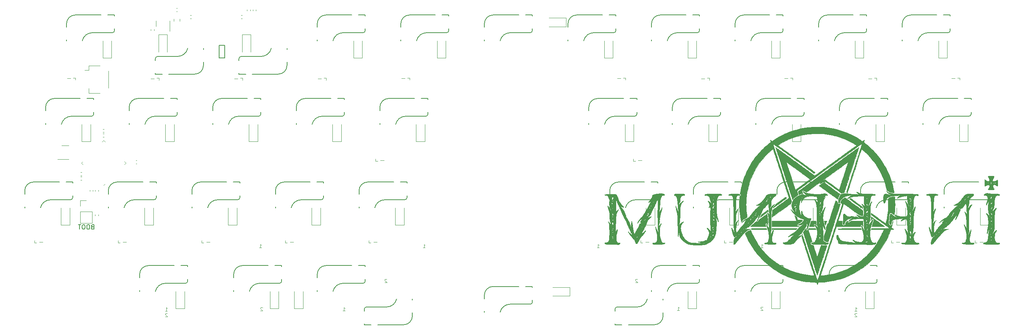
<source format=gbr>
%TF.GenerationSoftware,KiCad,Pcbnew,(7.0.0)*%
%TF.CreationDate,2023-12-07T17:51:03+01:00*%
%TF.ProjectId,Infernum HS,496e6665-726e-4756-9d20-48532e6b6963,rev?*%
%TF.SameCoordinates,Original*%
%TF.FileFunction,Legend,Bot*%
%TF.FilePolarity,Positive*%
%FSLAX46Y46*%
G04 Gerber Fmt 4.6, Leading zero omitted, Abs format (unit mm)*
G04 Created by KiCad (PCBNEW (7.0.0)) date 2023-12-07 17:51:03*
%MOMM*%
%LPD*%
G01*
G04 APERTURE LIST*
%ADD10C,0.100000*%
%ADD11C,0.150000*%
%ADD12C,0.010000*%
%ADD13C,0.120000*%
G04 APERTURE END LIST*
D10*
X236308928Y-152839654D02*
X236766071Y-152839654D01*
X236537499Y-152839654D02*
X236537499Y-152039654D01*
X236537499Y-152039654D02*
X236613690Y-152153940D01*
X236613690Y-152153940D02*
X236689880Y-152230130D01*
X236689880Y-152230130D02*
X236766071Y-152268226D01*
X236766071Y-153411845D02*
X236727975Y-153373750D01*
X236727975Y-153373750D02*
X236651785Y-153335654D01*
X236651785Y-153335654D02*
X236461309Y-153335654D01*
X236461309Y-153335654D02*
X236385118Y-153373750D01*
X236385118Y-153373750D02*
X236347023Y-153411845D01*
X236347023Y-153411845D02*
X236308928Y-153488035D01*
X236308928Y-153488035D02*
X236308928Y-153564226D01*
X236308928Y-153564226D02*
X236347023Y-153678511D01*
X236347023Y-153678511D02*
X236804166Y-154135654D01*
X236804166Y-154135654D02*
X236308928Y-154135654D01*
X119627678Y-152820904D02*
X120084821Y-152820904D01*
X119856249Y-152820904D02*
X119856249Y-152020904D01*
X119856249Y-152020904D02*
X119932440Y-152135190D01*
X119932440Y-152135190D02*
X120008630Y-152211380D01*
X120008630Y-152211380D02*
X120084821Y-152249476D01*
X195827678Y-152693904D02*
X196284821Y-152693904D01*
X196056249Y-152693904D02*
X196056249Y-151893904D01*
X196056249Y-151893904D02*
X196132440Y-152008190D01*
X196132440Y-152008190D02*
X196208630Y-152084380D01*
X196208630Y-152084380D02*
X196284821Y-152122476D01*
X100577678Y-138406404D02*
X101034821Y-138406404D01*
X100806249Y-138406404D02*
X100806249Y-137606404D01*
X100806249Y-137606404D02*
X100882440Y-137720690D01*
X100882440Y-137720690D02*
X100958630Y-137796880D01*
X100958630Y-137796880D02*
X101034821Y-137834976D01*
X79146428Y-152839654D02*
X79603571Y-152839654D01*
X79374999Y-152839654D02*
X79374999Y-152039654D01*
X79374999Y-152039654D02*
X79451190Y-152153940D01*
X79451190Y-152153940D02*
X79527380Y-152230130D01*
X79527380Y-152230130D02*
X79603571Y-152268226D01*
X79603571Y-153411845D02*
X79565475Y-153373750D01*
X79565475Y-153373750D02*
X79489285Y-153335654D01*
X79489285Y-153335654D02*
X79298809Y-153335654D01*
X79298809Y-153335654D02*
X79222618Y-153373750D01*
X79222618Y-153373750D02*
X79184523Y-153411845D01*
X79184523Y-153411845D02*
X79146428Y-153488035D01*
X79146428Y-153488035D02*
X79146428Y-153564226D01*
X79146428Y-153564226D02*
X79184523Y-153678511D01*
X79184523Y-153678511D02*
X79641666Y-154135654D01*
X79641666Y-154135654D02*
X79146428Y-154135654D01*
X137883928Y-138406404D02*
X138341071Y-138406404D01*
X138112499Y-138406404D02*
X138112499Y-137606404D01*
X138112499Y-137606404D02*
X138188690Y-137720690D01*
X138188690Y-137720690D02*
X138264880Y-137796880D01*
X138264880Y-137796880D02*
X138341071Y-137834976D01*
X195827678Y-152693904D02*
X196284821Y-152693904D01*
X196056249Y-152693904D02*
X196056249Y-151893904D01*
X196056249Y-151893904D02*
X196132440Y-152008190D01*
X196132440Y-152008190D02*
X196208630Y-152084380D01*
X196208630Y-152084380D02*
X196284821Y-152122476D01*
X215334821Y-151970095D02*
X215296725Y-151932000D01*
X215296725Y-151932000D02*
X215220535Y-151893904D01*
X215220535Y-151893904D02*
X215030059Y-151893904D01*
X215030059Y-151893904D02*
X214953868Y-151932000D01*
X214953868Y-151932000D02*
X214915773Y-151970095D01*
X214915773Y-151970095D02*
X214877678Y-152046285D01*
X214877678Y-152046285D02*
X214877678Y-152122476D01*
X214877678Y-152122476D02*
X214915773Y-152236761D01*
X214915773Y-152236761D02*
X215372916Y-152693904D01*
X215372916Y-152693904D02*
X214877678Y-152693904D01*
X186759821Y-145620095D02*
X186721725Y-145582000D01*
X186721725Y-145582000D02*
X186645535Y-145543904D01*
X186645535Y-145543904D02*
X186455059Y-145543904D01*
X186455059Y-145543904D02*
X186378868Y-145582000D01*
X186378868Y-145582000D02*
X186340773Y-145620095D01*
X186340773Y-145620095D02*
X186302678Y-145696285D01*
X186302678Y-145696285D02*
X186302678Y-145772476D01*
X186302678Y-145772476D02*
X186340773Y-145886761D01*
X186340773Y-145886761D02*
X186797916Y-146343904D01*
X186797916Y-146343904D02*
X186302678Y-146343904D01*
X214877678Y-138406404D02*
X215334821Y-138406404D01*
X215106249Y-138406404D02*
X215106249Y-137606404D01*
X215106249Y-137606404D02*
X215182440Y-137720690D01*
X215182440Y-137720690D02*
X215258630Y-137796880D01*
X215258630Y-137796880D02*
X215334821Y-137834976D01*
X101283475Y-152097095D02*
X101245379Y-152059000D01*
X101245379Y-152059000D02*
X101169189Y-152020904D01*
X101169189Y-152020904D02*
X100978713Y-152020904D01*
X100978713Y-152020904D02*
X100902522Y-152059000D01*
X100902522Y-152059000D02*
X100864427Y-152097095D01*
X100864427Y-152097095D02*
X100826332Y-152173285D01*
X100826332Y-152173285D02*
X100826332Y-152249476D01*
X100826332Y-152249476D02*
X100864427Y-152363761D01*
X100864427Y-152363761D02*
X101321570Y-152820904D01*
X101321570Y-152820904D02*
X100826332Y-152820904D01*
D11*
X62520060Y-133645667D02*
X62377203Y-133693286D01*
X62377203Y-133693286D02*
X62329584Y-133740905D01*
X62329584Y-133740905D02*
X62281965Y-133836143D01*
X62281965Y-133836143D02*
X62281965Y-133979000D01*
X62281965Y-133979000D02*
X62329584Y-134074238D01*
X62329584Y-134074238D02*
X62377203Y-134121857D01*
X62377203Y-134121857D02*
X62472441Y-134169476D01*
X62472441Y-134169476D02*
X62853393Y-134169476D01*
X62853393Y-134169476D02*
X62853393Y-133169476D01*
X62853393Y-133169476D02*
X62520060Y-133169476D01*
X62520060Y-133169476D02*
X62424822Y-133217096D01*
X62424822Y-133217096D02*
X62377203Y-133264715D01*
X62377203Y-133264715D02*
X62329584Y-133359953D01*
X62329584Y-133359953D02*
X62329584Y-133455191D01*
X62329584Y-133455191D02*
X62377203Y-133550429D01*
X62377203Y-133550429D02*
X62424822Y-133598048D01*
X62424822Y-133598048D02*
X62520060Y-133645667D01*
X62520060Y-133645667D02*
X62853393Y-133645667D01*
X61662917Y-133169476D02*
X61472441Y-133169476D01*
X61472441Y-133169476D02*
X61377203Y-133217096D01*
X61377203Y-133217096D02*
X61281965Y-133312334D01*
X61281965Y-133312334D02*
X61234346Y-133502810D01*
X61234346Y-133502810D02*
X61234346Y-133836143D01*
X61234346Y-133836143D02*
X61281965Y-134026619D01*
X61281965Y-134026619D02*
X61377203Y-134121857D01*
X61377203Y-134121857D02*
X61472441Y-134169476D01*
X61472441Y-134169476D02*
X61662917Y-134169476D01*
X61662917Y-134169476D02*
X61758155Y-134121857D01*
X61758155Y-134121857D02*
X61853393Y-134026619D01*
X61853393Y-134026619D02*
X61901012Y-133836143D01*
X61901012Y-133836143D02*
X61901012Y-133502810D01*
X61901012Y-133502810D02*
X61853393Y-133312334D01*
X61853393Y-133312334D02*
X61758155Y-133217096D01*
X61758155Y-133217096D02*
X61662917Y-133169476D01*
X60615298Y-133169476D02*
X60424822Y-133169476D01*
X60424822Y-133169476D02*
X60329584Y-133217096D01*
X60329584Y-133217096D02*
X60234346Y-133312334D01*
X60234346Y-133312334D02*
X60186727Y-133502810D01*
X60186727Y-133502810D02*
X60186727Y-133836143D01*
X60186727Y-133836143D02*
X60234346Y-134026619D01*
X60234346Y-134026619D02*
X60329584Y-134121857D01*
X60329584Y-134121857D02*
X60424822Y-134169476D01*
X60424822Y-134169476D02*
X60615298Y-134169476D01*
X60615298Y-134169476D02*
X60710536Y-134121857D01*
X60710536Y-134121857D02*
X60805774Y-134026619D01*
X60805774Y-134026619D02*
X60853393Y-133836143D01*
X60853393Y-133836143D02*
X60853393Y-133502810D01*
X60853393Y-133502810D02*
X60805774Y-133312334D01*
X60805774Y-133312334D02*
X60710536Y-133217096D01*
X60710536Y-133217096D02*
X60615298Y-133169476D01*
X59901012Y-133169476D02*
X59329584Y-133169476D01*
X59615298Y-134169476D02*
X59615298Y-133169476D01*
D10*
X236308928Y-152839654D02*
X236766071Y-152839654D01*
X236537499Y-152839654D02*
X236537499Y-152039654D01*
X236537499Y-152039654D02*
X236613690Y-152153940D01*
X236613690Y-152153940D02*
X236689880Y-152230130D01*
X236689880Y-152230130D02*
X236766071Y-152268226D01*
X236766071Y-153411845D02*
X236727975Y-153373750D01*
X236727975Y-153373750D02*
X236651785Y-153335654D01*
X236651785Y-153335654D02*
X236461309Y-153335654D01*
X236461309Y-153335654D02*
X236385118Y-153373750D01*
X236385118Y-153373750D02*
X236347023Y-153411845D01*
X236347023Y-153411845D02*
X236308928Y-153488035D01*
X236308928Y-153488035D02*
X236308928Y-153564226D01*
X236308928Y-153564226D02*
X236347023Y-153678511D01*
X236347023Y-153678511D02*
X236804166Y-154135654D01*
X236804166Y-154135654D02*
X236308928Y-154135654D01*
X177571428Y-138406404D02*
X178028571Y-138406404D01*
X177799999Y-138406404D02*
X177799999Y-137606404D01*
X177799999Y-137606404D02*
X177876190Y-137720690D01*
X177876190Y-137720690D02*
X177952380Y-137796880D01*
X177952380Y-137796880D02*
X178028571Y-137834976D01*
X214877678Y-138406404D02*
X215334821Y-138406404D01*
X215106249Y-138406404D02*
X215106249Y-137606404D01*
X215106249Y-137606404D02*
X215182440Y-137720690D01*
X215182440Y-137720690D02*
X215258630Y-137796880D01*
X215258630Y-137796880D02*
X215334821Y-137834976D01*
X129609821Y-145620095D02*
X129571725Y-145582000D01*
X129571725Y-145582000D02*
X129495535Y-145543904D01*
X129495535Y-145543904D02*
X129305059Y-145543904D01*
X129305059Y-145543904D02*
X129228868Y-145582000D01*
X129228868Y-145582000D02*
X129190773Y-145620095D01*
X129190773Y-145620095D02*
X129152678Y-145696285D01*
X129152678Y-145696285D02*
X129152678Y-145772476D01*
X129152678Y-145772476D02*
X129190773Y-145886761D01*
X129190773Y-145886761D02*
X129647916Y-146343904D01*
X129647916Y-146343904D02*
X129152678Y-146343904D01*
X186759821Y-145620095D02*
X186721725Y-145582000D01*
X186721725Y-145582000D02*
X186645535Y-145543904D01*
X186645535Y-145543904D02*
X186455059Y-145543904D01*
X186455059Y-145543904D02*
X186378868Y-145582000D01*
X186378868Y-145582000D02*
X186340773Y-145620095D01*
X186340773Y-145620095D02*
X186302678Y-145696285D01*
X186302678Y-145696285D02*
X186302678Y-145772476D01*
X186302678Y-145772476D02*
X186340773Y-145886761D01*
X186340773Y-145886761D02*
X186797916Y-146343904D01*
X186797916Y-146343904D02*
X186302678Y-146343904D01*
X177571428Y-138406404D02*
X178028571Y-138406404D01*
X177799999Y-138406404D02*
X177799999Y-137606404D01*
X177799999Y-137606404D02*
X177876190Y-137720690D01*
X177876190Y-137720690D02*
X177952380Y-137796880D01*
X177952380Y-137796880D02*
X178028571Y-137834976D01*
X215334821Y-151970095D02*
X215296725Y-151932000D01*
X215296725Y-151932000D02*
X215220535Y-151893904D01*
X215220535Y-151893904D02*
X215030059Y-151893904D01*
X215030059Y-151893904D02*
X214953868Y-151932000D01*
X214953868Y-151932000D02*
X214915773Y-151970095D01*
X214915773Y-151970095D02*
X214877678Y-152046285D01*
X214877678Y-152046285D02*
X214877678Y-152122476D01*
X214877678Y-152122476D02*
X214915773Y-152236761D01*
X214915773Y-152236761D02*
X215372916Y-152693904D01*
X215372916Y-152693904D02*
X214877678Y-152693904D01*
%TO.C,G\u002A\u002A\u002A*%
G36*
X229918332Y-132295900D02*
G01*
X229906014Y-132336156D01*
X229890129Y-132386923D01*
X229871211Y-132446569D01*
X229849799Y-132513464D01*
X229826428Y-132585975D01*
X229801634Y-132662471D01*
X229775954Y-132741323D01*
X229749924Y-132820897D01*
X229724080Y-132899564D01*
X229698959Y-132975692D01*
X229675096Y-133047649D01*
X229653028Y-133113805D01*
X229633292Y-133172529D01*
X229616423Y-133222188D01*
X229602958Y-133261153D01*
X229593432Y-133287791D01*
X229588384Y-133300473D01*
X229587796Y-133301317D01*
X229581702Y-133294742D01*
X229579981Y-133290733D01*
X229575034Y-133274641D01*
X229566521Y-133244704D01*
X229555125Y-133203472D01*
X229541525Y-133153492D01*
X229526403Y-133097313D01*
X229510438Y-133037483D01*
X229494311Y-132976551D01*
X229478704Y-132917064D01*
X229464296Y-132861572D01*
X229451768Y-132812623D01*
X229443738Y-132780617D01*
X229430051Y-132723644D01*
X229415277Y-132659191D01*
X229400138Y-132590691D01*
X229385358Y-132521581D01*
X229371659Y-132455295D01*
X229359765Y-132395269D01*
X229350398Y-132344937D01*
X229344406Y-132308600D01*
X229339781Y-132276850D01*
X229924058Y-132276850D01*
X229918332Y-132295900D01*
G37*
D12*
X229918332Y-132295900D02*
X229906014Y-132336156D01*
X229890129Y-132386923D01*
X229871211Y-132446569D01*
X229849799Y-132513464D01*
X229826428Y-132585975D01*
X229801634Y-132662471D01*
X229775954Y-132741323D01*
X229749924Y-132820897D01*
X229724080Y-132899564D01*
X229698959Y-132975692D01*
X229675096Y-133047649D01*
X229653028Y-133113805D01*
X229633292Y-133172529D01*
X229616423Y-133222188D01*
X229602958Y-133261153D01*
X229593432Y-133287791D01*
X229588384Y-133300473D01*
X229587796Y-133301317D01*
X229581702Y-133294742D01*
X229579981Y-133290733D01*
X229575034Y-133274641D01*
X229566521Y-133244704D01*
X229555125Y-133203472D01*
X229541525Y-133153492D01*
X229526403Y-133097313D01*
X229510438Y-133037483D01*
X229494311Y-132976551D01*
X229478704Y-132917064D01*
X229464296Y-132861572D01*
X229451768Y-132812623D01*
X229443738Y-132780617D01*
X229430051Y-132723644D01*
X229415277Y-132659191D01*
X229400138Y-132590691D01*
X229385358Y-132521581D01*
X229371659Y-132455295D01*
X229359765Y-132395269D01*
X229350398Y-132344937D01*
X229344406Y-132308600D01*
X229339781Y-132276850D01*
X229924058Y-132276850D01*
X229918332Y-132295900D01*
G36*
X220268800Y-133984266D02*
G01*
X220487521Y-133984597D01*
X220701892Y-133984930D01*
X220911295Y-133985264D01*
X221115109Y-133985596D01*
X221312715Y-133985926D01*
X221503495Y-133986253D01*
X221686828Y-133986575D01*
X221862095Y-133986891D01*
X222028677Y-133987200D01*
X222185954Y-133987501D01*
X222333307Y-133987792D01*
X222470117Y-133988072D01*
X222595765Y-133988340D01*
X222709630Y-133988595D01*
X222811094Y-133988836D01*
X222899537Y-133989061D01*
X222974339Y-133989269D01*
X223034883Y-133989458D01*
X223080547Y-133989629D01*
X223110713Y-133989778D01*
X223124761Y-133989906D01*
X223125750Y-133989942D01*
X223126009Y-133992560D01*
X223121497Y-134000102D01*
X223111222Y-134013783D01*
X223094191Y-134034816D01*
X223069412Y-134064416D01*
X223035890Y-134103799D01*
X222992634Y-134154178D01*
X222970615Y-134179733D01*
X222903079Y-134258050D01*
X217881218Y-134258050D01*
X217848306Y-134220660D01*
X217808759Y-134184740D01*
X217763089Y-134157817D01*
X217716218Y-134142394D01*
X217689037Y-134139702D01*
X217645263Y-134145612D01*
X217602010Y-134163827D01*
X217556433Y-134195727D01*
X217534996Y-134214375D01*
X217508579Y-134237394D01*
X217488988Y-134250650D01*
X217471418Y-134256687D01*
X217452446Y-134258050D01*
X217417650Y-134258050D01*
X217417650Y-133979998D01*
X220268800Y-133984266D01*
G37*
X220268800Y-133984266D02*
X220487521Y-133984597D01*
X220701892Y-133984930D01*
X220911295Y-133985264D01*
X221115109Y-133985596D01*
X221312715Y-133985926D01*
X221503495Y-133986253D01*
X221686828Y-133986575D01*
X221862095Y-133986891D01*
X222028677Y-133987200D01*
X222185954Y-133987501D01*
X222333307Y-133987792D01*
X222470117Y-133988072D01*
X222595765Y-133988340D01*
X222709630Y-133988595D01*
X222811094Y-133988836D01*
X222899537Y-133989061D01*
X222974339Y-133989269D01*
X223034883Y-133989458D01*
X223080547Y-133989629D01*
X223110713Y-133989778D01*
X223124761Y-133989906D01*
X223125750Y-133989942D01*
X223126009Y-133992560D01*
X223121497Y-134000102D01*
X223111222Y-134013783D01*
X223094191Y-134034816D01*
X223069412Y-134064416D01*
X223035890Y-134103799D01*
X222992634Y-134154178D01*
X222970615Y-134179733D01*
X222903079Y-134258050D01*
X217881218Y-134258050D01*
X217848306Y-134220660D01*
X217808759Y-134184740D01*
X217763089Y-134157817D01*
X217716218Y-134142394D01*
X217689037Y-134139702D01*
X217645263Y-134145612D01*
X217602010Y-134163827D01*
X217556433Y-134195727D01*
X217534996Y-134214375D01*
X217508579Y-134237394D01*
X217488988Y-134250650D01*
X217471418Y-134256687D01*
X217452446Y-134258050D01*
X217417650Y-134258050D01*
X217417650Y-133979998D01*
X220268800Y-133984266D01*
G36*
X222600163Y-131065159D02*
G01*
X222618226Y-131078238D01*
X222645130Y-131098486D01*
X222678654Y-131124236D01*
X222707136Y-131146415D01*
X222756268Y-131184327D01*
X222812167Y-131226566D01*
X222868643Y-131268502D01*
X222919502Y-131305506D01*
X222929558Y-131312693D01*
X223040109Y-131391371D01*
X223151615Y-131732511D01*
X223263121Y-132073650D01*
X223730388Y-132073650D01*
X223856778Y-132073860D01*
X223967214Y-132074516D01*
X224062670Y-132075656D01*
X224144120Y-132077318D01*
X224212540Y-132079539D01*
X224268903Y-132082357D01*
X224314184Y-132085812D01*
X224349357Y-132089939D01*
X224375396Y-132094778D01*
X224390762Y-132099359D01*
X224411990Y-132107429D01*
X224386839Y-132143456D01*
X224366069Y-132171858D01*
X224343894Y-132200231D01*
X224336781Y-132208817D01*
X224311873Y-132238150D01*
X223809045Y-132239819D01*
X223714143Y-132240004D01*
X223621028Y-132239937D01*
X223531662Y-132239638D01*
X223448008Y-132239122D01*
X223372026Y-132238408D01*
X223305679Y-132237513D01*
X223250928Y-132236454D01*
X223209735Y-132235250D01*
X223189565Y-132234302D01*
X223115734Y-132228194D01*
X223057377Y-132219765D01*
X223013152Y-132208701D01*
X222981720Y-132194689D01*
X222965434Y-132181737D01*
X222958771Y-132169599D01*
X222947633Y-132142533D01*
X222931960Y-132100366D01*
X222911692Y-132042924D01*
X222886770Y-131970032D01*
X222857133Y-131881517D01*
X222822721Y-131777204D01*
X222783475Y-131656920D01*
X222769116Y-131612654D01*
X222739180Y-131520120D01*
X222710884Y-131432417D01*
X222684646Y-131350858D01*
X222660884Y-131276752D01*
X222640018Y-131211413D01*
X222622464Y-131156150D01*
X222608641Y-131112276D01*
X222598968Y-131081102D01*
X222593862Y-131063939D01*
X222593163Y-131060914D01*
X222600163Y-131065159D01*
G37*
X222600163Y-131065159D02*
X222618226Y-131078238D01*
X222645130Y-131098486D01*
X222678654Y-131124236D01*
X222707136Y-131146415D01*
X222756268Y-131184327D01*
X222812167Y-131226566D01*
X222868643Y-131268502D01*
X222919502Y-131305506D01*
X222929558Y-131312693D01*
X223040109Y-131391371D01*
X223151615Y-131732511D01*
X223263121Y-132073650D01*
X223730388Y-132073650D01*
X223856778Y-132073860D01*
X223967214Y-132074516D01*
X224062670Y-132075656D01*
X224144120Y-132077318D01*
X224212540Y-132079539D01*
X224268903Y-132082357D01*
X224314184Y-132085812D01*
X224349357Y-132089939D01*
X224375396Y-132094778D01*
X224390762Y-132099359D01*
X224411990Y-132107429D01*
X224386839Y-132143456D01*
X224366069Y-132171858D01*
X224343894Y-132200231D01*
X224336781Y-132208817D01*
X224311873Y-132238150D01*
X223809045Y-132239819D01*
X223714143Y-132240004D01*
X223621028Y-132239937D01*
X223531662Y-132239638D01*
X223448008Y-132239122D01*
X223372026Y-132238408D01*
X223305679Y-132237513D01*
X223250928Y-132236454D01*
X223209735Y-132235250D01*
X223189565Y-132234302D01*
X223115734Y-132228194D01*
X223057377Y-132219765D01*
X223013152Y-132208701D01*
X222981720Y-132194689D01*
X222965434Y-132181737D01*
X222958771Y-132169599D01*
X222947633Y-132142533D01*
X222931960Y-132100366D01*
X222911692Y-132042924D01*
X222886770Y-131970032D01*
X222857133Y-131881517D01*
X222822721Y-131777204D01*
X222783475Y-131656920D01*
X222769116Y-131612654D01*
X222739180Y-131520120D01*
X222710884Y-131432417D01*
X222684646Y-131350858D01*
X222660884Y-131276752D01*
X222640018Y-131211413D01*
X222622464Y-131156150D01*
X222608641Y-131112276D01*
X222598968Y-131081102D01*
X222593862Y-131063939D01*
X222593163Y-131060914D01*
X222600163Y-131065159D01*
G36*
X237752220Y-134105650D02*
G01*
X237763028Y-134147845D01*
X237772679Y-134185986D01*
X237780167Y-134216058D01*
X237784481Y-134234044D01*
X237784642Y-134234766D01*
X237789795Y-134258050D01*
X237168939Y-134255983D01*
X237053063Y-134255607D01*
X236923506Y-134255203D01*
X236783521Y-134254781D01*
X236636361Y-134254350D01*
X236485278Y-134253919D01*
X236333525Y-134253498D01*
X236184354Y-134253095D01*
X236041019Y-134252721D01*
X235906772Y-134252383D01*
X235845350Y-134252234D01*
X235727563Y-134251893D01*
X235600798Y-134251418D01*
X235466140Y-134250818D01*
X235324670Y-134250103D01*
X235177473Y-134249282D01*
X235025631Y-134248363D01*
X234870227Y-134247357D01*
X234712345Y-134246273D01*
X234553067Y-134245121D01*
X234393476Y-134243909D01*
X234234656Y-134242647D01*
X234077690Y-134241344D01*
X233923661Y-134240010D01*
X233773652Y-134238654D01*
X233628745Y-134237286D01*
X233490025Y-134235914D01*
X233358574Y-134234548D01*
X233235475Y-134233199D01*
X233121811Y-134231874D01*
X233018666Y-134230583D01*
X232927122Y-134229336D01*
X232848263Y-134228142D01*
X232783171Y-134227010D01*
X232732931Y-134225950D01*
X232700685Y-134225044D01*
X232519354Y-134218784D01*
X232495032Y-134189734D01*
X232475769Y-134158723D01*
X232472778Y-134131545D01*
X232485989Y-134108730D01*
X232507330Y-134094387D01*
X232525202Y-134086823D01*
X232547292Y-134079685D01*
X232574081Y-134072958D01*
X232606047Y-134066632D01*
X232643670Y-134060693D01*
X232687428Y-134055129D01*
X232737800Y-134049927D01*
X232795266Y-134045075D01*
X232860305Y-134040561D01*
X232933395Y-134036371D01*
X233015016Y-134032494D01*
X233105647Y-134028917D01*
X233205766Y-134025627D01*
X233315854Y-134022612D01*
X233436388Y-134019860D01*
X233567849Y-134017357D01*
X233710715Y-134015092D01*
X233865464Y-134013052D01*
X234032578Y-134011224D01*
X234212533Y-134009597D01*
X234405810Y-134008157D01*
X234612887Y-134006891D01*
X234834244Y-134005789D01*
X235070360Y-134004836D01*
X235321713Y-134004021D01*
X235588783Y-134003330D01*
X235872049Y-134002753D01*
X236031616Y-134002484D01*
X237724950Y-133999816D01*
X237752220Y-134105650D01*
G37*
X237752220Y-134105650D02*
X237763028Y-134147845D01*
X237772679Y-134185986D01*
X237780167Y-134216058D01*
X237784481Y-134234044D01*
X237784642Y-134234766D01*
X237789795Y-134258050D01*
X237168939Y-134255983D01*
X237053063Y-134255607D01*
X236923506Y-134255203D01*
X236783521Y-134254781D01*
X236636361Y-134254350D01*
X236485278Y-134253919D01*
X236333525Y-134253498D01*
X236184354Y-134253095D01*
X236041019Y-134252721D01*
X235906772Y-134252383D01*
X235845350Y-134252234D01*
X235727563Y-134251893D01*
X235600798Y-134251418D01*
X235466140Y-134250818D01*
X235324670Y-134250103D01*
X235177473Y-134249282D01*
X235025631Y-134248363D01*
X234870227Y-134247357D01*
X234712345Y-134246273D01*
X234553067Y-134245121D01*
X234393476Y-134243909D01*
X234234656Y-134242647D01*
X234077690Y-134241344D01*
X233923661Y-134240010D01*
X233773652Y-134238654D01*
X233628745Y-134237286D01*
X233490025Y-134235914D01*
X233358574Y-134234548D01*
X233235475Y-134233199D01*
X233121811Y-134231874D01*
X233018666Y-134230583D01*
X232927122Y-134229336D01*
X232848263Y-134228142D01*
X232783171Y-134227010D01*
X232732931Y-134225950D01*
X232700685Y-134225044D01*
X232519354Y-134218784D01*
X232495032Y-134189734D01*
X232475769Y-134158723D01*
X232472778Y-134131545D01*
X232485989Y-134108730D01*
X232507330Y-134094387D01*
X232525202Y-134086823D01*
X232547292Y-134079685D01*
X232574081Y-134072958D01*
X232606047Y-134066632D01*
X232643670Y-134060693D01*
X232687428Y-134055129D01*
X232737800Y-134049927D01*
X232795266Y-134045075D01*
X232860305Y-134040561D01*
X232933395Y-134036371D01*
X233015016Y-134032494D01*
X233105647Y-134028917D01*
X233205766Y-134025627D01*
X233315854Y-134022612D01*
X233436388Y-134019860D01*
X233567849Y-134017357D01*
X233710715Y-134015092D01*
X233865464Y-134013052D01*
X234032578Y-134011224D01*
X234212533Y-134009597D01*
X234405810Y-134008157D01*
X234612887Y-134006891D01*
X234834244Y-134005789D01*
X235070360Y-134004836D01*
X235321713Y-134004021D01*
X235588783Y-134003330D01*
X235872049Y-134002753D01*
X236031616Y-134002484D01*
X237724950Y-133999816D01*
X237752220Y-134105650D01*
G36*
X235387800Y-127114426D02*
G01*
X235408478Y-127128778D01*
X235441487Y-127152110D01*
X235486147Y-127183933D01*
X235541778Y-127223755D01*
X235607700Y-127271086D01*
X235683231Y-127325435D01*
X235767692Y-127386311D01*
X235860402Y-127453223D01*
X235960680Y-127525681D01*
X236067847Y-127603195D01*
X236181221Y-127685273D01*
X236300122Y-127771424D01*
X236423869Y-127861158D01*
X236551783Y-127953984D01*
X236654785Y-128028782D01*
X237920516Y-128948203D01*
X237955757Y-129022910D01*
X237975190Y-129065916D01*
X237995329Y-129113417D01*
X238012511Y-129156703D01*
X238015992Y-129166057D01*
X238026904Y-129198287D01*
X238039097Y-129238100D01*
X238051729Y-129282257D01*
X238063960Y-129327525D01*
X238074949Y-129370665D01*
X238083853Y-129408442D01*
X238089833Y-129437620D01*
X238092047Y-129454962D01*
X238091775Y-129457641D01*
X238084729Y-129453716D01*
X238064728Y-129440337D01*
X238032497Y-129418027D01*
X237988766Y-129387306D01*
X237934260Y-129348697D01*
X237869709Y-129302721D01*
X237795838Y-129249899D01*
X237713376Y-129190753D01*
X237623050Y-129125804D01*
X237525588Y-129055574D01*
X237421717Y-128980585D01*
X237312164Y-128901358D01*
X237197657Y-128818414D01*
X237078923Y-128732276D01*
X236996449Y-128672366D01*
X236866874Y-128578198D01*
X236735950Y-128483055D01*
X236604834Y-128387778D01*
X236474679Y-128293204D01*
X236346641Y-128200174D01*
X236221875Y-128109527D01*
X236101537Y-128022101D01*
X235986780Y-127938736D01*
X235878761Y-127860270D01*
X235778634Y-127787544D01*
X235687555Y-127721396D01*
X235606677Y-127662665D01*
X235537158Y-127612190D01*
X235480151Y-127570811D01*
X235478866Y-127569878D01*
X235403886Y-127515383D01*
X235333123Y-127463794D01*
X235267743Y-127415972D01*
X235208914Y-127372780D01*
X235157801Y-127335077D01*
X235115573Y-127303725D01*
X235083396Y-127279586D01*
X235062437Y-127263519D01*
X235053862Y-127256387D01*
X235053716Y-127256145D01*
X235061032Y-127251397D01*
X235081132Y-127241201D01*
X235111245Y-127226800D01*
X235148602Y-127209439D01*
X235190432Y-127190363D01*
X235233964Y-127170814D01*
X235276429Y-127152039D01*
X235315055Y-127135280D01*
X235347072Y-127121782D01*
X235369711Y-127112789D01*
X235380135Y-127109546D01*
X235387800Y-127114426D01*
G37*
X235387800Y-127114426D02*
X235408478Y-127128778D01*
X235441487Y-127152110D01*
X235486147Y-127183933D01*
X235541778Y-127223755D01*
X235607700Y-127271086D01*
X235683231Y-127325435D01*
X235767692Y-127386311D01*
X235860402Y-127453223D01*
X235960680Y-127525681D01*
X236067847Y-127603195D01*
X236181221Y-127685273D01*
X236300122Y-127771424D01*
X236423869Y-127861158D01*
X236551783Y-127953984D01*
X236654785Y-128028782D01*
X237920516Y-128948203D01*
X237955757Y-129022910D01*
X237975190Y-129065916D01*
X237995329Y-129113417D01*
X238012511Y-129156703D01*
X238015992Y-129166057D01*
X238026904Y-129198287D01*
X238039097Y-129238100D01*
X238051729Y-129282257D01*
X238063960Y-129327525D01*
X238074949Y-129370665D01*
X238083853Y-129408442D01*
X238089833Y-129437620D01*
X238092047Y-129454962D01*
X238091775Y-129457641D01*
X238084729Y-129453716D01*
X238064728Y-129440337D01*
X238032497Y-129418027D01*
X237988766Y-129387306D01*
X237934260Y-129348697D01*
X237869709Y-129302721D01*
X237795838Y-129249899D01*
X237713376Y-129190753D01*
X237623050Y-129125804D01*
X237525588Y-129055574D01*
X237421717Y-128980585D01*
X237312164Y-128901358D01*
X237197657Y-128818414D01*
X237078923Y-128732276D01*
X236996449Y-128672366D01*
X236866874Y-128578198D01*
X236735950Y-128483055D01*
X236604834Y-128387778D01*
X236474679Y-128293204D01*
X236346641Y-128200174D01*
X236221875Y-128109527D01*
X236101537Y-128022101D01*
X235986780Y-127938736D01*
X235878761Y-127860270D01*
X235778634Y-127787544D01*
X235687555Y-127721396D01*
X235606677Y-127662665D01*
X235537158Y-127612190D01*
X235480151Y-127570811D01*
X235478866Y-127569878D01*
X235403886Y-127515383D01*
X235333123Y-127463794D01*
X235267743Y-127415972D01*
X235208914Y-127372780D01*
X235157801Y-127335077D01*
X235115573Y-127303725D01*
X235083396Y-127279586D01*
X235062437Y-127263519D01*
X235053862Y-127256387D01*
X235053716Y-127256145D01*
X235061032Y-127251397D01*
X235081132Y-127241201D01*
X235111245Y-127226800D01*
X235148602Y-127209439D01*
X235190432Y-127190363D01*
X235233964Y-127170814D01*
X235276429Y-127152039D01*
X235315055Y-127135280D01*
X235347072Y-127121782D01*
X235369711Y-127112789D01*
X235380135Y-127109546D01*
X235387800Y-127114426D01*
G36*
X216495202Y-129750066D02*
G01*
X216499573Y-129760554D01*
X216503069Y-129782693D01*
X216506225Y-129818898D01*
X216506817Y-129827362D01*
X216511192Y-129889635D01*
X216515705Y-129950375D01*
X216520140Y-130006974D01*
X216524281Y-130056823D01*
X216527912Y-130097311D01*
X216530818Y-130125830D01*
X216532615Y-130139017D01*
X216528060Y-130158068D01*
X216513388Y-130172683D01*
X216498850Y-130181108D01*
X216480272Y-130186250D01*
X216453355Y-130188841D01*
X216414227Y-130189617D01*
X216374079Y-130190468D01*
X216345131Y-130193470D01*
X216321684Y-130199665D01*
X216298043Y-130210096D01*
X216295594Y-130211338D01*
X216252009Y-130242861D01*
X216217801Y-130287044D01*
X216194663Y-130341459D01*
X216189151Y-130364182D01*
X216179177Y-130414876D01*
X215455009Y-130941580D01*
X215337853Y-131026787D01*
X215233633Y-131102577D01*
X215141594Y-131169492D01*
X215060979Y-131228077D01*
X214991032Y-131278876D01*
X214930996Y-131322432D01*
X214880114Y-131359290D01*
X214837632Y-131389993D01*
X214802791Y-131415085D01*
X214774837Y-131435110D01*
X214753011Y-131450612D01*
X214736560Y-131462135D01*
X214724725Y-131470223D01*
X214716750Y-131475419D01*
X214711880Y-131478267D01*
X214709357Y-131479312D01*
X214708426Y-131479098D01*
X214708317Y-131478527D01*
X214711925Y-131470471D01*
X214722232Y-131448817D01*
X214738462Y-131415163D01*
X214759840Y-131371106D01*
X214785589Y-131318244D01*
X214814934Y-131258173D01*
X214847099Y-131192491D01*
X214863778Y-131158490D01*
X214897355Y-131089923D01*
X214928719Y-131025568D01*
X214957055Y-130967126D01*
X214981544Y-130916295D01*
X215001368Y-130874778D01*
X215015709Y-130844273D01*
X215023751Y-130826482D01*
X215025102Y-130823057D01*
X215033042Y-130814750D01*
X215054544Y-130796823D01*
X215089363Y-130769455D01*
X215137255Y-130732832D01*
X215197976Y-130687133D01*
X215271282Y-130632543D01*
X215356927Y-130569243D01*
X215454667Y-130497416D01*
X215564259Y-130417244D01*
X215685457Y-130328910D01*
X215754325Y-130278839D01*
X215852870Y-130207283D01*
X215947674Y-130138516D01*
X216037826Y-130073196D01*
X216122414Y-130011979D01*
X216200527Y-129955523D01*
X216271255Y-129904484D01*
X216333686Y-129859518D01*
X216386909Y-129821284D01*
X216430014Y-129790437D01*
X216462090Y-129767635D01*
X216482224Y-129753535D01*
X216489423Y-129748811D01*
X216495202Y-129750066D01*
G37*
X216495202Y-129750066D02*
X216499573Y-129760554D01*
X216503069Y-129782693D01*
X216506225Y-129818898D01*
X216506817Y-129827362D01*
X216511192Y-129889635D01*
X216515705Y-129950375D01*
X216520140Y-130006974D01*
X216524281Y-130056823D01*
X216527912Y-130097311D01*
X216530818Y-130125830D01*
X216532615Y-130139017D01*
X216528060Y-130158068D01*
X216513388Y-130172683D01*
X216498850Y-130181108D01*
X216480272Y-130186250D01*
X216453355Y-130188841D01*
X216414227Y-130189617D01*
X216374079Y-130190468D01*
X216345131Y-130193470D01*
X216321684Y-130199665D01*
X216298043Y-130210096D01*
X216295594Y-130211338D01*
X216252009Y-130242861D01*
X216217801Y-130287044D01*
X216194663Y-130341459D01*
X216189151Y-130364182D01*
X216179177Y-130414876D01*
X215455009Y-130941580D01*
X215337853Y-131026787D01*
X215233633Y-131102577D01*
X215141594Y-131169492D01*
X215060979Y-131228077D01*
X214991032Y-131278876D01*
X214930996Y-131322432D01*
X214880114Y-131359290D01*
X214837632Y-131389993D01*
X214802791Y-131415085D01*
X214774837Y-131435110D01*
X214753011Y-131450612D01*
X214736560Y-131462135D01*
X214724725Y-131470223D01*
X214716750Y-131475419D01*
X214711880Y-131478267D01*
X214709357Y-131479312D01*
X214708426Y-131479098D01*
X214708317Y-131478527D01*
X214711925Y-131470471D01*
X214722232Y-131448817D01*
X214738462Y-131415163D01*
X214759840Y-131371106D01*
X214785589Y-131318244D01*
X214814934Y-131258173D01*
X214847099Y-131192491D01*
X214863778Y-131158490D01*
X214897355Y-131089923D01*
X214928719Y-131025568D01*
X214957055Y-130967126D01*
X214981544Y-130916295D01*
X215001368Y-130874778D01*
X215015709Y-130844273D01*
X215023751Y-130826482D01*
X215025102Y-130823057D01*
X215033042Y-130814750D01*
X215054544Y-130796823D01*
X215089363Y-130769455D01*
X215137255Y-130732832D01*
X215197976Y-130687133D01*
X215271282Y-130632543D01*
X215356927Y-130569243D01*
X215454667Y-130497416D01*
X215564259Y-130417244D01*
X215685457Y-130328910D01*
X215754325Y-130278839D01*
X215852870Y-130207283D01*
X215947674Y-130138516D01*
X216037826Y-130073196D01*
X216122414Y-130011979D01*
X216200527Y-129955523D01*
X216271255Y-129904484D01*
X216333686Y-129859518D01*
X216386909Y-129821284D01*
X216430014Y-129790437D01*
X216462090Y-129767635D01*
X216482224Y-129753535D01*
X216489423Y-129748811D01*
X216495202Y-129750066D01*
G36*
X227437245Y-132494804D02*
G01*
X227439523Y-132576050D01*
X227442334Y-132660124D01*
X227445550Y-132744238D01*
X227449044Y-132825602D01*
X227452689Y-132901426D01*
X227456357Y-132968922D01*
X227459921Y-133025300D01*
X227463255Y-133067771D01*
X227463518Y-133070600D01*
X227465132Y-133097109D01*
X227462992Y-133110663D01*
X227456361Y-133114970D01*
X227454667Y-133115050D01*
X227442762Y-133111005D01*
X227419446Y-133099937D01*
X227387881Y-133083447D01*
X227351228Y-133063137D01*
X227343978Y-133058995D01*
X227286460Y-133026776D01*
X227239985Y-133002905D01*
X227201558Y-132986252D01*
X227168189Y-132975690D01*
X227136884Y-132970090D01*
X227104651Y-132968324D01*
X227103517Y-132968318D01*
X227064261Y-132970359D01*
X227032217Y-132978243D01*
X227004983Y-132990435D01*
X226955217Y-133024858D01*
X226915740Y-133070271D01*
X226888562Y-133123449D01*
X226875693Y-133181168D01*
X226874923Y-133199137D01*
X226878306Y-133223627D01*
X226888898Y-133255426D01*
X226907378Y-133295976D01*
X226934426Y-133346719D01*
X226970720Y-133409096D01*
X226984886Y-133432550D01*
X227007448Y-133469672D01*
X227026839Y-133501649D01*
X227041361Y-133525681D01*
X227049320Y-133538964D01*
X227050210Y-133540500D01*
X227042580Y-133541577D01*
X227019389Y-133542596D01*
X226982011Y-133543542D01*
X226931818Y-133544401D01*
X226870182Y-133545155D01*
X226798478Y-133545790D01*
X226718078Y-133546290D01*
X226630354Y-133546640D01*
X226536679Y-133546825D01*
X226485950Y-133546850D01*
X226383352Y-133546740D01*
X226287872Y-133546421D01*
X226200699Y-133545909D01*
X226123023Y-133545220D01*
X226056032Y-133544369D01*
X226000917Y-133543372D01*
X225958867Y-133542245D01*
X225931071Y-133541004D01*
X225918719Y-133539665D01*
X225918183Y-133539313D01*
X225920888Y-133530159D01*
X225928644Y-133506571D01*
X225940916Y-133470099D01*
X225957165Y-133422295D01*
X225976855Y-133364709D01*
X225999449Y-133298891D01*
X226024410Y-133226393D01*
X226051201Y-133148764D01*
X226079285Y-133067556D01*
X226108126Y-132984319D01*
X226137186Y-132900603D01*
X226165929Y-132817960D01*
X226193817Y-132737940D01*
X226220314Y-132662093D01*
X226244882Y-132591971D01*
X226266985Y-132529123D01*
X226286087Y-132475100D01*
X226301649Y-132431454D01*
X226305486Y-132420783D01*
X226355859Y-132281083D01*
X227431801Y-132276725D01*
X227437245Y-132494804D01*
G37*
X227437245Y-132494804D02*
X227439523Y-132576050D01*
X227442334Y-132660124D01*
X227445550Y-132744238D01*
X227449044Y-132825602D01*
X227452689Y-132901426D01*
X227456357Y-132968922D01*
X227459921Y-133025300D01*
X227463255Y-133067771D01*
X227463518Y-133070600D01*
X227465132Y-133097109D01*
X227462992Y-133110663D01*
X227456361Y-133114970D01*
X227454667Y-133115050D01*
X227442762Y-133111005D01*
X227419446Y-133099937D01*
X227387881Y-133083447D01*
X227351228Y-133063137D01*
X227343978Y-133058995D01*
X227286460Y-133026776D01*
X227239985Y-133002905D01*
X227201558Y-132986252D01*
X227168189Y-132975690D01*
X227136884Y-132970090D01*
X227104651Y-132968324D01*
X227103517Y-132968318D01*
X227064261Y-132970359D01*
X227032217Y-132978243D01*
X227004983Y-132990435D01*
X226955217Y-133024858D01*
X226915740Y-133070271D01*
X226888562Y-133123449D01*
X226875693Y-133181168D01*
X226874923Y-133199137D01*
X226878306Y-133223627D01*
X226888898Y-133255426D01*
X226907378Y-133295976D01*
X226934426Y-133346719D01*
X226970720Y-133409096D01*
X226984886Y-133432550D01*
X227007448Y-133469672D01*
X227026839Y-133501649D01*
X227041361Y-133525681D01*
X227049320Y-133538964D01*
X227050210Y-133540500D01*
X227042580Y-133541577D01*
X227019389Y-133542596D01*
X226982011Y-133543542D01*
X226931818Y-133544401D01*
X226870182Y-133545155D01*
X226798478Y-133545790D01*
X226718078Y-133546290D01*
X226630354Y-133546640D01*
X226536679Y-133546825D01*
X226485950Y-133546850D01*
X226383352Y-133546740D01*
X226287872Y-133546421D01*
X226200699Y-133545909D01*
X226123023Y-133545220D01*
X226056032Y-133544369D01*
X226000917Y-133543372D01*
X225958867Y-133542245D01*
X225931071Y-133541004D01*
X225918719Y-133539665D01*
X225918183Y-133539313D01*
X225920888Y-133530159D01*
X225928644Y-133506571D01*
X225940916Y-133470099D01*
X225957165Y-133422295D01*
X225976855Y-133364709D01*
X225999449Y-133298891D01*
X226024410Y-133226393D01*
X226051201Y-133148764D01*
X226079285Y-133067556D01*
X226108126Y-132984319D01*
X226137186Y-132900603D01*
X226165929Y-132817960D01*
X226193817Y-132737940D01*
X226220314Y-132662093D01*
X226244882Y-132591971D01*
X226266985Y-132529123D01*
X226286087Y-132475100D01*
X226301649Y-132431454D01*
X226305486Y-132420783D01*
X226355859Y-132281083D01*
X227431801Y-132276725D01*
X227437245Y-132494804D01*
G36*
X220854242Y-132266878D02*
G01*
X221094144Y-132267077D01*
X221329734Y-132267290D01*
X221560449Y-132267514D01*
X221785725Y-132267749D01*
X222004996Y-132267994D01*
X222217699Y-132268248D01*
X222423270Y-132268510D01*
X222621143Y-132268779D01*
X222810755Y-132269053D01*
X222991542Y-132269333D01*
X223162939Y-132269616D01*
X223324382Y-132269902D01*
X223475306Y-132270190D01*
X223615147Y-132270478D01*
X223743342Y-132270767D01*
X223859325Y-132271054D01*
X223962533Y-132271339D01*
X224052401Y-132271620D01*
X224128365Y-132271898D01*
X224189860Y-132272170D01*
X224236322Y-132272435D01*
X224267188Y-132272694D01*
X224281891Y-132272944D01*
X224283122Y-132273034D01*
X224279666Y-132280828D01*
X224266131Y-132298157D01*
X224244621Y-132322795D01*
X224217241Y-132352518D01*
X224186096Y-132385101D01*
X224153290Y-132418318D01*
X224120927Y-132449943D01*
X224091111Y-132477753D01*
X224080917Y-132486832D01*
X224017866Y-132540278D01*
X223954976Y-132589627D01*
X223889859Y-132636398D01*
X223820125Y-132682109D01*
X223743386Y-132728280D01*
X223657253Y-132776429D01*
X223559338Y-132828075D01*
X223484023Y-132866361D01*
X223395158Y-132911778D01*
X223320732Y-132951723D01*
X223259504Y-132987123D01*
X223210236Y-133018906D01*
X223171688Y-133048000D01*
X223142620Y-133075331D01*
X223121793Y-133101828D01*
X223107967Y-133128416D01*
X223100449Y-133153367D01*
X223096891Y-133207045D01*
X223106695Y-133263519D01*
X223128191Y-133317783D01*
X223159713Y-133364831D01*
X223176756Y-133382344D01*
X223198520Y-133401254D01*
X223218546Y-133415920D01*
X223239365Y-133426882D01*
X223263511Y-133434679D01*
X223293518Y-133439852D01*
X223331917Y-133442938D01*
X223381243Y-133444479D01*
X223444028Y-133445013D01*
X223471232Y-133445064D01*
X223661647Y-133445250D01*
X223560217Y-133545188D01*
X221659450Y-133548596D01*
X221461936Y-133548926D01*
X221258226Y-133549221D01*
X221049842Y-133549481D01*
X220838310Y-133549704D01*
X220625154Y-133549892D01*
X220411899Y-133550042D01*
X220200067Y-133550156D01*
X219991185Y-133550232D01*
X219786776Y-133550270D01*
X219588365Y-133550270D01*
X219397475Y-133550231D01*
X219215632Y-133550153D01*
X219044359Y-133550036D01*
X218885182Y-133549878D01*
X218739623Y-133549681D01*
X218609208Y-133549443D01*
X218588167Y-133549397D01*
X217417650Y-133546790D01*
X217417650Y-133222239D01*
X217417828Y-133130839D01*
X217418332Y-133028360D01*
X217419116Y-132920022D01*
X217420135Y-132811045D01*
X217421344Y-132706651D01*
X217422697Y-132612058D01*
X217423220Y-132580919D01*
X217428790Y-132264150D01*
X220854242Y-132266878D01*
G37*
X220854242Y-132266878D02*
X221094144Y-132267077D01*
X221329734Y-132267290D01*
X221560449Y-132267514D01*
X221785725Y-132267749D01*
X222004996Y-132267994D01*
X222217699Y-132268248D01*
X222423270Y-132268510D01*
X222621143Y-132268779D01*
X222810755Y-132269053D01*
X222991542Y-132269333D01*
X223162939Y-132269616D01*
X223324382Y-132269902D01*
X223475306Y-132270190D01*
X223615147Y-132270478D01*
X223743342Y-132270767D01*
X223859325Y-132271054D01*
X223962533Y-132271339D01*
X224052401Y-132271620D01*
X224128365Y-132271898D01*
X224189860Y-132272170D01*
X224236322Y-132272435D01*
X224267188Y-132272694D01*
X224281891Y-132272944D01*
X224283122Y-132273034D01*
X224279666Y-132280828D01*
X224266131Y-132298157D01*
X224244621Y-132322795D01*
X224217241Y-132352518D01*
X224186096Y-132385101D01*
X224153290Y-132418318D01*
X224120927Y-132449943D01*
X224091111Y-132477753D01*
X224080917Y-132486832D01*
X224017866Y-132540278D01*
X223954976Y-132589627D01*
X223889859Y-132636398D01*
X223820125Y-132682109D01*
X223743386Y-132728280D01*
X223657253Y-132776429D01*
X223559338Y-132828075D01*
X223484023Y-132866361D01*
X223395158Y-132911778D01*
X223320732Y-132951723D01*
X223259504Y-132987123D01*
X223210236Y-133018906D01*
X223171688Y-133048000D01*
X223142620Y-133075331D01*
X223121793Y-133101828D01*
X223107967Y-133128416D01*
X223100449Y-133153367D01*
X223096891Y-133207045D01*
X223106695Y-133263519D01*
X223128191Y-133317783D01*
X223159713Y-133364831D01*
X223176756Y-133382344D01*
X223198520Y-133401254D01*
X223218546Y-133415920D01*
X223239365Y-133426882D01*
X223263511Y-133434679D01*
X223293518Y-133439852D01*
X223331917Y-133442938D01*
X223381243Y-133444479D01*
X223444028Y-133445013D01*
X223471232Y-133445064D01*
X223661647Y-133445250D01*
X223560217Y-133545188D01*
X221659450Y-133548596D01*
X221461936Y-133548926D01*
X221258226Y-133549221D01*
X221049842Y-133549481D01*
X220838310Y-133549704D01*
X220625154Y-133549892D01*
X220411899Y-133550042D01*
X220200067Y-133550156D01*
X219991185Y-133550232D01*
X219786776Y-133550270D01*
X219588365Y-133550270D01*
X219397475Y-133550231D01*
X219215632Y-133550153D01*
X219044359Y-133550036D01*
X218885182Y-133549878D01*
X218739623Y-133549681D01*
X218609208Y-133549443D01*
X218588167Y-133549397D01*
X217417650Y-133546790D01*
X217417650Y-133222239D01*
X217417828Y-133130839D01*
X217418332Y-133028360D01*
X217419116Y-132920022D01*
X217420135Y-132811045D01*
X217421344Y-132706651D01*
X217422697Y-132612058D01*
X217423220Y-132580919D01*
X217428790Y-132264150D01*
X220854242Y-132266878D01*
G36*
X212840267Y-133973568D02*
G01*
X212908556Y-133973613D01*
X212989796Y-133973698D01*
X213083191Y-133973821D01*
X213187945Y-133973982D01*
X213303260Y-133974179D01*
X213428342Y-133974410D01*
X213562393Y-133974674D01*
X213704617Y-133974970D01*
X213854217Y-133975297D01*
X214010398Y-133975653D01*
X214172362Y-133976037D01*
X214339314Y-133976447D01*
X214434596Y-133976687D01*
X214636253Y-133977209D01*
X214821654Y-133977709D01*
X214991476Y-133978195D01*
X215146395Y-133978672D01*
X215287089Y-133979148D01*
X215414234Y-133979631D01*
X215528507Y-133980127D01*
X215630585Y-133980644D01*
X215721146Y-133981188D01*
X215800865Y-133981766D01*
X215870421Y-133982386D01*
X215930490Y-133983055D01*
X215981748Y-133983780D01*
X216024873Y-133984567D01*
X216060542Y-133985424D01*
X216089431Y-133986358D01*
X216112219Y-133987376D01*
X216129580Y-133988485D01*
X216142193Y-133989692D01*
X216150735Y-133991004D01*
X216155881Y-133992429D01*
X216158310Y-133993973D01*
X216158689Y-133994678D01*
X216162491Y-134007427D01*
X216170221Y-134033009D01*
X216180859Y-134068064D01*
X216193387Y-134109229D01*
X216197458Y-134122583D01*
X216210049Y-134164590D01*
X216220617Y-134201214D01*
X216228254Y-134229208D01*
X216232056Y-134245330D01*
X216232315Y-134247466D01*
X216228835Y-134250465D01*
X216217459Y-134252821D01*
X216196790Y-134254582D01*
X216165427Y-134255791D01*
X216121972Y-134256494D01*
X216065025Y-134256735D01*
X215993187Y-134256559D01*
X215955033Y-134256352D01*
X215913751Y-134256114D01*
X215856754Y-134255810D01*
X215785260Y-134255445D01*
X215700486Y-134255024D01*
X215603651Y-134254553D01*
X215495973Y-134254039D01*
X215378670Y-134253486D01*
X215252959Y-134252900D01*
X215120060Y-134252288D01*
X214981188Y-134251655D01*
X214837564Y-134251006D01*
X214690404Y-134250347D01*
X214540926Y-134249684D01*
X214411983Y-134249118D01*
X214263160Y-134248465D01*
X214116650Y-134247816D01*
X213973580Y-134247179D01*
X213835080Y-134246556D01*
X213702277Y-134245955D01*
X213576299Y-134245380D01*
X213458275Y-134244836D01*
X213349332Y-134244328D01*
X213250598Y-134243863D01*
X213163202Y-134243444D01*
X213088272Y-134243078D01*
X213026935Y-134242769D01*
X212980320Y-134242522D01*
X212950460Y-134242349D01*
X212754704Y-134241116D01*
X212748751Y-134188200D01*
X212744227Y-134155004D01*
X212737374Y-134112773D01*
X212729437Y-134069026D01*
X212726744Y-134055302D01*
X212720060Y-134020959D01*
X212715145Y-133993667D01*
X212712637Y-133977090D01*
X212712553Y-133973811D01*
X212721073Y-133973684D01*
X212745729Y-133973602D01*
X212785726Y-133973563D01*
X212840267Y-133973568D01*
G37*
X212840267Y-133973568D02*
X212908556Y-133973613D01*
X212989796Y-133973698D01*
X213083191Y-133973821D01*
X213187945Y-133973982D01*
X213303260Y-133974179D01*
X213428342Y-133974410D01*
X213562393Y-133974674D01*
X213704617Y-133974970D01*
X213854217Y-133975297D01*
X214010398Y-133975653D01*
X214172362Y-133976037D01*
X214339314Y-133976447D01*
X214434596Y-133976687D01*
X214636253Y-133977209D01*
X214821654Y-133977709D01*
X214991476Y-133978195D01*
X215146395Y-133978672D01*
X215287089Y-133979148D01*
X215414234Y-133979631D01*
X215528507Y-133980127D01*
X215630585Y-133980644D01*
X215721146Y-133981188D01*
X215800865Y-133981766D01*
X215870421Y-133982386D01*
X215930490Y-133983055D01*
X215981748Y-133983780D01*
X216024873Y-133984567D01*
X216060542Y-133985424D01*
X216089431Y-133986358D01*
X216112219Y-133987376D01*
X216129580Y-133988485D01*
X216142193Y-133989692D01*
X216150735Y-133991004D01*
X216155881Y-133992429D01*
X216158310Y-133993973D01*
X216158689Y-133994678D01*
X216162491Y-134007427D01*
X216170221Y-134033009D01*
X216180859Y-134068064D01*
X216193387Y-134109229D01*
X216197458Y-134122583D01*
X216210049Y-134164590D01*
X216220617Y-134201214D01*
X216228254Y-134229208D01*
X216232056Y-134245330D01*
X216232315Y-134247466D01*
X216228835Y-134250465D01*
X216217459Y-134252821D01*
X216196790Y-134254582D01*
X216165427Y-134255791D01*
X216121972Y-134256494D01*
X216065025Y-134256735D01*
X215993187Y-134256559D01*
X215955033Y-134256352D01*
X215913751Y-134256114D01*
X215856754Y-134255810D01*
X215785260Y-134255445D01*
X215700486Y-134255024D01*
X215603651Y-134254553D01*
X215495973Y-134254039D01*
X215378670Y-134253486D01*
X215252959Y-134252900D01*
X215120060Y-134252288D01*
X214981188Y-134251655D01*
X214837564Y-134251006D01*
X214690404Y-134250347D01*
X214540926Y-134249684D01*
X214411983Y-134249118D01*
X214263160Y-134248465D01*
X214116650Y-134247816D01*
X213973580Y-134247179D01*
X213835080Y-134246556D01*
X213702277Y-134245955D01*
X213576299Y-134245380D01*
X213458275Y-134244836D01*
X213349332Y-134244328D01*
X213250598Y-134243863D01*
X213163202Y-134243444D01*
X213088272Y-134243078D01*
X213026935Y-134242769D01*
X212980320Y-134242522D01*
X212950460Y-134242349D01*
X212754704Y-134241116D01*
X212748751Y-134188200D01*
X212744227Y-134155004D01*
X212737374Y-134112773D01*
X212729437Y-134069026D01*
X212726744Y-134055302D01*
X212720060Y-134020959D01*
X212715145Y-133993667D01*
X212712637Y-133977090D01*
X212712553Y-133973811D01*
X212721073Y-133973684D01*
X212745729Y-133973602D01*
X212785726Y-133973563D01*
X212840267Y-133973568D01*
G36*
X220589774Y-126842853D02*
G01*
X220598047Y-126850296D01*
X220618035Y-126874676D01*
X220638759Y-126910098D01*
X220658723Y-126952571D01*
X220676433Y-126998105D01*
X220690394Y-127042707D01*
X220699113Y-127082386D01*
X220701095Y-127113152D01*
X220699722Y-127121862D01*
X220691648Y-127133211D01*
X220671162Y-127152350D01*
X220637859Y-127179604D01*
X220591336Y-127215299D01*
X220531188Y-127259759D01*
X220501727Y-127281152D01*
X220287916Y-127435755D01*
X220079652Y-127586367D01*
X219877531Y-127732559D01*
X219682146Y-127873901D01*
X219494093Y-128009961D01*
X219313964Y-128140310D01*
X219142356Y-128264518D01*
X218979861Y-128382154D01*
X218827075Y-128492788D01*
X218684591Y-128595991D01*
X218553004Y-128691331D01*
X218432908Y-128778379D01*
X218324897Y-128856704D01*
X218229566Y-128925876D01*
X218165529Y-128972373D01*
X218072125Y-129040225D01*
X217991493Y-129098797D01*
X217922698Y-129148751D01*
X217864805Y-129190750D01*
X217816878Y-129225456D01*
X217777983Y-129253531D01*
X217747184Y-129275637D01*
X217723546Y-129292436D01*
X217706134Y-129304591D01*
X217694012Y-129312763D01*
X217686245Y-129317616D01*
X217681899Y-129319811D01*
X217680037Y-129320010D01*
X217679725Y-129318876D01*
X217680027Y-129317070D01*
X217680117Y-129316076D01*
X217684391Y-129304465D01*
X217696156Y-129281282D01*
X217713820Y-129249251D01*
X217735794Y-129211092D01*
X217760488Y-129169528D01*
X217786310Y-129127280D01*
X217811672Y-129087072D01*
X217832105Y-129055897D01*
X217854160Y-129024335D01*
X217884551Y-128982718D01*
X217920945Y-128934139D01*
X217961010Y-128881692D01*
X218002413Y-128828472D01*
X218026780Y-128797640D01*
X218079091Y-128731306D01*
X218121347Y-128676296D01*
X218154555Y-128631111D01*
X218179719Y-128594254D01*
X218197847Y-128564225D01*
X218209944Y-128539528D01*
X218217016Y-128518663D01*
X218218464Y-128512125D01*
X218220367Y-128506782D01*
X218224760Y-128500110D01*
X218232462Y-128491482D01*
X218244294Y-128480272D01*
X218261078Y-128465855D01*
X218283633Y-128447604D01*
X218312781Y-128424895D01*
X218349342Y-128397101D01*
X218394136Y-128363597D01*
X218447986Y-128323756D01*
X218511710Y-128276954D01*
X218586130Y-128222563D01*
X218672067Y-128159959D01*
X218770340Y-128088515D01*
X218847187Y-128032710D01*
X219054734Y-127882256D01*
X219248813Y-127742009D01*
X219429451Y-127611949D01*
X219596676Y-127492056D01*
X219750517Y-127382312D01*
X219891002Y-127282695D01*
X220018158Y-127193188D01*
X220132014Y-127113769D01*
X220232597Y-127044420D01*
X220319936Y-126985121D01*
X220394059Y-126935852D01*
X220454994Y-126896593D01*
X220502768Y-126867326D01*
X220537410Y-126848029D01*
X220544013Y-126844765D01*
X220564570Y-126835735D01*
X220577339Y-126834843D01*
X220589774Y-126842853D01*
G37*
X220589774Y-126842853D02*
X220598047Y-126850296D01*
X220618035Y-126874676D01*
X220638759Y-126910098D01*
X220658723Y-126952571D01*
X220676433Y-126998105D01*
X220690394Y-127042707D01*
X220699113Y-127082386D01*
X220701095Y-127113152D01*
X220699722Y-127121862D01*
X220691648Y-127133211D01*
X220671162Y-127152350D01*
X220637859Y-127179604D01*
X220591336Y-127215299D01*
X220531188Y-127259759D01*
X220501727Y-127281152D01*
X220287916Y-127435755D01*
X220079652Y-127586367D01*
X219877531Y-127732559D01*
X219682146Y-127873901D01*
X219494093Y-128009961D01*
X219313964Y-128140310D01*
X219142356Y-128264518D01*
X218979861Y-128382154D01*
X218827075Y-128492788D01*
X218684591Y-128595991D01*
X218553004Y-128691331D01*
X218432908Y-128778379D01*
X218324897Y-128856704D01*
X218229566Y-128925876D01*
X218165529Y-128972373D01*
X218072125Y-129040225D01*
X217991493Y-129098797D01*
X217922698Y-129148751D01*
X217864805Y-129190750D01*
X217816878Y-129225456D01*
X217777983Y-129253531D01*
X217747184Y-129275637D01*
X217723546Y-129292436D01*
X217706134Y-129304591D01*
X217694012Y-129312763D01*
X217686245Y-129317616D01*
X217681899Y-129319811D01*
X217680037Y-129320010D01*
X217679725Y-129318876D01*
X217680027Y-129317070D01*
X217680117Y-129316076D01*
X217684391Y-129304465D01*
X217696156Y-129281282D01*
X217713820Y-129249251D01*
X217735794Y-129211092D01*
X217760488Y-129169528D01*
X217786310Y-129127280D01*
X217811672Y-129087072D01*
X217832105Y-129055897D01*
X217854160Y-129024335D01*
X217884551Y-128982718D01*
X217920945Y-128934139D01*
X217961010Y-128881692D01*
X218002413Y-128828472D01*
X218026780Y-128797640D01*
X218079091Y-128731306D01*
X218121347Y-128676296D01*
X218154555Y-128631111D01*
X218179719Y-128594254D01*
X218197847Y-128564225D01*
X218209944Y-128539528D01*
X218217016Y-128518663D01*
X218218464Y-128512125D01*
X218220367Y-128506782D01*
X218224760Y-128500110D01*
X218232462Y-128491482D01*
X218244294Y-128480272D01*
X218261078Y-128465855D01*
X218283633Y-128447604D01*
X218312781Y-128424895D01*
X218349342Y-128397101D01*
X218394136Y-128363597D01*
X218447986Y-128323756D01*
X218511710Y-128276954D01*
X218586130Y-128222563D01*
X218672067Y-128159959D01*
X218770340Y-128088515D01*
X218847187Y-128032710D01*
X219054734Y-127882256D01*
X219248813Y-127742009D01*
X219429451Y-127611949D01*
X219596676Y-127492056D01*
X219750517Y-127382312D01*
X219891002Y-127282695D01*
X220018158Y-127193188D01*
X220132014Y-127113769D01*
X220232597Y-127044420D01*
X220319936Y-126985121D01*
X220394059Y-126935852D01*
X220454994Y-126896593D01*
X220502768Y-126867326D01*
X220537410Y-126848029D01*
X220544013Y-126844765D01*
X220564570Y-126835735D01*
X220577339Y-126834843D01*
X220589774Y-126842853D01*
G36*
X229239573Y-123493289D02*
G01*
X229257349Y-123505475D01*
X229288376Y-123527266D01*
X229332193Y-123558332D01*
X229388339Y-123598339D01*
X229456353Y-123646957D01*
X229535775Y-123703855D01*
X229626144Y-123768700D01*
X229726999Y-123841161D01*
X229837880Y-123920907D01*
X229958326Y-124007607D01*
X230087875Y-124100928D01*
X230226068Y-124200539D01*
X230372444Y-124306109D01*
X230526541Y-124417307D01*
X230687900Y-124533800D01*
X230856059Y-124655257D01*
X231030558Y-124781347D01*
X231205616Y-124907893D01*
X231318079Y-124989213D01*
X231432512Y-125071975D01*
X231548073Y-125155567D01*
X231663919Y-125239379D01*
X231779205Y-125322800D01*
X231893090Y-125405219D01*
X232004728Y-125486026D01*
X232113277Y-125564609D01*
X232217894Y-125640357D01*
X232317734Y-125712661D01*
X232411955Y-125780908D01*
X232499714Y-125844489D01*
X232580165Y-125902792D01*
X232652467Y-125955207D01*
X232715776Y-126001122D01*
X232769248Y-126039927D01*
X232812041Y-126071011D01*
X232843309Y-126093763D01*
X232862211Y-126107573D01*
X232867289Y-126111330D01*
X232894895Y-126132196D01*
X232861541Y-126168381D01*
X232835563Y-126199646D01*
X232814582Y-126232983D01*
X232796243Y-126272940D01*
X232778190Y-126324066D01*
X232773955Y-126337483D01*
X232750662Y-126406304D01*
X232720013Y-126486290D01*
X232681607Y-126578431D01*
X232635041Y-126683714D01*
X232614648Y-126728403D01*
X232555167Y-126861273D01*
X232504606Y-126981706D01*
X232463104Y-127089336D01*
X232430802Y-127183793D01*
X232407840Y-127264709D01*
X232403362Y-127283730D01*
X232396766Y-127309640D01*
X232390755Y-127327266D01*
X232387351Y-127332317D01*
X232380157Y-127327401D01*
X232359829Y-127312924D01*
X232326921Y-127289288D01*
X232281989Y-127256896D01*
X232225590Y-127216152D01*
X232158279Y-127167459D01*
X232080612Y-127111219D01*
X231993144Y-127047837D01*
X231896431Y-126977715D01*
X231791029Y-126901256D01*
X231677494Y-126818863D01*
X231556381Y-126730940D01*
X231428247Y-126637890D01*
X231293646Y-126540116D01*
X231153135Y-126438021D01*
X231007269Y-126332008D01*
X230856605Y-126222481D01*
X230701697Y-126109842D01*
X230543102Y-125994495D01*
X230506982Y-125968221D01*
X230344603Y-125850096D01*
X230184261Y-125733441D01*
X230026603Y-125618727D01*
X229872279Y-125506427D01*
X229721937Y-125397014D01*
X229576228Y-125290961D01*
X229435800Y-125188740D01*
X229301302Y-125090824D01*
X229173383Y-124997686D01*
X229052693Y-124909798D01*
X228939881Y-124827633D01*
X228835595Y-124751665D01*
X228740486Y-124682364D01*
X228655201Y-124620205D01*
X228580391Y-124565660D01*
X228516704Y-124519202D01*
X228464789Y-124481303D01*
X228425297Y-124452436D01*
X228399641Y-124433638D01*
X228344444Y-124393113D01*
X228293437Y-124355699D01*
X228248262Y-124322600D01*
X228210566Y-124295018D01*
X228181992Y-124274158D01*
X228164185Y-124261222D01*
X228158886Y-124257445D01*
X228155837Y-124247167D01*
X228161066Y-124238694D01*
X228173359Y-124227097D01*
X228198009Y-124206615D01*
X228233640Y-124178267D01*
X228278875Y-124143076D01*
X228332338Y-124102062D01*
X228392654Y-124056244D01*
X228458444Y-124006644D01*
X228528333Y-123954282D01*
X228600945Y-123900179D01*
X228674903Y-123845356D01*
X228748830Y-123790833D01*
X228821351Y-123737630D01*
X228891089Y-123686768D01*
X228956667Y-123639268D01*
X229016710Y-123596150D01*
X229069840Y-123558436D01*
X229114682Y-123527144D01*
X229149859Y-123503297D01*
X229171839Y-123489211D01*
X229203929Y-123469716D01*
X229239573Y-123493289D01*
G37*
X229239573Y-123493289D02*
X229257349Y-123505475D01*
X229288376Y-123527266D01*
X229332193Y-123558332D01*
X229388339Y-123598339D01*
X229456353Y-123646957D01*
X229535775Y-123703855D01*
X229626144Y-123768700D01*
X229726999Y-123841161D01*
X229837880Y-123920907D01*
X229958326Y-124007607D01*
X230087875Y-124100928D01*
X230226068Y-124200539D01*
X230372444Y-124306109D01*
X230526541Y-124417307D01*
X230687900Y-124533800D01*
X230856059Y-124655257D01*
X231030558Y-124781347D01*
X231205616Y-124907893D01*
X231318079Y-124989213D01*
X231432512Y-125071975D01*
X231548073Y-125155567D01*
X231663919Y-125239379D01*
X231779205Y-125322800D01*
X231893090Y-125405219D01*
X232004728Y-125486026D01*
X232113277Y-125564609D01*
X232217894Y-125640357D01*
X232317734Y-125712661D01*
X232411955Y-125780908D01*
X232499714Y-125844489D01*
X232580165Y-125902792D01*
X232652467Y-125955207D01*
X232715776Y-126001122D01*
X232769248Y-126039927D01*
X232812041Y-126071011D01*
X232843309Y-126093763D01*
X232862211Y-126107573D01*
X232867289Y-126111330D01*
X232894895Y-126132196D01*
X232861541Y-126168381D01*
X232835563Y-126199646D01*
X232814582Y-126232983D01*
X232796243Y-126272940D01*
X232778190Y-126324066D01*
X232773955Y-126337483D01*
X232750662Y-126406304D01*
X232720013Y-126486290D01*
X232681607Y-126578431D01*
X232635041Y-126683714D01*
X232614648Y-126728403D01*
X232555167Y-126861273D01*
X232504606Y-126981706D01*
X232463104Y-127089336D01*
X232430802Y-127183793D01*
X232407840Y-127264709D01*
X232403362Y-127283730D01*
X232396766Y-127309640D01*
X232390755Y-127327266D01*
X232387351Y-127332317D01*
X232380157Y-127327401D01*
X232359829Y-127312924D01*
X232326921Y-127289288D01*
X232281989Y-127256896D01*
X232225590Y-127216152D01*
X232158279Y-127167459D01*
X232080612Y-127111219D01*
X231993144Y-127047837D01*
X231896431Y-126977715D01*
X231791029Y-126901256D01*
X231677494Y-126818863D01*
X231556381Y-126730940D01*
X231428247Y-126637890D01*
X231293646Y-126540116D01*
X231153135Y-126438021D01*
X231007269Y-126332008D01*
X230856605Y-126222481D01*
X230701697Y-126109842D01*
X230543102Y-125994495D01*
X230506982Y-125968221D01*
X230344603Y-125850096D01*
X230184261Y-125733441D01*
X230026603Y-125618727D01*
X229872279Y-125506427D01*
X229721937Y-125397014D01*
X229576228Y-125290961D01*
X229435800Y-125188740D01*
X229301302Y-125090824D01*
X229173383Y-124997686D01*
X229052693Y-124909798D01*
X228939881Y-124827633D01*
X228835595Y-124751665D01*
X228740486Y-124682364D01*
X228655201Y-124620205D01*
X228580391Y-124565660D01*
X228516704Y-124519202D01*
X228464789Y-124481303D01*
X228425297Y-124452436D01*
X228399641Y-124433638D01*
X228344444Y-124393113D01*
X228293437Y-124355699D01*
X228248262Y-124322600D01*
X228210566Y-124295018D01*
X228181992Y-124274158D01*
X228164185Y-124261222D01*
X228158886Y-124257445D01*
X228155837Y-124247167D01*
X228161066Y-124238694D01*
X228173359Y-124227097D01*
X228198009Y-124206615D01*
X228233640Y-124178267D01*
X228278875Y-124143076D01*
X228332338Y-124102062D01*
X228392654Y-124056244D01*
X228458444Y-124006644D01*
X228528333Y-123954282D01*
X228600945Y-123900179D01*
X228674903Y-123845356D01*
X228748830Y-123790833D01*
X228821351Y-123737630D01*
X228891089Y-123686768D01*
X228956667Y-123639268D01*
X229016710Y-123596150D01*
X229069840Y-123558436D01*
X229114682Y-123527144D01*
X229149859Y-123503297D01*
X229171839Y-123489211D01*
X229203929Y-123469716D01*
X229239573Y-123493289D01*
G36*
X240021406Y-131308230D02*
G01*
X240041566Y-131322300D01*
X240073144Y-131344738D01*
X240115013Y-131374734D01*
X240166045Y-131411474D01*
X240225114Y-131454148D01*
X240291094Y-131501942D01*
X240362859Y-131554046D01*
X240439280Y-131609646D01*
X240485083Y-131643023D01*
X240683200Y-131787477D01*
X240868304Y-131922455D01*
X241041068Y-132048449D01*
X241202166Y-132165952D01*
X241352274Y-132275457D01*
X241492065Y-132377455D01*
X241622212Y-132472441D01*
X241743391Y-132560906D01*
X241856276Y-132643343D01*
X241961540Y-132720245D01*
X242059857Y-132792104D01*
X242151903Y-132859414D01*
X242238350Y-132922667D01*
X242319873Y-132982355D01*
X242397147Y-133038972D01*
X242470845Y-133093009D01*
X242541641Y-133144961D01*
X242610210Y-133195318D01*
X242677225Y-133244575D01*
X242743362Y-133293223D01*
X242787476Y-133325692D01*
X242855190Y-133375590D01*
X242910370Y-133416432D01*
X242954144Y-133449164D01*
X242987641Y-133474734D01*
X243011989Y-133494088D01*
X243028317Y-133508174D01*
X243037754Y-133517937D01*
X243041427Y-133524324D01*
X243040467Y-133528284D01*
X243036000Y-133530761D01*
X243033009Y-133531684D01*
X243021958Y-133532468D01*
X242994870Y-133533293D01*
X242952643Y-133534149D01*
X242896172Y-133535030D01*
X242826356Y-133535928D01*
X242744090Y-133536834D01*
X242650272Y-133537742D01*
X242545797Y-133538643D01*
X242431564Y-133539530D01*
X242308469Y-133540394D01*
X242177408Y-133541229D01*
X242039278Y-133542027D01*
X241894977Y-133542779D01*
X241745401Y-133543478D01*
X241591446Y-133544117D01*
X241591089Y-133544118D01*
X241409689Y-133544820D01*
X241244470Y-133545446D01*
X241094678Y-133545992D01*
X240959561Y-133546452D01*
X240838366Y-133546820D01*
X240730339Y-133547090D01*
X240634729Y-133547257D01*
X240550783Y-133547315D01*
X240477747Y-133547258D01*
X240414869Y-133547080D01*
X240361396Y-133546776D01*
X240316575Y-133546341D01*
X240279654Y-133545768D01*
X240249879Y-133545051D01*
X240226498Y-133544186D01*
X240208758Y-133543165D01*
X240195906Y-133541985D01*
X240187189Y-133540638D01*
X240181854Y-133539120D01*
X240179150Y-133537424D01*
X240178322Y-133535545D01*
X240178618Y-133533477D01*
X240178634Y-133533420D01*
X240199905Y-133460264D01*
X240226232Y-133372598D01*
X240257151Y-133271918D01*
X240292198Y-133159720D01*
X240330909Y-133037503D01*
X240372818Y-132906763D01*
X240379370Y-132886450D01*
X240423425Y-132749246D01*
X240462161Y-132626916D01*
X240495876Y-132518362D01*
X240524872Y-132422486D01*
X240549448Y-132338187D01*
X240569904Y-132264368D01*
X240586540Y-132199930D01*
X240599656Y-132143773D01*
X240609552Y-132094799D01*
X240616529Y-132051910D01*
X240620885Y-132014005D01*
X240622133Y-131997271D01*
X240624103Y-131958562D01*
X240623917Y-131931603D01*
X240620872Y-131911275D01*
X240614266Y-131892457D01*
X240605142Y-131873460D01*
X240571566Y-131823383D01*
X240528236Y-131783415D01*
X240478019Y-131754712D01*
X240423781Y-131738428D01*
X240368389Y-131735720D01*
X240314711Y-131747742D01*
X240304104Y-131752164D01*
X240266991Y-131775486D01*
X240223890Y-131814428D01*
X240174949Y-131868828D01*
X240120320Y-131938524D01*
X240080705Y-131993560D01*
X240044617Y-132045071D01*
X240016942Y-132084223D01*
X239996448Y-132112574D01*
X239981907Y-132131684D01*
X239972086Y-132143112D01*
X239965757Y-132148419D01*
X239961688Y-132149163D01*
X239959236Y-132147525D01*
X239958008Y-132137570D01*
X239958146Y-132113308D01*
X239959540Y-132077299D01*
X239962084Y-132032104D01*
X239965667Y-131980285D01*
X239967121Y-131961384D01*
X239972321Y-131891664D01*
X239977738Y-131812428D01*
X239982920Y-131730735D01*
X239987415Y-131653639D01*
X239990031Y-131603750D01*
X239994240Y-131520306D01*
X239997941Y-131452525D01*
X240001234Y-131399144D01*
X240004219Y-131358904D01*
X240006995Y-131330544D01*
X240009661Y-131312803D01*
X240012319Y-131304421D01*
X240013789Y-131303342D01*
X240021406Y-131308230D01*
G37*
X240021406Y-131308230D02*
X240041566Y-131322300D01*
X240073144Y-131344738D01*
X240115013Y-131374734D01*
X240166045Y-131411474D01*
X240225114Y-131454148D01*
X240291094Y-131501942D01*
X240362859Y-131554046D01*
X240439280Y-131609646D01*
X240485083Y-131643023D01*
X240683200Y-131787477D01*
X240868304Y-131922455D01*
X241041068Y-132048449D01*
X241202166Y-132165952D01*
X241352274Y-132275457D01*
X241492065Y-132377455D01*
X241622212Y-132472441D01*
X241743391Y-132560906D01*
X241856276Y-132643343D01*
X241961540Y-132720245D01*
X242059857Y-132792104D01*
X242151903Y-132859414D01*
X242238350Y-132922667D01*
X242319873Y-132982355D01*
X242397147Y-133038972D01*
X242470845Y-133093009D01*
X242541641Y-133144961D01*
X242610210Y-133195318D01*
X242677225Y-133244575D01*
X242743362Y-133293223D01*
X242787476Y-133325692D01*
X242855190Y-133375590D01*
X242910370Y-133416432D01*
X242954144Y-133449164D01*
X242987641Y-133474734D01*
X243011989Y-133494088D01*
X243028317Y-133508174D01*
X243037754Y-133517937D01*
X243041427Y-133524324D01*
X243040467Y-133528284D01*
X243036000Y-133530761D01*
X243033009Y-133531684D01*
X243021958Y-133532468D01*
X242994870Y-133533293D01*
X242952643Y-133534149D01*
X242896172Y-133535030D01*
X242826356Y-133535928D01*
X242744090Y-133536834D01*
X242650272Y-133537742D01*
X242545797Y-133538643D01*
X242431564Y-133539530D01*
X242308469Y-133540394D01*
X242177408Y-133541229D01*
X242039278Y-133542027D01*
X241894977Y-133542779D01*
X241745401Y-133543478D01*
X241591446Y-133544117D01*
X241591089Y-133544118D01*
X241409689Y-133544820D01*
X241244470Y-133545446D01*
X241094678Y-133545992D01*
X240959561Y-133546452D01*
X240838366Y-133546820D01*
X240730339Y-133547090D01*
X240634729Y-133547257D01*
X240550783Y-133547315D01*
X240477747Y-133547258D01*
X240414869Y-133547080D01*
X240361396Y-133546776D01*
X240316575Y-133546341D01*
X240279654Y-133545768D01*
X240249879Y-133545051D01*
X240226498Y-133544186D01*
X240208758Y-133543165D01*
X240195906Y-133541985D01*
X240187189Y-133540638D01*
X240181854Y-133539120D01*
X240179150Y-133537424D01*
X240178322Y-133535545D01*
X240178618Y-133533477D01*
X240178634Y-133533420D01*
X240199905Y-133460264D01*
X240226232Y-133372598D01*
X240257151Y-133271918D01*
X240292198Y-133159720D01*
X240330909Y-133037503D01*
X240372818Y-132906763D01*
X240379370Y-132886450D01*
X240423425Y-132749246D01*
X240462161Y-132626916D01*
X240495876Y-132518362D01*
X240524872Y-132422486D01*
X240549448Y-132338187D01*
X240569904Y-132264368D01*
X240586540Y-132199930D01*
X240599656Y-132143773D01*
X240609552Y-132094799D01*
X240616529Y-132051910D01*
X240620885Y-132014005D01*
X240622133Y-131997271D01*
X240624103Y-131958562D01*
X240623917Y-131931603D01*
X240620872Y-131911275D01*
X240614266Y-131892457D01*
X240605142Y-131873460D01*
X240571566Y-131823383D01*
X240528236Y-131783415D01*
X240478019Y-131754712D01*
X240423781Y-131738428D01*
X240368389Y-131735720D01*
X240314711Y-131747742D01*
X240304104Y-131752164D01*
X240266991Y-131775486D01*
X240223890Y-131814428D01*
X240174949Y-131868828D01*
X240120320Y-131938524D01*
X240080705Y-131993560D01*
X240044617Y-132045071D01*
X240016942Y-132084223D01*
X239996448Y-132112574D01*
X239981907Y-132131684D01*
X239972086Y-132143112D01*
X239965757Y-132148419D01*
X239961688Y-132149163D01*
X239959236Y-132147525D01*
X239958008Y-132137570D01*
X239958146Y-132113308D01*
X239959540Y-132077299D01*
X239962084Y-132032104D01*
X239965667Y-131980285D01*
X239967121Y-131961384D01*
X239972321Y-131891664D01*
X239977738Y-131812428D01*
X239982920Y-131730735D01*
X239987415Y-131653639D01*
X239990031Y-131603750D01*
X239994240Y-131520306D01*
X239997941Y-131452525D01*
X240001234Y-131399144D01*
X240004219Y-131358904D01*
X240006995Y-131330544D01*
X240009661Y-131312803D01*
X240012319Y-131304421D01*
X240013789Y-131303342D01*
X240021406Y-131308230D01*
G36*
X216251904Y-130725066D02*
G01*
X216260039Y-130747613D01*
X216270585Y-130781378D01*
X216282817Y-130823727D01*
X216296013Y-130872025D01*
X216309447Y-130923637D01*
X216322396Y-130975929D01*
X216334135Y-131026267D01*
X216341863Y-131061883D01*
X216368118Y-131199423D01*
X216389899Y-131339266D01*
X216407587Y-131484708D01*
X216421563Y-131639046D01*
X216432208Y-131805576D01*
X216435357Y-131870450D01*
X216438073Y-131928978D01*
X216440789Y-131983766D01*
X216443347Y-132031901D01*
X216445590Y-132070469D01*
X216447359Y-132096559D01*
X216448044Y-132104272D01*
X216451817Y-132139127D01*
X216289929Y-132255683D01*
X216373306Y-132259917D01*
X216456683Y-132264150D01*
X216466353Y-132475817D01*
X216471371Y-132587919D01*
X216475939Y-132694400D01*
X216480015Y-132794084D01*
X216483561Y-132885793D01*
X216486537Y-132968351D01*
X216488904Y-133040583D01*
X216490622Y-133101310D01*
X216491652Y-133149358D01*
X216491955Y-133183548D01*
X216491491Y-133202705D01*
X216490831Y-133206491D01*
X216486806Y-133208287D01*
X216481368Y-133205120D01*
X216473385Y-133195245D01*
X216461724Y-133176918D01*
X216445252Y-133148393D01*
X216422836Y-133107926D01*
X216401862Y-133069462D01*
X216362356Y-132998897D01*
X216327803Y-132942134D01*
X216296831Y-132897267D01*
X216268068Y-132862391D01*
X216240144Y-132835598D01*
X216225315Y-132824095D01*
X216203007Y-132809760D01*
X216181658Y-132801252D01*
X216154880Y-132796688D01*
X216125312Y-132794613D01*
X216059870Y-132798207D01*
X216003105Y-132815351D01*
X215956209Y-132845081D01*
X215920370Y-132886431D01*
X215896780Y-132938437D01*
X215887492Y-132987455D01*
X215886778Y-133013070D01*
X215889059Y-133044292D01*
X215894641Y-133082443D01*
X215903832Y-133128842D01*
X215916939Y-133184811D01*
X215934270Y-133251671D01*
X215956131Y-133330743D01*
X215982831Y-133423347D01*
X216011246Y-133519333D01*
X216019468Y-133546850D01*
X214896109Y-133545010D01*
X214745174Y-133544733D01*
X214589600Y-133544393D01*
X214431258Y-133543996D01*
X214272020Y-133543548D01*
X214113758Y-133543057D01*
X213958344Y-133542529D01*
X213807650Y-133541972D01*
X213663547Y-133541391D01*
X213527908Y-133540794D01*
X213402605Y-133540188D01*
X213289509Y-133539579D01*
X213190492Y-133538973D01*
X213144800Y-133538660D01*
X213043221Y-133537873D01*
X212946622Y-133537015D01*
X212856331Y-133536103D01*
X212773677Y-133535157D01*
X212699986Y-133534194D01*
X212636589Y-133533235D01*
X212584814Y-133532296D01*
X212545988Y-133531397D01*
X212521440Y-133530556D01*
X212512500Y-133529794D01*
X212516988Y-133523283D01*
X212532547Y-133509147D01*
X212556521Y-133489678D01*
X212577416Y-133473711D01*
X212605739Y-133451203D01*
X212643286Y-133419389D01*
X212687482Y-133380636D01*
X212735753Y-133337312D01*
X212785524Y-133291785D01*
X212834221Y-133246420D01*
X212879271Y-133203586D01*
X212918098Y-133165649D01*
X212948128Y-133134977D01*
X212960522Y-133121425D01*
X212973056Y-133109893D01*
X212998090Y-133089342D01*
X213034413Y-133060694D01*
X213080815Y-133024867D01*
X213136084Y-132982782D01*
X213199010Y-132935359D01*
X213268383Y-132883517D01*
X213342991Y-132828176D01*
X213421623Y-132770256D01*
X213453944Y-132746563D01*
X213914072Y-132409731D01*
X213952141Y-132428226D01*
X213999449Y-132446810D01*
X214041486Y-132452406D01*
X214083637Y-132445185D01*
X214114262Y-132433425D01*
X214149438Y-132414507D01*
X214183130Y-132389316D01*
X214216669Y-132356244D01*
X214251381Y-132313682D01*
X214288595Y-132260022D01*
X214329640Y-132193654D01*
X214369429Y-132124450D01*
X214414526Y-132044017D01*
X215327806Y-131379383D01*
X215438523Y-131298853D01*
X215545482Y-131221140D01*
X215647885Y-131146820D01*
X215744933Y-131076470D01*
X215835825Y-131010668D01*
X215919762Y-130949989D01*
X215995945Y-130895011D01*
X216063575Y-130846309D01*
X216121851Y-130804461D01*
X216169975Y-130770044D01*
X216207147Y-130743634D01*
X216232568Y-130725808D01*
X216245438Y-130717142D01*
X216246905Y-130716372D01*
X216251904Y-130725066D01*
G37*
X216251904Y-130725066D02*
X216260039Y-130747613D01*
X216270585Y-130781378D01*
X216282817Y-130823727D01*
X216296013Y-130872025D01*
X216309447Y-130923637D01*
X216322396Y-130975929D01*
X216334135Y-131026267D01*
X216341863Y-131061883D01*
X216368118Y-131199423D01*
X216389899Y-131339266D01*
X216407587Y-131484708D01*
X216421563Y-131639046D01*
X216432208Y-131805576D01*
X216435357Y-131870450D01*
X216438073Y-131928978D01*
X216440789Y-131983766D01*
X216443347Y-132031901D01*
X216445590Y-132070469D01*
X216447359Y-132096559D01*
X216448044Y-132104272D01*
X216451817Y-132139127D01*
X216289929Y-132255683D01*
X216373306Y-132259917D01*
X216456683Y-132264150D01*
X216466353Y-132475817D01*
X216471371Y-132587919D01*
X216475939Y-132694400D01*
X216480015Y-132794084D01*
X216483561Y-132885793D01*
X216486537Y-132968351D01*
X216488904Y-133040583D01*
X216490622Y-133101310D01*
X216491652Y-133149358D01*
X216491955Y-133183548D01*
X216491491Y-133202705D01*
X216490831Y-133206491D01*
X216486806Y-133208287D01*
X216481368Y-133205120D01*
X216473385Y-133195245D01*
X216461724Y-133176918D01*
X216445252Y-133148393D01*
X216422836Y-133107926D01*
X216401862Y-133069462D01*
X216362356Y-132998897D01*
X216327803Y-132942134D01*
X216296831Y-132897267D01*
X216268068Y-132862391D01*
X216240144Y-132835598D01*
X216225315Y-132824095D01*
X216203007Y-132809760D01*
X216181658Y-132801252D01*
X216154880Y-132796688D01*
X216125312Y-132794613D01*
X216059870Y-132798207D01*
X216003105Y-132815351D01*
X215956209Y-132845081D01*
X215920370Y-132886431D01*
X215896780Y-132938437D01*
X215887492Y-132987455D01*
X215886778Y-133013070D01*
X215889059Y-133044292D01*
X215894641Y-133082443D01*
X215903832Y-133128842D01*
X215916939Y-133184811D01*
X215934270Y-133251671D01*
X215956131Y-133330743D01*
X215982831Y-133423347D01*
X216011246Y-133519333D01*
X216019468Y-133546850D01*
X214896109Y-133545010D01*
X214745174Y-133544733D01*
X214589600Y-133544393D01*
X214431258Y-133543996D01*
X214272020Y-133543548D01*
X214113758Y-133543057D01*
X213958344Y-133542529D01*
X213807650Y-133541972D01*
X213663547Y-133541391D01*
X213527908Y-133540794D01*
X213402605Y-133540188D01*
X213289509Y-133539579D01*
X213190492Y-133538973D01*
X213144800Y-133538660D01*
X213043221Y-133537873D01*
X212946622Y-133537015D01*
X212856331Y-133536103D01*
X212773677Y-133535157D01*
X212699986Y-133534194D01*
X212636589Y-133533235D01*
X212584814Y-133532296D01*
X212545988Y-133531397D01*
X212521440Y-133530556D01*
X212512500Y-133529794D01*
X212516988Y-133523283D01*
X212532547Y-133509147D01*
X212556521Y-133489678D01*
X212577416Y-133473711D01*
X212605739Y-133451203D01*
X212643286Y-133419389D01*
X212687482Y-133380636D01*
X212735753Y-133337312D01*
X212785524Y-133291785D01*
X212834221Y-133246420D01*
X212879271Y-133203586D01*
X212918098Y-133165649D01*
X212948128Y-133134977D01*
X212960522Y-133121425D01*
X212973056Y-133109893D01*
X212998090Y-133089342D01*
X213034413Y-133060694D01*
X213080815Y-133024867D01*
X213136084Y-132982782D01*
X213199010Y-132935359D01*
X213268383Y-132883517D01*
X213342991Y-132828176D01*
X213421623Y-132770256D01*
X213453944Y-132746563D01*
X213914072Y-132409731D01*
X213952141Y-132428226D01*
X213999449Y-132446810D01*
X214041486Y-132452406D01*
X214083637Y-132445185D01*
X214114262Y-132433425D01*
X214149438Y-132414507D01*
X214183130Y-132389316D01*
X214216669Y-132356244D01*
X214251381Y-132313682D01*
X214288595Y-132260022D01*
X214329640Y-132193654D01*
X214369429Y-132124450D01*
X214414526Y-132044017D01*
X215327806Y-131379383D01*
X215438523Y-131298853D01*
X215545482Y-131221140D01*
X215647885Y-131146820D01*
X215744933Y-131076470D01*
X215835825Y-131010668D01*
X215919762Y-130949989D01*
X215995945Y-130895011D01*
X216063575Y-130846309D01*
X216121851Y-130804461D01*
X216169975Y-130770044D01*
X216207147Y-130743634D01*
X216232568Y-130725808D01*
X216245438Y-130717142D01*
X216246905Y-130716372D01*
X216251904Y-130725066D01*
G36*
X234053785Y-126973551D02*
G01*
X234064489Y-126980384D01*
X234086873Y-126995787D01*
X234118938Y-127018347D01*
X234158687Y-127046650D01*
X234204123Y-127079283D01*
X234247294Y-127110509D01*
X234304488Y-127152321D01*
X234349176Y-127185780D01*
X234382818Y-127212103D01*
X234406879Y-127232508D01*
X234422819Y-127248214D01*
X234432101Y-127260438D01*
X234435255Y-127267091D01*
X234462105Y-127320118D01*
X234500995Y-127361806D01*
X234550409Y-127390958D01*
X234608829Y-127406379D01*
X234612627Y-127406846D01*
X234663827Y-127412750D01*
X235368889Y-127924562D01*
X235633318Y-128116517D01*
X235884113Y-128298581D01*
X236121346Y-128470806D01*
X236345090Y-128633245D01*
X236555416Y-128785951D01*
X236752398Y-128928975D01*
X236936106Y-129062370D01*
X237106614Y-129186189D01*
X237263994Y-129300483D01*
X237408318Y-129405307D01*
X237539658Y-129500712D01*
X237658086Y-129586750D01*
X237763675Y-129663474D01*
X237856497Y-129730937D01*
X237936624Y-129789191D01*
X238004128Y-129838289D01*
X238059082Y-129878282D01*
X238101558Y-129909224D01*
X238131628Y-129931166D01*
X238149365Y-129944162D01*
X238154826Y-129948238D01*
X238157075Y-129957997D01*
X238159800Y-129982217D01*
X238162811Y-130018440D01*
X238165914Y-130064207D01*
X238168918Y-130117059D01*
X238170450Y-130148099D01*
X238173501Y-130235868D01*
X238174778Y-130327753D01*
X238174391Y-130421528D01*
X238172451Y-130514968D01*
X238169069Y-130605847D01*
X238164355Y-130691939D01*
X238158421Y-130771017D01*
X238151376Y-130840856D01*
X238143332Y-130899229D01*
X238134399Y-130943911D01*
X238130126Y-130958939D01*
X238110392Y-131001251D01*
X238082120Y-131038251D01*
X238049352Y-131065074D01*
X238036504Y-131071611D01*
X238008619Y-131078356D01*
X237968747Y-131081594D01*
X237921461Y-131081361D01*
X237871333Y-131077695D01*
X237822934Y-131070631D01*
X237819095Y-131069884D01*
X237757111Y-131054979D01*
X237684621Y-131032711D01*
X237600823Y-131002779D01*
X237504916Y-130964883D01*
X237396100Y-130918722D01*
X237284683Y-130869051D01*
X237274307Y-130864245D01*
X237263641Y-130859043D01*
X237252195Y-130853095D01*
X237239478Y-130846050D01*
X237225000Y-130837558D01*
X237208268Y-130827269D01*
X237188794Y-130814834D01*
X237166085Y-130799901D01*
X237139650Y-130782122D01*
X237109000Y-130761145D01*
X237073643Y-130736621D01*
X237033088Y-130708199D01*
X236986845Y-130675529D01*
X236934422Y-130638262D01*
X236875329Y-130596047D01*
X236809074Y-130548534D01*
X236735168Y-130495373D01*
X236653119Y-130436214D01*
X236562437Y-130370707D01*
X236462629Y-130298501D01*
X236353207Y-130219247D01*
X236233678Y-130132595D01*
X236103552Y-130038193D01*
X235962338Y-129935693D01*
X235809546Y-129824744D01*
X235644683Y-129704996D01*
X235467261Y-129576098D01*
X235276787Y-129437702D01*
X235214583Y-129392503D01*
X235013387Y-129246308D01*
X234825439Y-129109740D01*
X234650288Y-128982471D01*
X234487485Y-128864171D01*
X234336579Y-128754511D01*
X234197120Y-128653164D01*
X234068659Y-128559800D01*
X233950745Y-128474091D01*
X233842928Y-128395709D01*
X233744758Y-128324323D01*
X233655786Y-128259607D01*
X233575560Y-128201230D01*
X233503632Y-128148865D01*
X233439550Y-128102183D01*
X233382866Y-128060854D01*
X233333128Y-128024551D01*
X233289888Y-127992945D01*
X233252694Y-127965707D01*
X233221096Y-127942508D01*
X233194646Y-127923019D01*
X233172892Y-127906913D01*
X233155384Y-127893859D01*
X233141674Y-127883531D01*
X233131309Y-127875598D01*
X233123842Y-127869733D01*
X233118820Y-127865606D01*
X233115795Y-127862889D01*
X233114316Y-127861253D01*
X233113934Y-127860370D01*
X233114197Y-127859910D01*
X233114657Y-127859546D01*
X233114867Y-127859033D01*
X233118975Y-127845879D01*
X233130136Y-127821336D01*
X233146657Y-127788515D01*
X233166846Y-127750528D01*
X233189009Y-127710484D01*
X233211454Y-127671497D01*
X233232489Y-127636676D01*
X233250421Y-127609134D01*
X233252234Y-127606536D01*
X233338780Y-127495842D01*
X233440239Y-127387451D01*
X233554600Y-127283064D01*
X233679853Y-127184382D01*
X233813989Y-127093107D01*
X233954997Y-127010941D01*
X233957409Y-127009650D01*
X233997712Y-126989004D01*
X234025998Y-126976788D01*
X234044439Y-126972188D01*
X234053785Y-126973551D01*
G37*
X234053785Y-126973551D02*
X234064489Y-126980384D01*
X234086873Y-126995787D01*
X234118938Y-127018347D01*
X234158687Y-127046650D01*
X234204123Y-127079283D01*
X234247294Y-127110509D01*
X234304488Y-127152321D01*
X234349176Y-127185780D01*
X234382818Y-127212103D01*
X234406879Y-127232508D01*
X234422819Y-127248214D01*
X234432101Y-127260438D01*
X234435255Y-127267091D01*
X234462105Y-127320118D01*
X234500995Y-127361806D01*
X234550409Y-127390958D01*
X234608829Y-127406379D01*
X234612627Y-127406846D01*
X234663827Y-127412750D01*
X235368889Y-127924562D01*
X235633318Y-128116517D01*
X235884113Y-128298581D01*
X236121346Y-128470806D01*
X236345090Y-128633245D01*
X236555416Y-128785951D01*
X236752398Y-128928975D01*
X236936106Y-129062370D01*
X237106614Y-129186189D01*
X237263994Y-129300483D01*
X237408318Y-129405307D01*
X237539658Y-129500712D01*
X237658086Y-129586750D01*
X237763675Y-129663474D01*
X237856497Y-129730937D01*
X237936624Y-129789191D01*
X238004128Y-129838289D01*
X238059082Y-129878282D01*
X238101558Y-129909224D01*
X238131628Y-129931166D01*
X238149365Y-129944162D01*
X238154826Y-129948238D01*
X238157075Y-129957997D01*
X238159800Y-129982217D01*
X238162811Y-130018440D01*
X238165914Y-130064207D01*
X238168918Y-130117059D01*
X238170450Y-130148099D01*
X238173501Y-130235868D01*
X238174778Y-130327753D01*
X238174391Y-130421528D01*
X238172451Y-130514968D01*
X238169069Y-130605847D01*
X238164355Y-130691939D01*
X238158421Y-130771017D01*
X238151376Y-130840856D01*
X238143332Y-130899229D01*
X238134399Y-130943911D01*
X238130126Y-130958939D01*
X238110392Y-131001251D01*
X238082120Y-131038251D01*
X238049352Y-131065074D01*
X238036504Y-131071611D01*
X238008619Y-131078356D01*
X237968747Y-131081594D01*
X237921461Y-131081361D01*
X237871333Y-131077695D01*
X237822934Y-131070631D01*
X237819095Y-131069884D01*
X237757111Y-131054979D01*
X237684621Y-131032711D01*
X237600823Y-131002779D01*
X237504916Y-130964883D01*
X237396100Y-130918722D01*
X237284683Y-130869051D01*
X237274307Y-130864245D01*
X237263641Y-130859043D01*
X237252195Y-130853095D01*
X237239478Y-130846050D01*
X237225000Y-130837558D01*
X237208268Y-130827269D01*
X237188794Y-130814834D01*
X237166085Y-130799901D01*
X237139650Y-130782122D01*
X237109000Y-130761145D01*
X237073643Y-130736621D01*
X237033088Y-130708199D01*
X236986845Y-130675529D01*
X236934422Y-130638262D01*
X236875329Y-130596047D01*
X236809074Y-130548534D01*
X236735168Y-130495373D01*
X236653119Y-130436214D01*
X236562437Y-130370707D01*
X236462629Y-130298501D01*
X236353207Y-130219247D01*
X236233678Y-130132595D01*
X236103552Y-130038193D01*
X235962338Y-129935693D01*
X235809546Y-129824744D01*
X235644683Y-129704996D01*
X235467261Y-129576098D01*
X235276787Y-129437702D01*
X235214583Y-129392503D01*
X235013387Y-129246308D01*
X234825439Y-129109740D01*
X234650288Y-128982471D01*
X234487485Y-128864171D01*
X234336579Y-128754511D01*
X234197120Y-128653164D01*
X234068659Y-128559800D01*
X233950745Y-128474091D01*
X233842928Y-128395709D01*
X233744758Y-128324323D01*
X233655786Y-128259607D01*
X233575560Y-128201230D01*
X233503632Y-128148865D01*
X233439550Y-128102183D01*
X233382866Y-128060854D01*
X233333128Y-128024551D01*
X233289888Y-127992945D01*
X233252694Y-127965707D01*
X233221096Y-127942508D01*
X233194646Y-127923019D01*
X233172892Y-127906913D01*
X233155384Y-127893859D01*
X233141674Y-127883531D01*
X233131309Y-127875598D01*
X233123842Y-127869733D01*
X233118820Y-127865606D01*
X233115795Y-127862889D01*
X233114316Y-127861253D01*
X233113934Y-127860370D01*
X233114197Y-127859910D01*
X233114657Y-127859546D01*
X233114867Y-127859033D01*
X233118975Y-127845879D01*
X233130136Y-127821336D01*
X233146657Y-127788515D01*
X233166846Y-127750528D01*
X233189009Y-127710484D01*
X233211454Y-127671497D01*
X233232489Y-127636676D01*
X233250421Y-127609134D01*
X233252234Y-127606536D01*
X233338780Y-127495842D01*
X233440239Y-127387451D01*
X233554600Y-127283064D01*
X233679853Y-127184382D01*
X233813989Y-127093107D01*
X233954997Y-127010941D01*
X233957409Y-127009650D01*
X233997712Y-126989004D01*
X234025998Y-126976788D01*
X234044439Y-126972188D01*
X234053785Y-126973551D01*
G36*
X231962293Y-127641896D02*
G01*
X231987018Y-127655788D01*
X232023453Y-127678123D01*
X232070538Y-127708232D01*
X232127219Y-127745446D01*
X232192437Y-127789094D01*
X232223511Y-127810129D01*
X232334903Y-127885774D01*
X232340092Y-127941362D01*
X232354249Y-128044052D01*
X232376465Y-128132447D01*
X232407194Y-128207381D01*
X232446889Y-128269686D01*
X232496004Y-128320198D01*
X232554993Y-128359749D01*
X232572460Y-128368557D01*
X232601050Y-128381281D01*
X232625148Y-128389110D01*
X232650747Y-128393205D01*
X232683842Y-128394724D01*
X232708450Y-128394883D01*
X232749157Y-128394248D01*
X232778924Y-128391615D01*
X232803720Y-128385891D01*
X232829514Y-128375983D01*
X232841677Y-128370499D01*
X232869891Y-128356465D01*
X232892432Y-128343431D01*
X232904097Y-128334515D01*
X232916841Y-128324621D01*
X232932030Y-128326088D01*
X232953264Y-128339660D01*
X232961614Y-128346423D01*
X232989771Y-128369930D01*
X232964069Y-128475540D01*
X232956269Y-128506534D01*
X232946625Y-128542933D01*
X232935040Y-128585040D01*
X232921418Y-128633157D01*
X232905661Y-128687589D01*
X232887673Y-128748637D01*
X232867358Y-128816605D01*
X232844617Y-128891797D01*
X232819355Y-128974514D01*
X232791476Y-129065061D01*
X232760881Y-129163741D01*
X232727474Y-129270855D01*
X232691159Y-129386709D01*
X232651839Y-129511604D01*
X232609417Y-129645843D01*
X232563797Y-129789731D01*
X232514881Y-129943569D01*
X232462572Y-130107662D01*
X232406775Y-130282311D01*
X232347392Y-130467820D01*
X232284327Y-130664493D01*
X232217482Y-130872632D01*
X232146762Y-131092541D01*
X232072068Y-131324521D01*
X231993306Y-131568878D01*
X231910377Y-131825913D01*
X231823185Y-132095930D01*
X231731633Y-132379231D01*
X231635625Y-132676121D01*
X231535064Y-132986901D01*
X231429852Y-133311876D01*
X231319894Y-133651347D01*
X231205092Y-134005619D01*
X231085350Y-134374994D01*
X230960571Y-134759776D01*
X230830659Y-135160267D01*
X230793743Y-135274050D01*
X230748358Y-135413916D01*
X230703021Y-135553613D01*
X230658153Y-135691840D01*
X230614175Y-135827299D01*
X230571511Y-135958691D01*
X230530582Y-136084715D01*
X230491810Y-136204074D01*
X230455617Y-136315468D01*
X230422425Y-136417597D01*
X230392657Y-136509163D01*
X230366734Y-136588866D01*
X230345078Y-136655408D01*
X230328111Y-136707488D01*
X230324425Y-136718791D01*
X230219090Y-137041699D01*
X230149320Y-137037547D01*
X230074485Y-137038234D01*
X230003350Y-137046928D01*
X229960925Y-137054169D01*
X229930639Y-137058169D01*
X229908017Y-137058981D01*
X229888588Y-137056659D01*
X229867878Y-137051253D01*
X229859416Y-137048616D01*
X229814578Y-137031333D01*
X229761908Y-137005333D01*
X229700534Y-136970081D01*
X229629584Y-136925041D01*
X229548185Y-136869678D01*
X229455466Y-136803455D01*
X229431078Y-136785627D01*
X229282139Y-136676309D01*
X229276574Y-136366763D01*
X229275252Y-136290005D01*
X229274042Y-136213440D01*
X229272982Y-136139988D01*
X229272110Y-136072569D01*
X229271464Y-136014105D01*
X229271084Y-135967515D01*
X229270996Y-135942654D01*
X229270983Y-135828091D01*
X229529459Y-135033598D01*
X229572784Y-134900307D01*
X229611076Y-134782216D01*
X229644605Y-134678443D01*
X229673640Y-134588108D01*
X229698452Y-134510329D01*
X229719311Y-134444225D01*
X229736487Y-134388914D01*
X229750250Y-134343516D01*
X229760871Y-134307148D01*
X229768618Y-134278930D01*
X229773764Y-134257980D01*
X229776576Y-134243418D01*
X229777327Y-134234360D01*
X229776285Y-134229928D01*
X229775897Y-134229527D01*
X229769809Y-134218794D01*
X229765162Y-134196324D01*
X229761667Y-134160239D01*
X229759608Y-134122583D01*
X229756377Y-134073233D01*
X229751173Y-134020264D01*
X229744848Y-133971644D01*
X229741005Y-133948601D01*
X229726654Y-133871986D01*
X229781712Y-133720001D01*
X229801140Y-133665816D01*
X229824245Y-133600482D01*
X229849312Y-133528901D01*
X229874628Y-133455978D01*
X229898477Y-133386614D01*
X229905912Y-133364817D01*
X229944545Y-133253224D01*
X229979313Y-133157152D01*
X230010648Y-133075742D01*
X230038980Y-133008133D01*
X230064741Y-132953467D01*
X230088360Y-132910884D01*
X230110270Y-132879526D01*
X230130901Y-132858534D01*
X230150685Y-132847047D01*
X230167108Y-132844117D01*
X230192544Y-132849559D01*
X230211548Y-132859967D01*
X230231123Y-132875817D01*
X230466998Y-132150884D01*
X230568993Y-131837458D01*
X230668599Y-131531473D01*
X230765618Y-131233531D01*
X230859852Y-130944237D01*
X230951105Y-130664194D01*
X231039180Y-130394006D01*
X231123880Y-130134276D01*
X231205007Y-129885610D01*
X231282365Y-129648610D01*
X231355757Y-129423881D01*
X231424985Y-129212026D01*
X231489853Y-129013649D01*
X231550164Y-128829354D01*
X231605720Y-128659745D01*
X231656325Y-128505425D01*
X231673155Y-128454150D01*
X231709242Y-128344222D01*
X231743952Y-128238474D01*
X231776903Y-128138064D01*
X231807716Y-128044154D01*
X231836009Y-127957905D01*
X231861403Y-127880475D01*
X231883517Y-127813026D01*
X231901969Y-127756719D01*
X231916380Y-127712713D01*
X231926370Y-127682169D01*
X231931556Y-127666247D01*
X231932075Y-127664633D01*
X231940466Y-127646095D01*
X231949384Y-127637242D01*
X231950332Y-127637117D01*
X231962293Y-127641896D01*
G37*
X231962293Y-127641896D02*
X231987018Y-127655788D01*
X232023453Y-127678123D01*
X232070538Y-127708232D01*
X232127219Y-127745446D01*
X232192437Y-127789094D01*
X232223511Y-127810129D01*
X232334903Y-127885774D01*
X232340092Y-127941362D01*
X232354249Y-128044052D01*
X232376465Y-128132447D01*
X232407194Y-128207381D01*
X232446889Y-128269686D01*
X232496004Y-128320198D01*
X232554993Y-128359749D01*
X232572460Y-128368557D01*
X232601050Y-128381281D01*
X232625148Y-128389110D01*
X232650747Y-128393205D01*
X232683842Y-128394724D01*
X232708450Y-128394883D01*
X232749157Y-128394248D01*
X232778924Y-128391615D01*
X232803720Y-128385891D01*
X232829514Y-128375983D01*
X232841677Y-128370499D01*
X232869891Y-128356465D01*
X232892432Y-128343431D01*
X232904097Y-128334515D01*
X232916841Y-128324621D01*
X232932030Y-128326088D01*
X232953264Y-128339660D01*
X232961614Y-128346423D01*
X232989771Y-128369930D01*
X232964069Y-128475540D01*
X232956269Y-128506534D01*
X232946625Y-128542933D01*
X232935040Y-128585040D01*
X232921418Y-128633157D01*
X232905661Y-128687589D01*
X232887673Y-128748637D01*
X232867358Y-128816605D01*
X232844617Y-128891797D01*
X232819355Y-128974514D01*
X232791476Y-129065061D01*
X232760881Y-129163741D01*
X232727474Y-129270855D01*
X232691159Y-129386709D01*
X232651839Y-129511604D01*
X232609417Y-129645843D01*
X232563797Y-129789731D01*
X232514881Y-129943569D01*
X232462572Y-130107662D01*
X232406775Y-130282311D01*
X232347392Y-130467820D01*
X232284327Y-130664493D01*
X232217482Y-130872632D01*
X232146762Y-131092541D01*
X232072068Y-131324521D01*
X231993306Y-131568878D01*
X231910377Y-131825913D01*
X231823185Y-132095930D01*
X231731633Y-132379231D01*
X231635625Y-132676121D01*
X231535064Y-132986901D01*
X231429852Y-133311876D01*
X231319894Y-133651347D01*
X231205092Y-134005619D01*
X231085350Y-134374994D01*
X230960571Y-134759776D01*
X230830659Y-135160267D01*
X230793743Y-135274050D01*
X230748358Y-135413916D01*
X230703021Y-135553613D01*
X230658153Y-135691840D01*
X230614175Y-135827299D01*
X230571511Y-135958691D01*
X230530582Y-136084715D01*
X230491810Y-136204074D01*
X230455617Y-136315468D01*
X230422425Y-136417597D01*
X230392657Y-136509163D01*
X230366734Y-136588866D01*
X230345078Y-136655408D01*
X230328111Y-136707488D01*
X230324425Y-136718791D01*
X230219090Y-137041699D01*
X230149320Y-137037547D01*
X230074485Y-137038234D01*
X230003350Y-137046928D01*
X229960925Y-137054169D01*
X229930639Y-137058169D01*
X229908017Y-137058981D01*
X229888588Y-137056659D01*
X229867878Y-137051253D01*
X229859416Y-137048616D01*
X229814578Y-137031333D01*
X229761908Y-137005333D01*
X229700534Y-136970081D01*
X229629584Y-136925041D01*
X229548185Y-136869678D01*
X229455466Y-136803455D01*
X229431078Y-136785627D01*
X229282139Y-136676309D01*
X229276574Y-136366763D01*
X229275252Y-136290005D01*
X229274042Y-136213440D01*
X229272982Y-136139988D01*
X229272110Y-136072569D01*
X229271464Y-136014105D01*
X229271084Y-135967515D01*
X229270996Y-135942654D01*
X229270983Y-135828091D01*
X229529459Y-135033598D01*
X229572784Y-134900307D01*
X229611076Y-134782216D01*
X229644605Y-134678443D01*
X229673640Y-134588108D01*
X229698452Y-134510329D01*
X229719311Y-134444225D01*
X229736487Y-134388914D01*
X229750250Y-134343516D01*
X229760871Y-134307148D01*
X229768618Y-134278930D01*
X229773764Y-134257980D01*
X229776576Y-134243418D01*
X229777327Y-134234360D01*
X229776285Y-134229928D01*
X229775897Y-134229527D01*
X229769809Y-134218794D01*
X229765162Y-134196324D01*
X229761667Y-134160239D01*
X229759608Y-134122583D01*
X229756377Y-134073233D01*
X229751173Y-134020264D01*
X229744848Y-133971644D01*
X229741005Y-133948601D01*
X229726654Y-133871986D01*
X229781712Y-133720001D01*
X229801140Y-133665816D01*
X229824245Y-133600482D01*
X229849312Y-133528901D01*
X229874628Y-133455978D01*
X229898477Y-133386614D01*
X229905912Y-133364817D01*
X229944545Y-133253224D01*
X229979313Y-133157152D01*
X230010648Y-133075742D01*
X230038980Y-133008133D01*
X230064741Y-132953467D01*
X230088360Y-132910884D01*
X230110270Y-132879526D01*
X230130901Y-132858534D01*
X230150685Y-132847047D01*
X230167108Y-132844117D01*
X230192544Y-132849559D01*
X230211548Y-132859967D01*
X230231123Y-132875817D01*
X230466998Y-132150884D01*
X230568993Y-131837458D01*
X230668599Y-131531473D01*
X230765618Y-131233531D01*
X230859852Y-130944237D01*
X230951105Y-130664194D01*
X231039180Y-130394006D01*
X231123880Y-130134276D01*
X231205007Y-129885610D01*
X231282365Y-129648610D01*
X231355757Y-129423881D01*
X231424985Y-129212026D01*
X231489853Y-129013649D01*
X231550164Y-128829354D01*
X231605720Y-128659745D01*
X231656325Y-128505425D01*
X231673155Y-128454150D01*
X231709242Y-128344222D01*
X231743952Y-128238474D01*
X231776903Y-128138064D01*
X231807716Y-128044154D01*
X231836009Y-127957905D01*
X231861403Y-127880475D01*
X231883517Y-127813026D01*
X231901969Y-127756719D01*
X231916380Y-127712713D01*
X231926370Y-127682169D01*
X231931556Y-127666247D01*
X231932075Y-127664633D01*
X231940466Y-127646095D01*
X231949384Y-127637242D01*
X231950332Y-127637117D01*
X231962293Y-127641896D01*
G36*
X227347114Y-134025951D02*
G01*
X227360603Y-134054359D01*
X227376172Y-134089464D01*
X227392348Y-134127639D01*
X227407659Y-134165259D01*
X227420632Y-134198697D01*
X227429795Y-134224328D01*
X227433675Y-134238526D01*
X227433717Y-134239231D01*
X227425972Y-134240862D01*
X227402642Y-134242378D01*
X227363587Y-134243781D01*
X227308662Y-134245072D01*
X227237726Y-134246255D01*
X227150636Y-134247330D01*
X227047251Y-134248300D01*
X226927429Y-134249167D01*
X226791026Y-134249931D01*
X226637901Y-134250596D01*
X226558120Y-134250881D01*
X226437794Y-134251332D01*
X226322261Y-134251857D01*
X226212645Y-134252446D01*
X226110069Y-134253090D01*
X226015657Y-134253777D01*
X225930531Y-134254498D01*
X225855814Y-134255243D01*
X225792631Y-134256001D01*
X225742103Y-134256763D01*
X225705355Y-134257517D01*
X225683509Y-134258255D01*
X225677510Y-134258832D01*
X225679540Y-134267291D01*
X225686545Y-134291022D01*
X225698259Y-134329195D01*
X225714417Y-134380980D01*
X225734755Y-134445546D01*
X225759006Y-134522065D01*
X225786906Y-134609705D01*
X225818190Y-134707636D01*
X225852591Y-134815029D01*
X225889846Y-134931053D01*
X225929688Y-135054879D01*
X225971853Y-135185676D01*
X226016075Y-135322613D01*
X226062089Y-135464862D01*
X226109630Y-135611592D01*
X226117113Y-135634666D01*
X226164962Y-135782193D01*
X226211429Y-135925459D01*
X226256241Y-136063625D01*
X226299128Y-136195854D01*
X226339816Y-136321307D01*
X226378035Y-136439149D01*
X226413514Y-136548540D01*
X226445979Y-136648644D01*
X226475160Y-136738622D01*
X226500786Y-136817638D01*
X226522583Y-136884853D01*
X226540282Y-136939430D01*
X226553609Y-136980531D01*
X226562294Y-137007318D01*
X226566064Y-137018955D01*
X226566186Y-137019330D01*
X226566267Y-137025680D01*
X226559838Y-137030055D01*
X226544161Y-137033032D01*
X226516499Y-137035188D01*
X226483596Y-137036722D01*
X226428891Y-137040850D01*
X226385872Y-137049464D01*
X226349481Y-137064510D01*
X226314663Y-137087933D01*
X226285815Y-137112837D01*
X226245121Y-137161115D01*
X226215763Y-137220825D01*
X226197298Y-137292889D01*
X226196228Y-137299539D01*
X226191703Y-137379099D01*
X226203242Y-137453689D01*
X226230609Y-137522923D01*
X226273565Y-137586411D01*
X226331874Y-137643768D01*
X226405297Y-137694604D01*
X226454012Y-137720608D01*
X226550314Y-137761536D01*
X226647391Y-137791693D01*
X226740530Y-137809672D01*
X226759904Y-137811842D01*
X226826926Y-137818283D01*
X226940104Y-138165416D01*
X226964595Y-138240375D01*
X226992368Y-138325095D01*
X227023067Y-138418506D01*
X227056335Y-138519536D01*
X227091817Y-138627117D01*
X227129157Y-138740176D01*
X227167999Y-138857645D01*
X227207987Y-138978452D01*
X227248765Y-139101527D01*
X227289978Y-139225800D01*
X227331268Y-139350201D01*
X227372281Y-139473658D01*
X227412661Y-139595102D01*
X227452051Y-139713462D01*
X227490096Y-139827668D01*
X227526439Y-139936650D01*
X227560725Y-140039337D01*
X227592598Y-140134658D01*
X227621702Y-140221543D01*
X227647681Y-140298922D01*
X227670178Y-140365725D01*
X227688839Y-140420881D01*
X227703308Y-140463320D01*
X227713227Y-140491970D01*
X227718242Y-140505763D01*
X227718534Y-140506450D01*
X227731951Y-140536083D01*
X227818500Y-140277850D01*
X227831863Y-140237763D01*
X227850069Y-140182811D01*
X227872712Y-140114230D01*
X227899388Y-140033253D01*
X227929691Y-139941115D01*
X227963216Y-139839052D01*
X227999558Y-139728297D01*
X228038313Y-139610086D01*
X228079074Y-139485654D01*
X228121437Y-139356235D01*
X228164996Y-139223064D01*
X228209347Y-139087376D01*
X228254084Y-138950406D01*
X228263710Y-138920922D01*
X228622370Y-137822228D01*
X228724427Y-137827158D01*
X228767800Y-137829496D01*
X228822741Y-137832824D01*
X228883935Y-137836798D01*
X228946069Y-137841077D01*
X228987350Y-137844077D01*
X229152213Y-137855421D01*
X229300916Y-137863653D01*
X229433947Y-137868775D01*
X229551790Y-137870790D01*
X229654930Y-137869700D01*
X229743854Y-137865508D01*
X229819047Y-137858216D01*
X229876350Y-137848806D01*
X229910049Y-137842222D01*
X229936903Y-137837686D01*
X229953046Y-137835817D01*
X229955907Y-137836088D01*
X229953721Y-137844517D01*
X229946291Y-137868934D01*
X229933652Y-137909236D01*
X229915838Y-137965321D01*
X229892881Y-138037087D01*
X229864814Y-138124430D01*
X229831671Y-138227249D01*
X229793485Y-138345440D01*
X229750290Y-138478901D01*
X229702119Y-138627530D01*
X229649004Y-138791224D01*
X229590980Y-138969881D01*
X229528079Y-139163397D01*
X229460336Y-139371671D01*
X229387782Y-139594600D01*
X229310452Y-139832081D01*
X229228378Y-140084012D01*
X229141595Y-140350290D01*
X229050135Y-140630813D01*
X228954031Y-140925478D01*
X228853318Y-141234182D01*
X228786878Y-141437783D01*
X228685197Y-141749246D01*
X228588696Y-142044628D01*
X228497361Y-142323967D01*
X228411180Y-142587300D01*
X228330141Y-142834665D01*
X228254232Y-143066100D01*
X228183439Y-143281641D01*
X228117752Y-143481326D01*
X228057156Y-143665193D01*
X228001641Y-143833279D01*
X227951193Y-143985621D01*
X227905800Y-144122257D01*
X227865450Y-144243224D01*
X227830131Y-144348560D01*
X227799829Y-144438302D01*
X227774533Y-144512488D01*
X227754231Y-144571155D01*
X227738909Y-144614340D01*
X227728555Y-144642081D01*
X227723158Y-144654415D01*
X227722500Y-144655116D01*
X227714936Y-144648393D01*
X227703382Y-144631504D01*
X227698670Y-144623366D01*
X227694796Y-144613063D01*
X227685889Y-144587218D01*
X227672134Y-144546399D01*
X227653719Y-144491175D01*
X227630827Y-144422112D01*
X227603646Y-144339779D01*
X227572359Y-144244743D01*
X227537154Y-144137572D01*
X227498215Y-144018834D01*
X227455728Y-143889097D01*
X227409879Y-143748929D01*
X227360854Y-143598896D01*
X227308837Y-143439568D01*
X227254014Y-143271511D01*
X227196572Y-143095293D01*
X227136695Y-142911483D01*
X227074569Y-142720649D01*
X227010380Y-142523356D01*
X226944314Y-142320175D01*
X226876556Y-142111672D01*
X226807291Y-141898415D01*
X226736705Y-141680972D01*
X226711365Y-141602883D01*
X226603355Y-141269995D01*
X226500412Y-140952716D01*
X226402373Y-140650549D01*
X226309079Y-140362997D01*
X226220368Y-140089563D01*
X226136078Y-139829750D01*
X226056050Y-139583060D01*
X225980121Y-139348996D01*
X225908132Y-139127061D01*
X225839920Y-138916759D01*
X225775325Y-138717591D01*
X225714186Y-138529061D01*
X225656342Y-138350672D01*
X225601631Y-138181926D01*
X225549893Y-138022327D01*
X225500966Y-137871376D01*
X225454690Y-137728578D01*
X225410903Y-137593435D01*
X225369445Y-137465449D01*
X225330154Y-137344125D01*
X225292869Y-137228963D01*
X225257430Y-137119468D01*
X225223674Y-137015142D01*
X225191442Y-136915489D01*
X225160572Y-136820010D01*
X225130903Y-136728209D01*
X225102274Y-136639589D01*
X225074524Y-136553652D01*
X225047492Y-136469901D01*
X225021017Y-136387840D01*
X224994938Y-136306971D01*
X224969093Y-136226797D01*
X224943322Y-136146820D01*
X224917464Y-136066544D01*
X224891358Y-135985472D01*
X224864842Y-135903106D01*
X224851766Y-135862483D01*
X224813058Y-135742232D01*
X224775513Y-135625624D01*
X224739492Y-135513776D01*
X224705355Y-135407806D01*
X224673462Y-135308829D01*
X224644174Y-135217965D01*
X224617850Y-135136329D01*
X224594851Y-135065040D01*
X224575537Y-135005213D01*
X224560268Y-134957968D01*
X224549405Y-134924420D01*
X224543307Y-134905686D01*
X224542776Y-134904074D01*
X224522643Y-134843131D01*
X224607549Y-134717807D01*
X224652774Y-134651583D01*
X224690517Y-134597762D01*
X224722371Y-134554449D01*
X224749926Y-134519749D01*
X224774775Y-134491767D01*
X224798509Y-134468609D01*
X224822721Y-134448381D01*
X224849000Y-134429186D01*
X224851383Y-134427540D01*
X224918557Y-134374383D01*
X224971196Y-134316417D01*
X225011612Y-134250550D01*
X225042115Y-134173691D01*
X225042807Y-134171483D01*
X225056345Y-134129683D01*
X225071549Y-134085182D01*
X225085316Y-134047043D01*
X225086365Y-134044266D01*
X225108075Y-133987116D01*
X225189317Y-133987116D01*
X225187771Y-134112000D01*
X225187523Y-134165190D01*
X225188489Y-134205119D01*
X225190969Y-134235434D01*
X225195264Y-134259782D01*
X225201674Y-134281811D01*
X225201775Y-134282106D01*
X225228028Y-134334877D01*
X225265409Y-134377302D01*
X225311257Y-134408311D01*
X225362908Y-134426835D01*
X225417700Y-134431806D01*
X225472970Y-134422154D01*
X225510560Y-134406100D01*
X225540498Y-134386950D01*
X225568227Y-134364573D01*
X225581071Y-134351468D01*
X225596302Y-134329514D01*
X225616185Y-134295280D01*
X225639028Y-134252182D01*
X225663142Y-134203643D01*
X225686836Y-134153080D01*
X225708420Y-134103913D01*
X225726205Y-134059563D01*
X225728734Y-134052733D01*
X225752680Y-133987116D01*
X225973015Y-133987110D01*
X226021216Y-133987019D01*
X226084138Y-133986760D01*
X226159568Y-133986348D01*
X226245296Y-133985800D01*
X226339108Y-133985130D01*
X226438793Y-133984356D01*
X226542139Y-133983492D01*
X226646934Y-133982555D01*
X226750967Y-133981561D01*
X226757680Y-133981494D01*
X227322011Y-133975886D01*
X227347114Y-134025951D01*
G37*
X227347114Y-134025951D02*
X227360603Y-134054359D01*
X227376172Y-134089464D01*
X227392348Y-134127639D01*
X227407659Y-134165259D01*
X227420632Y-134198697D01*
X227429795Y-134224328D01*
X227433675Y-134238526D01*
X227433717Y-134239231D01*
X227425972Y-134240862D01*
X227402642Y-134242378D01*
X227363587Y-134243781D01*
X227308662Y-134245072D01*
X227237726Y-134246255D01*
X227150636Y-134247330D01*
X227047251Y-134248300D01*
X226927429Y-134249167D01*
X226791026Y-134249931D01*
X226637901Y-134250596D01*
X226558120Y-134250881D01*
X226437794Y-134251332D01*
X226322261Y-134251857D01*
X226212645Y-134252446D01*
X226110069Y-134253090D01*
X226015657Y-134253777D01*
X225930531Y-134254498D01*
X225855814Y-134255243D01*
X225792631Y-134256001D01*
X225742103Y-134256763D01*
X225705355Y-134257517D01*
X225683509Y-134258255D01*
X225677510Y-134258832D01*
X225679540Y-134267291D01*
X225686545Y-134291022D01*
X225698259Y-134329195D01*
X225714417Y-134380980D01*
X225734755Y-134445546D01*
X225759006Y-134522065D01*
X225786906Y-134609705D01*
X225818190Y-134707636D01*
X225852591Y-134815029D01*
X225889846Y-134931053D01*
X225929688Y-135054879D01*
X225971853Y-135185676D01*
X226016075Y-135322613D01*
X226062089Y-135464862D01*
X226109630Y-135611592D01*
X226117113Y-135634666D01*
X226164962Y-135782193D01*
X226211429Y-135925459D01*
X226256241Y-136063625D01*
X226299128Y-136195854D01*
X226339816Y-136321307D01*
X226378035Y-136439149D01*
X226413514Y-136548540D01*
X226445979Y-136648644D01*
X226475160Y-136738622D01*
X226500786Y-136817638D01*
X226522583Y-136884853D01*
X226540282Y-136939430D01*
X226553609Y-136980531D01*
X226562294Y-137007318D01*
X226566064Y-137018955D01*
X226566186Y-137019330D01*
X226566267Y-137025680D01*
X226559838Y-137030055D01*
X226544161Y-137033032D01*
X226516499Y-137035188D01*
X226483596Y-137036722D01*
X226428891Y-137040850D01*
X226385872Y-137049464D01*
X226349481Y-137064510D01*
X226314663Y-137087933D01*
X226285815Y-137112837D01*
X226245121Y-137161115D01*
X226215763Y-137220825D01*
X226197298Y-137292889D01*
X226196228Y-137299539D01*
X226191703Y-137379099D01*
X226203242Y-137453689D01*
X226230609Y-137522923D01*
X226273565Y-137586411D01*
X226331874Y-137643768D01*
X226405297Y-137694604D01*
X226454012Y-137720608D01*
X226550314Y-137761536D01*
X226647391Y-137791693D01*
X226740530Y-137809672D01*
X226759904Y-137811842D01*
X226826926Y-137818283D01*
X226940104Y-138165416D01*
X226964595Y-138240375D01*
X226992368Y-138325095D01*
X227023067Y-138418506D01*
X227056335Y-138519536D01*
X227091817Y-138627117D01*
X227129157Y-138740176D01*
X227167999Y-138857645D01*
X227207987Y-138978452D01*
X227248765Y-139101527D01*
X227289978Y-139225800D01*
X227331268Y-139350201D01*
X227372281Y-139473658D01*
X227412661Y-139595102D01*
X227452051Y-139713462D01*
X227490096Y-139827668D01*
X227526439Y-139936650D01*
X227560725Y-140039337D01*
X227592598Y-140134658D01*
X227621702Y-140221543D01*
X227647681Y-140298922D01*
X227670178Y-140365725D01*
X227688839Y-140420881D01*
X227703308Y-140463320D01*
X227713227Y-140491970D01*
X227718242Y-140505763D01*
X227718534Y-140506450D01*
X227731951Y-140536083D01*
X227818500Y-140277850D01*
X227831863Y-140237763D01*
X227850069Y-140182811D01*
X227872712Y-140114230D01*
X227899388Y-140033253D01*
X227929691Y-139941115D01*
X227963216Y-139839052D01*
X227999558Y-139728297D01*
X228038313Y-139610086D01*
X228079074Y-139485654D01*
X228121437Y-139356235D01*
X228164996Y-139223064D01*
X228209347Y-139087376D01*
X228254084Y-138950406D01*
X228263710Y-138920922D01*
X228622370Y-137822228D01*
X228724427Y-137827158D01*
X228767800Y-137829496D01*
X228822741Y-137832824D01*
X228883935Y-137836798D01*
X228946069Y-137841077D01*
X228987350Y-137844077D01*
X229152213Y-137855421D01*
X229300916Y-137863653D01*
X229433947Y-137868775D01*
X229551790Y-137870790D01*
X229654930Y-137869700D01*
X229743854Y-137865508D01*
X229819047Y-137858216D01*
X229876350Y-137848806D01*
X229910049Y-137842222D01*
X229936903Y-137837686D01*
X229953046Y-137835817D01*
X229955907Y-137836088D01*
X229953721Y-137844517D01*
X229946291Y-137868934D01*
X229933652Y-137909236D01*
X229915838Y-137965321D01*
X229892881Y-138037087D01*
X229864814Y-138124430D01*
X229831671Y-138227249D01*
X229793485Y-138345440D01*
X229750290Y-138478901D01*
X229702119Y-138627530D01*
X229649004Y-138791224D01*
X229590980Y-138969881D01*
X229528079Y-139163397D01*
X229460336Y-139371671D01*
X229387782Y-139594600D01*
X229310452Y-139832081D01*
X229228378Y-140084012D01*
X229141595Y-140350290D01*
X229050135Y-140630813D01*
X228954031Y-140925478D01*
X228853318Y-141234182D01*
X228786878Y-141437783D01*
X228685197Y-141749246D01*
X228588696Y-142044628D01*
X228497361Y-142323967D01*
X228411180Y-142587300D01*
X228330141Y-142834665D01*
X228254232Y-143066100D01*
X228183439Y-143281641D01*
X228117752Y-143481326D01*
X228057156Y-143665193D01*
X228001641Y-143833279D01*
X227951193Y-143985621D01*
X227905800Y-144122257D01*
X227865450Y-144243224D01*
X227830131Y-144348560D01*
X227799829Y-144438302D01*
X227774533Y-144512488D01*
X227754231Y-144571155D01*
X227738909Y-144614340D01*
X227728555Y-144642081D01*
X227723158Y-144654415D01*
X227722500Y-144655116D01*
X227714936Y-144648393D01*
X227703382Y-144631504D01*
X227698670Y-144623366D01*
X227694796Y-144613063D01*
X227685889Y-144587218D01*
X227672134Y-144546399D01*
X227653719Y-144491175D01*
X227630827Y-144422112D01*
X227603646Y-144339779D01*
X227572359Y-144244743D01*
X227537154Y-144137572D01*
X227498215Y-144018834D01*
X227455728Y-143889097D01*
X227409879Y-143748929D01*
X227360854Y-143598896D01*
X227308837Y-143439568D01*
X227254014Y-143271511D01*
X227196572Y-143095293D01*
X227136695Y-142911483D01*
X227074569Y-142720649D01*
X227010380Y-142523356D01*
X226944314Y-142320175D01*
X226876556Y-142111672D01*
X226807291Y-141898415D01*
X226736705Y-141680972D01*
X226711365Y-141602883D01*
X226603355Y-141269995D01*
X226500412Y-140952716D01*
X226402373Y-140650549D01*
X226309079Y-140362997D01*
X226220368Y-140089563D01*
X226136078Y-139829750D01*
X226056050Y-139583060D01*
X225980121Y-139348996D01*
X225908132Y-139127061D01*
X225839920Y-138916759D01*
X225775325Y-138717591D01*
X225714186Y-138529061D01*
X225656342Y-138350672D01*
X225601631Y-138181926D01*
X225549893Y-138022327D01*
X225500966Y-137871376D01*
X225454690Y-137728578D01*
X225410903Y-137593435D01*
X225369445Y-137465449D01*
X225330154Y-137344125D01*
X225292869Y-137228963D01*
X225257430Y-137119468D01*
X225223674Y-137015142D01*
X225191442Y-136915489D01*
X225160572Y-136820010D01*
X225130903Y-136728209D01*
X225102274Y-136639589D01*
X225074524Y-136553652D01*
X225047492Y-136469901D01*
X225021017Y-136387840D01*
X224994938Y-136306971D01*
X224969093Y-136226797D01*
X224943322Y-136146820D01*
X224917464Y-136066544D01*
X224891358Y-135985472D01*
X224864842Y-135903106D01*
X224851766Y-135862483D01*
X224813058Y-135742232D01*
X224775513Y-135625624D01*
X224739492Y-135513776D01*
X224705355Y-135407806D01*
X224673462Y-135308829D01*
X224644174Y-135217965D01*
X224617850Y-135136329D01*
X224594851Y-135065040D01*
X224575537Y-135005213D01*
X224560268Y-134957968D01*
X224549405Y-134924420D01*
X224543307Y-134905686D01*
X224542776Y-134904074D01*
X224522643Y-134843131D01*
X224607549Y-134717807D01*
X224652774Y-134651583D01*
X224690517Y-134597762D01*
X224722371Y-134554449D01*
X224749926Y-134519749D01*
X224774775Y-134491767D01*
X224798509Y-134468609D01*
X224822721Y-134448381D01*
X224849000Y-134429186D01*
X224851383Y-134427540D01*
X224918557Y-134374383D01*
X224971196Y-134316417D01*
X225011612Y-134250550D01*
X225042115Y-134173691D01*
X225042807Y-134171483D01*
X225056345Y-134129683D01*
X225071549Y-134085182D01*
X225085316Y-134047043D01*
X225086365Y-134044266D01*
X225108075Y-133987116D01*
X225189317Y-133987116D01*
X225187771Y-134112000D01*
X225187523Y-134165190D01*
X225188489Y-134205119D01*
X225190969Y-134235434D01*
X225195264Y-134259782D01*
X225201674Y-134281811D01*
X225201775Y-134282106D01*
X225228028Y-134334877D01*
X225265409Y-134377302D01*
X225311257Y-134408311D01*
X225362908Y-134426835D01*
X225417700Y-134431806D01*
X225472970Y-134422154D01*
X225510560Y-134406100D01*
X225540498Y-134386950D01*
X225568227Y-134364573D01*
X225581071Y-134351468D01*
X225596302Y-134329514D01*
X225616185Y-134295280D01*
X225639028Y-134252182D01*
X225663142Y-134203643D01*
X225686836Y-134153080D01*
X225708420Y-134103913D01*
X225726205Y-134059563D01*
X225728734Y-134052733D01*
X225752680Y-133987116D01*
X225973015Y-133987110D01*
X226021216Y-133987019D01*
X226084138Y-133986760D01*
X226159568Y-133986348D01*
X226245296Y-133985800D01*
X226339108Y-133985130D01*
X226438793Y-133984356D01*
X226542139Y-133983492D01*
X226646934Y-133982555D01*
X226750967Y-133981561D01*
X226757680Y-133981494D01*
X227322011Y-133975886D01*
X227347114Y-134025951D01*
G36*
X237195553Y-115524753D02*
G01*
X237195783Y-115526564D01*
X237193194Y-115537749D01*
X237185537Y-115564424D01*
X237172984Y-115606067D01*
X237155701Y-115662160D01*
X237133859Y-115732182D01*
X237107626Y-115815613D01*
X237077171Y-115911933D01*
X237042664Y-116020622D01*
X237004272Y-116141160D01*
X236962166Y-116273027D01*
X236916514Y-116415702D01*
X236867484Y-116568667D01*
X236815247Y-116731400D01*
X236759970Y-116903381D01*
X236701824Y-117084092D01*
X236640976Y-117273010D01*
X236577596Y-117469618D01*
X236511853Y-117673393D01*
X236443915Y-117883817D01*
X236373952Y-118100370D01*
X236302133Y-118322530D01*
X236228626Y-118549779D01*
X236153601Y-118781596D01*
X236077226Y-119017461D01*
X235999671Y-119256854D01*
X235921104Y-119499255D01*
X235841694Y-119744144D01*
X235761611Y-119991001D01*
X235681023Y-120239305D01*
X235600099Y-120488538D01*
X235519009Y-120738178D01*
X235437920Y-120987705D01*
X235357003Y-121236601D01*
X235276425Y-121484344D01*
X235196357Y-121730414D01*
X235116967Y-121974292D01*
X235038423Y-122215457D01*
X234960896Y-122453389D01*
X234884553Y-122687569D01*
X234809564Y-122917476D01*
X234736098Y-123142590D01*
X234664324Y-123362391D01*
X234594410Y-123576359D01*
X234526526Y-123783974D01*
X234460840Y-123984716D01*
X234397522Y-124178065D01*
X234336740Y-124363501D01*
X234278664Y-124540503D01*
X234223463Y-124708552D01*
X234171304Y-124867128D01*
X234122358Y-125015710D01*
X234076794Y-125153779D01*
X234034779Y-125280815D01*
X233996484Y-125396297D01*
X233962077Y-125499705D01*
X233931727Y-125590519D01*
X233905603Y-125668220D01*
X233883874Y-125732287D01*
X233866709Y-125782200D01*
X233854277Y-125817440D01*
X233846747Y-125837485D01*
X233844395Y-125842239D01*
X233819376Y-125844197D01*
X233780797Y-125849359D01*
X233731605Y-125857160D01*
X233674749Y-125867040D01*
X233613177Y-125878433D01*
X233549837Y-125890779D01*
X233487678Y-125903514D01*
X233429648Y-125916075D01*
X233378695Y-125927900D01*
X233337768Y-125938425D01*
X233332074Y-125940029D01*
X233291752Y-125950400D01*
X233263115Y-125955228D01*
X233248100Y-125954201D01*
X233247407Y-125953752D01*
X233237525Y-125946412D01*
X233214642Y-125929696D01*
X233179491Y-125904131D01*
X233132804Y-125870248D01*
X233075314Y-125828576D01*
X233007753Y-125779643D01*
X232930854Y-125723979D01*
X232845349Y-125662113D01*
X232751972Y-125594573D01*
X232651454Y-125521890D01*
X232544528Y-125444593D01*
X232431927Y-125363210D01*
X232314383Y-125278270D01*
X232192629Y-125190303D01*
X232067397Y-125099838D01*
X231939421Y-125007404D01*
X231809431Y-124913530D01*
X231678162Y-124818746D01*
X231546345Y-124723580D01*
X231414713Y-124628561D01*
X231283999Y-124534220D01*
X231154935Y-124441084D01*
X231028254Y-124349683D01*
X230904689Y-124260547D01*
X230784971Y-124174204D01*
X230669833Y-124091183D01*
X230560009Y-124012014D01*
X230456230Y-123937225D01*
X230359229Y-123867347D01*
X230270050Y-123803131D01*
X230188573Y-123744452D01*
X230103900Y-123683425D01*
X230018379Y-123621745D01*
X229934359Y-123561110D01*
X229854190Y-123503214D01*
X229780221Y-123449754D01*
X229714801Y-123402427D01*
X229660280Y-123362928D01*
X229650298Y-123355687D01*
X229424247Y-123191664D01*
X229376028Y-123208612D01*
X229336673Y-123225258D01*
X229285939Y-123251232D01*
X229225762Y-123285402D01*
X229158081Y-123326638D01*
X229084831Y-123373808D01*
X229029683Y-123410843D01*
X228937262Y-123473800D01*
X228857529Y-123527750D01*
X228789337Y-123573444D01*
X228731536Y-123611635D01*
X228682977Y-123643076D01*
X228642512Y-123668519D01*
X228608992Y-123688715D01*
X228581989Y-123704026D01*
X228511700Y-123739101D01*
X228450862Y-123762718D01*
X228399972Y-123774870D01*
X228359524Y-123775547D01*
X228330013Y-123764743D01*
X228311935Y-123742448D01*
X228305783Y-123708655D01*
X228305783Y-123708583D01*
X228307127Y-123690191D01*
X228312832Y-123674309D01*
X228325409Y-123656715D01*
X228347367Y-123633188D01*
X228355457Y-123625042D01*
X228397645Y-123585044D01*
X228449381Y-123539604D01*
X228509313Y-123489670D01*
X228576087Y-123436188D01*
X228648353Y-123380105D01*
X228724756Y-123322367D01*
X228803944Y-123263922D01*
X228884565Y-123205716D01*
X228965266Y-123148696D01*
X229044694Y-123093808D01*
X229121498Y-123042000D01*
X229194323Y-122994217D01*
X229261818Y-122951407D01*
X229322630Y-122914516D01*
X229375406Y-122884491D01*
X229418794Y-122862279D01*
X229451441Y-122848825D01*
X229469986Y-122844983D01*
X229481766Y-122849673D01*
X229504545Y-122862624D01*
X229535613Y-122882157D01*
X229572262Y-122906594D01*
X229596005Y-122923054D01*
X229631754Y-122948338D01*
X229680509Y-122983048D01*
X229741563Y-123026674D01*
X229814210Y-123078705D01*
X229897742Y-123138633D01*
X229991452Y-123205947D01*
X230094634Y-123280138D01*
X230206582Y-123360696D01*
X230326587Y-123447113D01*
X230453944Y-123538877D01*
X230587945Y-123635480D01*
X230727884Y-123736411D01*
X230873054Y-123841162D01*
X231022747Y-123949222D01*
X231176259Y-124060082D01*
X231332880Y-124173232D01*
X231491906Y-124288163D01*
X231652628Y-124404365D01*
X231814340Y-124521328D01*
X231976335Y-124638542D01*
X232137907Y-124755499D01*
X232253795Y-124839419D01*
X232738083Y-125190167D01*
X232783166Y-125048392D01*
X232807202Y-124973004D01*
X232836241Y-124882267D01*
X232870041Y-124776931D01*
X232908359Y-124657748D01*
X232950953Y-124525467D01*
X232997579Y-124380841D01*
X233047996Y-124224618D01*
X233101961Y-124057551D01*
X233159230Y-123880390D01*
X233219561Y-123693885D01*
X233282712Y-123498788D01*
X233348440Y-123295849D01*
X233416501Y-123085819D01*
X233486654Y-122869449D01*
X233558655Y-122647489D01*
X233632263Y-122420691D01*
X233707234Y-122189805D01*
X233711679Y-122176117D01*
X233808557Y-121877806D01*
X233900267Y-121595324D01*
X233986898Y-121328403D01*
X234068534Y-121076774D01*
X234145263Y-120840168D01*
X234217171Y-120618316D01*
X234284345Y-120410951D01*
X234346872Y-120217802D01*
X234404838Y-120038602D01*
X234458329Y-119873082D01*
X234507432Y-119720973D01*
X234552234Y-119582007D01*
X234592822Y-119455914D01*
X234629281Y-119342427D01*
X234661699Y-119241277D01*
X234690161Y-119152195D01*
X234714755Y-119074912D01*
X234735568Y-119009159D01*
X234752685Y-118954669D01*
X234766193Y-118911172D01*
X234776180Y-118878400D01*
X234782730Y-118856083D01*
X234785932Y-118843955D01*
X234786255Y-118841402D01*
X234785484Y-118841158D01*
X234783594Y-118841803D01*
X234779902Y-118843824D01*
X234773727Y-118847711D01*
X234764385Y-118853953D01*
X234751194Y-118863039D01*
X234733471Y-118875458D01*
X234710534Y-118891700D01*
X234681701Y-118912252D01*
X234646289Y-118937605D01*
X234603614Y-118968247D01*
X234552996Y-119004667D01*
X234493750Y-119047355D01*
X234425196Y-119096798D01*
X234346649Y-119153488D01*
X234257429Y-119217911D01*
X234156851Y-119290558D01*
X234044234Y-119371917D01*
X233918895Y-119462478D01*
X233855683Y-119508153D01*
X233735234Y-119595205D01*
X233611019Y-119685018D01*
X233482614Y-119777900D01*
X233349591Y-119874161D01*
X233211525Y-119974111D01*
X233067988Y-120078058D01*
X232918555Y-120186312D01*
X232762799Y-120299182D01*
X232600294Y-120416978D01*
X232430614Y-120540008D01*
X232253332Y-120668583D01*
X232068022Y-120803011D01*
X231874258Y-120943601D01*
X231671613Y-121090664D01*
X231459661Y-121244508D01*
X231237975Y-121405443D01*
X231006130Y-121573778D01*
X230763699Y-121749822D01*
X230510255Y-121933885D01*
X230245373Y-122126276D01*
X229968626Y-122327304D01*
X229679587Y-122537279D01*
X229377831Y-122756509D01*
X229062930Y-122985305D01*
X228970416Y-123052525D01*
X228851777Y-123138728D01*
X228730093Y-123227144D01*
X228606841Y-123316698D01*
X228483497Y-123406320D01*
X228361539Y-123494934D01*
X228242443Y-123581469D01*
X228127686Y-123664850D01*
X228018744Y-123744006D01*
X227917096Y-123817863D01*
X227824216Y-123885349D01*
X227741583Y-123945389D01*
X227670673Y-123996911D01*
X227649617Y-124012210D01*
X227422536Y-124177189D01*
X227208869Y-124332393D01*
X227008344Y-124478020D01*
X226820686Y-124614267D01*
X226645625Y-124741331D01*
X226482887Y-124859409D01*
X226332200Y-124968698D01*
X226193292Y-125069395D01*
X226065889Y-125161698D01*
X225949720Y-125245804D01*
X225844511Y-125321908D01*
X225749991Y-125390210D01*
X225665886Y-125450905D01*
X225591924Y-125504191D01*
X225527833Y-125550265D01*
X225473340Y-125589323D01*
X225428173Y-125621564D01*
X225392059Y-125647184D01*
X225364725Y-125666380D01*
X225345899Y-125679349D01*
X225335308Y-125686289D01*
X225332771Y-125687647D01*
X225318186Y-125686470D01*
X225290826Y-125679819D01*
X225253564Y-125668694D01*
X225209269Y-125654095D01*
X225160816Y-125637020D01*
X225111075Y-125618469D01*
X225062920Y-125599442D01*
X225019220Y-125580938D01*
X224996772Y-125570710D01*
X224958785Y-125551972D01*
X224911034Y-125527179D01*
X224858329Y-125498897D01*
X224805480Y-125469691D01*
X224776638Y-125453327D01*
X224695285Y-125408091D01*
X224625580Y-125372734D01*
X224565815Y-125346723D01*
X224514283Y-125329526D01*
X224469276Y-125320610D01*
X224429089Y-125319444D01*
X224392012Y-125325494D01*
X224379081Y-125329342D01*
X224332217Y-125352333D01*
X224288116Y-125387248D01*
X224252164Y-125429280D01*
X224236412Y-125456627D01*
X224221426Y-125499740D01*
X224216575Y-125544515D01*
X224222357Y-125592222D01*
X224239273Y-125644129D01*
X224267821Y-125701508D01*
X224308502Y-125765625D01*
X224361814Y-125837752D01*
X224409800Y-125897159D01*
X224438466Y-125932309D01*
X224462447Y-125963020D01*
X224479983Y-125986930D01*
X224489316Y-126001681D01*
X224490277Y-126005109D01*
X224480859Y-126007353D01*
X224457570Y-126009255D01*
X224423471Y-126010662D01*
X224381624Y-126011424D01*
X224360234Y-126011517D01*
X224296459Y-126012181D01*
X224245106Y-126014734D01*
X224201699Y-126020017D01*
X224161757Y-126028872D01*
X224120804Y-126042138D01*
X224074361Y-126060657D01*
X224055517Y-126068736D01*
X224021294Y-126083448D01*
X223975100Y-126103109D01*
X223920600Y-126126170D01*
X223861459Y-126151082D01*
X223801342Y-126176295D01*
X223776117Y-126186839D01*
X223722719Y-126209144D01*
X223674271Y-126229405D01*
X223633043Y-126246671D01*
X223601305Y-126259990D01*
X223581329Y-126268410D01*
X223575550Y-126270884D01*
X223566942Y-126266450D01*
X223558325Y-126247135D01*
X223555914Y-126238707D01*
X223548280Y-126210371D01*
X223538332Y-126174646D01*
X223530443Y-126146983D01*
X223523131Y-126120487D01*
X223512816Y-126081490D01*
X223500518Y-126033938D01*
X223487263Y-125981779D01*
X223476696Y-125939550D01*
X223452848Y-125841538D01*
X223433802Y-125758628D01*
X223419394Y-125689731D01*
X223409457Y-125633763D01*
X223403826Y-125589636D01*
X223402335Y-125556263D01*
X223404817Y-125532558D01*
X223411108Y-125517433D01*
X223412090Y-125516168D01*
X223418762Y-125510307D01*
X223434577Y-125497849D01*
X223459734Y-125478650D01*
X223494434Y-125452562D01*
X223538875Y-125419440D01*
X223593257Y-125379138D01*
X223657780Y-125331511D01*
X223732644Y-125276411D01*
X223818048Y-125213694D01*
X223914192Y-125143212D01*
X224021276Y-125064821D01*
X224139499Y-124978375D01*
X224269060Y-124883727D01*
X224410161Y-124780732D01*
X224562999Y-124669243D01*
X224727775Y-124549115D01*
X224904689Y-124420202D01*
X225093940Y-124282358D01*
X225295727Y-124135437D01*
X225510251Y-123979293D01*
X225737711Y-123813780D01*
X225978307Y-123638753D01*
X226232238Y-123454064D01*
X226468517Y-123282246D01*
X226589099Y-123194568D01*
X226702721Y-123111954D01*
X226810230Y-123033787D01*
X226912473Y-122959452D01*
X227010299Y-122888333D01*
X227104555Y-122819815D01*
X227196088Y-122753281D01*
X227285746Y-122688117D01*
X227374376Y-122623707D01*
X227462827Y-122559434D01*
X227551945Y-122494684D01*
X227642579Y-122428840D01*
X227735575Y-122361287D01*
X227831781Y-122291409D01*
X227932046Y-122218591D01*
X228037216Y-122142217D01*
X228148139Y-122061670D01*
X228265663Y-121976337D01*
X228390636Y-121885600D01*
X228523903Y-121788845D01*
X228666315Y-121685455D01*
X228818717Y-121574815D01*
X228981958Y-121456309D01*
X229156885Y-121329322D01*
X229344345Y-121193238D01*
X229419150Y-121138935D01*
X229697256Y-120937065D01*
X229976256Y-120734579D01*
X230255729Y-120531780D01*
X230535254Y-120328973D01*
X230814412Y-120126463D01*
X231092782Y-119924553D01*
X231369943Y-119723548D01*
X231645476Y-119523752D01*
X231918960Y-119325470D01*
X232189974Y-119129006D01*
X232458099Y-118934664D01*
X232722913Y-118742749D01*
X232983997Y-118553565D01*
X233240930Y-118367416D01*
X233493292Y-118184607D01*
X233740662Y-118005442D01*
X233982621Y-117830225D01*
X234218747Y-117659261D01*
X234448620Y-117492853D01*
X234671821Y-117331308D01*
X234887928Y-117174927D01*
X235096521Y-117024017D01*
X235297181Y-116878881D01*
X235489486Y-116739824D01*
X235673016Y-116607149D01*
X235847351Y-116481162D01*
X236012070Y-116362167D01*
X236166754Y-116250467D01*
X236310982Y-116146368D01*
X236444332Y-116050174D01*
X236566387Y-115962189D01*
X236676723Y-115882717D01*
X236774922Y-115812062D01*
X236860564Y-115750530D01*
X236933226Y-115698424D01*
X236977311Y-115666887D01*
X237038435Y-115623321D01*
X237087205Y-115588850D01*
X237124963Y-115562612D01*
X237153051Y-115543746D01*
X237172812Y-115531389D01*
X237185588Y-115524679D01*
X237192721Y-115522754D01*
X237195553Y-115524753D01*
G37*
X237195553Y-115524753D02*
X237195783Y-115526564D01*
X237193194Y-115537749D01*
X237185537Y-115564424D01*
X237172984Y-115606067D01*
X237155701Y-115662160D01*
X237133859Y-115732182D01*
X237107626Y-115815613D01*
X237077171Y-115911933D01*
X237042664Y-116020622D01*
X237004272Y-116141160D01*
X236962166Y-116273027D01*
X236916514Y-116415702D01*
X236867484Y-116568667D01*
X236815247Y-116731400D01*
X236759970Y-116903381D01*
X236701824Y-117084092D01*
X236640976Y-117273010D01*
X236577596Y-117469618D01*
X236511853Y-117673393D01*
X236443915Y-117883817D01*
X236373952Y-118100370D01*
X236302133Y-118322530D01*
X236228626Y-118549779D01*
X236153601Y-118781596D01*
X236077226Y-119017461D01*
X235999671Y-119256854D01*
X235921104Y-119499255D01*
X235841694Y-119744144D01*
X235761611Y-119991001D01*
X235681023Y-120239305D01*
X235600099Y-120488538D01*
X235519009Y-120738178D01*
X235437920Y-120987705D01*
X235357003Y-121236601D01*
X235276425Y-121484344D01*
X235196357Y-121730414D01*
X235116967Y-121974292D01*
X235038423Y-122215457D01*
X234960896Y-122453389D01*
X234884553Y-122687569D01*
X234809564Y-122917476D01*
X234736098Y-123142590D01*
X234664324Y-123362391D01*
X234594410Y-123576359D01*
X234526526Y-123783974D01*
X234460840Y-123984716D01*
X234397522Y-124178065D01*
X234336740Y-124363501D01*
X234278664Y-124540503D01*
X234223463Y-124708552D01*
X234171304Y-124867128D01*
X234122358Y-125015710D01*
X234076794Y-125153779D01*
X234034779Y-125280815D01*
X233996484Y-125396297D01*
X233962077Y-125499705D01*
X233931727Y-125590519D01*
X233905603Y-125668220D01*
X233883874Y-125732287D01*
X233866709Y-125782200D01*
X233854277Y-125817440D01*
X233846747Y-125837485D01*
X233844395Y-125842239D01*
X233819376Y-125844197D01*
X233780797Y-125849359D01*
X233731605Y-125857160D01*
X233674749Y-125867040D01*
X233613177Y-125878433D01*
X233549837Y-125890779D01*
X233487678Y-125903514D01*
X233429648Y-125916075D01*
X233378695Y-125927900D01*
X233337768Y-125938425D01*
X233332074Y-125940029D01*
X233291752Y-125950400D01*
X233263115Y-125955228D01*
X233248100Y-125954201D01*
X233247407Y-125953752D01*
X233237525Y-125946412D01*
X233214642Y-125929696D01*
X233179491Y-125904131D01*
X233132804Y-125870248D01*
X233075314Y-125828576D01*
X233007753Y-125779643D01*
X232930854Y-125723979D01*
X232845349Y-125662113D01*
X232751972Y-125594573D01*
X232651454Y-125521890D01*
X232544528Y-125444593D01*
X232431927Y-125363210D01*
X232314383Y-125278270D01*
X232192629Y-125190303D01*
X232067397Y-125099838D01*
X231939421Y-125007404D01*
X231809431Y-124913530D01*
X231678162Y-124818746D01*
X231546345Y-124723580D01*
X231414713Y-124628561D01*
X231283999Y-124534220D01*
X231154935Y-124441084D01*
X231028254Y-124349683D01*
X230904689Y-124260547D01*
X230784971Y-124174204D01*
X230669833Y-124091183D01*
X230560009Y-124012014D01*
X230456230Y-123937225D01*
X230359229Y-123867347D01*
X230270050Y-123803131D01*
X230188573Y-123744452D01*
X230103900Y-123683425D01*
X230018379Y-123621745D01*
X229934359Y-123561110D01*
X229854190Y-123503214D01*
X229780221Y-123449754D01*
X229714801Y-123402427D01*
X229660280Y-123362928D01*
X229650298Y-123355687D01*
X229424247Y-123191664D01*
X229376028Y-123208612D01*
X229336673Y-123225258D01*
X229285939Y-123251232D01*
X229225762Y-123285402D01*
X229158081Y-123326638D01*
X229084831Y-123373808D01*
X229029683Y-123410843D01*
X228937262Y-123473800D01*
X228857529Y-123527750D01*
X228789337Y-123573444D01*
X228731536Y-123611635D01*
X228682977Y-123643076D01*
X228642512Y-123668519D01*
X228608992Y-123688715D01*
X228581989Y-123704026D01*
X228511700Y-123739101D01*
X228450862Y-123762718D01*
X228399972Y-123774870D01*
X228359524Y-123775547D01*
X228330013Y-123764743D01*
X228311935Y-123742448D01*
X228305783Y-123708655D01*
X228305783Y-123708583D01*
X228307127Y-123690191D01*
X228312832Y-123674309D01*
X228325409Y-123656715D01*
X228347367Y-123633188D01*
X228355457Y-123625042D01*
X228397645Y-123585044D01*
X228449381Y-123539604D01*
X228509313Y-123489670D01*
X228576087Y-123436188D01*
X228648353Y-123380105D01*
X228724756Y-123322367D01*
X228803944Y-123263922D01*
X228884565Y-123205716D01*
X228965266Y-123148696D01*
X229044694Y-123093808D01*
X229121498Y-123042000D01*
X229194323Y-122994217D01*
X229261818Y-122951407D01*
X229322630Y-122914516D01*
X229375406Y-122884491D01*
X229418794Y-122862279D01*
X229451441Y-122848825D01*
X229469986Y-122844983D01*
X229481766Y-122849673D01*
X229504545Y-122862624D01*
X229535613Y-122882157D01*
X229572262Y-122906594D01*
X229596005Y-122923054D01*
X229631754Y-122948338D01*
X229680509Y-122983048D01*
X229741563Y-123026674D01*
X229814210Y-123078705D01*
X229897742Y-123138633D01*
X229991452Y-123205947D01*
X230094634Y-123280138D01*
X230206582Y-123360696D01*
X230326587Y-123447113D01*
X230453944Y-123538877D01*
X230587945Y-123635480D01*
X230727884Y-123736411D01*
X230873054Y-123841162D01*
X231022747Y-123949222D01*
X231176259Y-124060082D01*
X231332880Y-124173232D01*
X231491906Y-124288163D01*
X231652628Y-124404365D01*
X231814340Y-124521328D01*
X231976335Y-124638542D01*
X232137907Y-124755499D01*
X232253795Y-124839419D01*
X232738083Y-125190167D01*
X232783166Y-125048392D01*
X232807202Y-124973004D01*
X232836241Y-124882267D01*
X232870041Y-124776931D01*
X232908359Y-124657748D01*
X232950953Y-124525467D01*
X232997579Y-124380841D01*
X233047996Y-124224618D01*
X233101961Y-124057551D01*
X233159230Y-123880390D01*
X233219561Y-123693885D01*
X233282712Y-123498788D01*
X233348440Y-123295849D01*
X233416501Y-123085819D01*
X233486654Y-122869449D01*
X233558655Y-122647489D01*
X233632263Y-122420691D01*
X233707234Y-122189805D01*
X233711679Y-122176117D01*
X233808557Y-121877806D01*
X233900267Y-121595324D01*
X233986898Y-121328403D01*
X234068534Y-121076774D01*
X234145263Y-120840168D01*
X234217171Y-120618316D01*
X234284345Y-120410951D01*
X234346872Y-120217802D01*
X234404838Y-120038602D01*
X234458329Y-119873082D01*
X234507432Y-119720973D01*
X234552234Y-119582007D01*
X234592822Y-119455914D01*
X234629281Y-119342427D01*
X234661699Y-119241277D01*
X234690161Y-119152195D01*
X234714755Y-119074912D01*
X234735568Y-119009159D01*
X234752685Y-118954669D01*
X234766193Y-118911172D01*
X234776180Y-118878400D01*
X234782730Y-118856083D01*
X234785932Y-118843955D01*
X234786255Y-118841402D01*
X234785484Y-118841158D01*
X234783594Y-118841803D01*
X234779902Y-118843824D01*
X234773727Y-118847711D01*
X234764385Y-118853953D01*
X234751194Y-118863039D01*
X234733471Y-118875458D01*
X234710534Y-118891700D01*
X234681701Y-118912252D01*
X234646289Y-118937605D01*
X234603614Y-118968247D01*
X234552996Y-119004667D01*
X234493750Y-119047355D01*
X234425196Y-119096798D01*
X234346649Y-119153488D01*
X234257429Y-119217911D01*
X234156851Y-119290558D01*
X234044234Y-119371917D01*
X233918895Y-119462478D01*
X233855683Y-119508153D01*
X233735234Y-119595205D01*
X233611019Y-119685018D01*
X233482614Y-119777900D01*
X233349591Y-119874161D01*
X233211525Y-119974111D01*
X233067988Y-120078058D01*
X232918555Y-120186312D01*
X232762799Y-120299182D01*
X232600294Y-120416978D01*
X232430614Y-120540008D01*
X232253332Y-120668583D01*
X232068022Y-120803011D01*
X231874258Y-120943601D01*
X231671613Y-121090664D01*
X231459661Y-121244508D01*
X231237975Y-121405443D01*
X231006130Y-121573778D01*
X230763699Y-121749822D01*
X230510255Y-121933885D01*
X230245373Y-122126276D01*
X229968626Y-122327304D01*
X229679587Y-122537279D01*
X229377831Y-122756509D01*
X229062930Y-122985305D01*
X228970416Y-123052525D01*
X228851777Y-123138728D01*
X228730093Y-123227144D01*
X228606841Y-123316698D01*
X228483497Y-123406320D01*
X228361539Y-123494934D01*
X228242443Y-123581469D01*
X228127686Y-123664850D01*
X228018744Y-123744006D01*
X227917096Y-123817863D01*
X227824216Y-123885349D01*
X227741583Y-123945389D01*
X227670673Y-123996911D01*
X227649617Y-124012210D01*
X227422536Y-124177189D01*
X227208869Y-124332393D01*
X227008344Y-124478020D01*
X226820686Y-124614267D01*
X226645625Y-124741331D01*
X226482887Y-124859409D01*
X226332200Y-124968698D01*
X226193292Y-125069395D01*
X226065889Y-125161698D01*
X225949720Y-125245804D01*
X225844511Y-125321908D01*
X225749991Y-125390210D01*
X225665886Y-125450905D01*
X225591924Y-125504191D01*
X225527833Y-125550265D01*
X225473340Y-125589323D01*
X225428173Y-125621564D01*
X225392059Y-125647184D01*
X225364725Y-125666380D01*
X225345899Y-125679349D01*
X225335308Y-125686289D01*
X225332771Y-125687647D01*
X225318186Y-125686470D01*
X225290826Y-125679819D01*
X225253564Y-125668694D01*
X225209269Y-125654095D01*
X225160816Y-125637020D01*
X225111075Y-125618469D01*
X225062920Y-125599442D01*
X225019220Y-125580938D01*
X224996772Y-125570710D01*
X224958785Y-125551972D01*
X224911034Y-125527179D01*
X224858329Y-125498897D01*
X224805480Y-125469691D01*
X224776638Y-125453327D01*
X224695285Y-125408091D01*
X224625580Y-125372734D01*
X224565815Y-125346723D01*
X224514283Y-125329526D01*
X224469276Y-125320610D01*
X224429089Y-125319444D01*
X224392012Y-125325494D01*
X224379081Y-125329342D01*
X224332217Y-125352333D01*
X224288116Y-125387248D01*
X224252164Y-125429280D01*
X224236412Y-125456627D01*
X224221426Y-125499740D01*
X224216575Y-125544515D01*
X224222357Y-125592222D01*
X224239273Y-125644129D01*
X224267821Y-125701508D01*
X224308502Y-125765625D01*
X224361814Y-125837752D01*
X224409800Y-125897159D01*
X224438466Y-125932309D01*
X224462447Y-125963020D01*
X224479983Y-125986930D01*
X224489316Y-126001681D01*
X224490277Y-126005109D01*
X224480859Y-126007353D01*
X224457570Y-126009255D01*
X224423471Y-126010662D01*
X224381624Y-126011424D01*
X224360234Y-126011517D01*
X224296459Y-126012181D01*
X224245106Y-126014734D01*
X224201699Y-126020017D01*
X224161757Y-126028872D01*
X224120804Y-126042138D01*
X224074361Y-126060657D01*
X224055517Y-126068736D01*
X224021294Y-126083448D01*
X223975100Y-126103109D01*
X223920600Y-126126170D01*
X223861459Y-126151082D01*
X223801342Y-126176295D01*
X223776117Y-126186839D01*
X223722719Y-126209144D01*
X223674271Y-126229405D01*
X223633043Y-126246671D01*
X223601305Y-126259990D01*
X223581329Y-126268410D01*
X223575550Y-126270884D01*
X223566942Y-126266450D01*
X223558325Y-126247135D01*
X223555914Y-126238707D01*
X223548280Y-126210371D01*
X223538332Y-126174646D01*
X223530443Y-126146983D01*
X223523131Y-126120487D01*
X223512816Y-126081490D01*
X223500518Y-126033938D01*
X223487263Y-125981779D01*
X223476696Y-125939550D01*
X223452848Y-125841538D01*
X223433802Y-125758628D01*
X223419394Y-125689731D01*
X223409457Y-125633763D01*
X223403826Y-125589636D01*
X223402335Y-125556263D01*
X223404817Y-125532558D01*
X223411108Y-125517433D01*
X223412090Y-125516168D01*
X223418762Y-125510307D01*
X223434577Y-125497849D01*
X223459734Y-125478650D01*
X223494434Y-125452562D01*
X223538875Y-125419440D01*
X223593257Y-125379138D01*
X223657780Y-125331511D01*
X223732644Y-125276411D01*
X223818048Y-125213694D01*
X223914192Y-125143212D01*
X224021276Y-125064821D01*
X224139499Y-124978375D01*
X224269060Y-124883727D01*
X224410161Y-124780732D01*
X224562999Y-124669243D01*
X224727775Y-124549115D01*
X224904689Y-124420202D01*
X225093940Y-124282358D01*
X225295727Y-124135437D01*
X225510251Y-123979293D01*
X225737711Y-123813780D01*
X225978307Y-123638753D01*
X226232238Y-123454064D01*
X226468517Y-123282246D01*
X226589099Y-123194568D01*
X226702721Y-123111954D01*
X226810230Y-123033787D01*
X226912473Y-122959452D01*
X227010299Y-122888333D01*
X227104555Y-122819815D01*
X227196088Y-122753281D01*
X227285746Y-122688117D01*
X227374376Y-122623707D01*
X227462827Y-122559434D01*
X227551945Y-122494684D01*
X227642579Y-122428840D01*
X227735575Y-122361287D01*
X227831781Y-122291409D01*
X227932046Y-122218591D01*
X228037216Y-122142217D01*
X228148139Y-122061670D01*
X228265663Y-121976337D01*
X228390636Y-121885600D01*
X228523903Y-121788845D01*
X228666315Y-121685455D01*
X228818717Y-121574815D01*
X228981958Y-121456309D01*
X229156885Y-121329322D01*
X229344345Y-121193238D01*
X229419150Y-121138935D01*
X229697256Y-120937065D01*
X229976256Y-120734579D01*
X230255729Y-120531780D01*
X230535254Y-120328973D01*
X230814412Y-120126463D01*
X231092782Y-119924553D01*
X231369943Y-119723548D01*
X231645476Y-119523752D01*
X231918960Y-119325470D01*
X232189974Y-119129006D01*
X232458099Y-118934664D01*
X232722913Y-118742749D01*
X232983997Y-118553565D01*
X233240930Y-118367416D01*
X233493292Y-118184607D01*
X233740662Y-118005442D01*
X233982621Y-117830225D01*
X234218747Y-117659261D01*
X234448620Y-117492853D01*
X234671821Y-117331308D01*
X234887928Y-117174927D01*
X235096521Y-117024017D01*
X235297181Y-116878881D01*
X235489486Y-116739824D01*
X235673016Y-116607149D01*
X235847351Y-116481162D01*
X236012070Y-116362167D01*
X236166754Y-116250467D01*
X236310982Y-116146368D01*
X236444332Y-116050174D01*
X236566387Y-115962189D01*
X236676723Y-115882717D01*
X236774922Y-115812062D01*
X236860564Y-115750530D01*
X236933226Y-115698424D01*
X236977311Y-115666887D01*
X237038435Y-115623321D01*
X237087205Y-115588850D01*
X237124963Y-115562612D01*
X237153051Y-115543746D01*
X237172812Y-115531389D01*
X237185588Y-115524679D01*
X237192721Y-115522754D01*
X237195553Y-115524753D01*
G36*
X266828221Y-122465293D02*
G01*
X267348441Y-122465293D01*
X267349753Y-122504932D01*
X267354803Y-122538653D01*
X267363612Y-122561665D01*
X267365945Y-122564694D01*
X267382350Y-122579530D01*
X267394073Y-122579739D01*
X267404997Y-122565302D01*
X267405426Y-122564506D01*
X267412603Y-122542869D01*
X267417193Y-122512072D01*
X267419363Y-122475494D01*
X267419276Y-122436516D01*
X267417100Y-122398518D01*
X267412999Y-122364881D01*
X267407139Y-122338984D01*
X267399686Y-122324208D01*
X267393568Y-122322305D01*
X267383932Y-122331291D01*
X267371454Y-122350073D01*
X267366750Y-122358761D01*
X267356958Y-122387417D01*
X267350849Y-122424524D01*
X267348441Y-122465293D01*
X266828221Y-122465293D01*
X266797004Y-122400810D01*
X266782067Y-122370850D01*
X266742412Y-122290884D01*
X266710555Y-122224765D01*
X266686582Y-122172690D01*
X266670580Y-122134854D01*
X266662639Y-122111454D01*
X266662364Y-122102980D01*
X266674982Y-122098597D01*
X266702878Y-122094328D01*
X266744396Y-122090211D01*
X266797882Y-122086283D01*
X266861681Y-122082582D01*
X266934137Y-122079148D01*
X267013594Y-122076016D01*
X267098399Y-122073226D01*
X267186896Y-122070816D01*
X267277429Y-122068822D01*
X267368343Y-122067284D01*
X267457984Y-122066239D01*
X267544696Y-122065726D01*
X267626824Y-122065781D01*
X267702712Y-122066443D01*
X267770705Y-122067750D01*
X267829150Y-122069741D01*
X267876389Y-122072452D01*
X267900150Y-122074602D01*
X267957714Y-122083103D01*
X268004735Y-122094456D01*
X268039015Y-122108006D01*
X268057115Y-122121483D01*
X268065216Y-122142558D01*
X268065797Y-122173543D01*
X268059175Y-122209337D01*
X268050008Y-122235495D01*
X268039451Y-122256995D01*
X268022174Y-122288861D01*
X268000417Y-122327092D01*
X267976417Y-122367684D01*
X267971941Y-122375083D01*
X267905289Y-122493876D01*
X267844000Y-122620883D01*
X267790680Y-122750217D01*
X267747933Y-122875993D01*
X267743322Y-122891658D01*
X267733786Y-122926358D01*
X267722749Y-122969222D01*
X267710823Y-123017560D01*
X267698623Y-123068677D01*
X267686761Y-123119883D01*
X267675850Y-123168484D01*
X267666502Y-123211790D01*
X267659332Y-123247107D01*
X267654951Y-123271744D01*
X267653973Y-123283008D01*
X267654136Y-123283358D01*
X267663554Y-123283619D01*
X267687343Y-123281731D01*
X267723120Y-123278004D01*
X267768503Y-123272744D01*
X267821108Y-123266263D01*
X267878553Y-123258866D01*
X267938454Y-123250865D01*
X267998429Y-123242566D01*
X268056095Y-123234278D01*
X268109069Y-123226311D01*
X268154968Y-123218972D01*
X268166850Y-123216966D01*
X268268136Y-123196656D01*
X268364776Y-123171591D01*
X268452665Y-123142961D01*
X268526683Y-123112441D01*
X268563232Y-123094372D01*
X268591404Y-123077485D01*
X268615348Y-123058286D01*
X268639211Y-123033280D01*
X268667140Y-122998974D01*
X268678025Y-122984926D01*
X268706514Y-122956757D01*
X268738869Y-122938783D01*
X268770531Y-122933224D01*
X268781087Y-122934741D01*
X268807837Y-122949968D01*
X268832623Y-122981270D01*
X268855067Y-123027860D01*
X268874791Y-123088955D01*
X268891418Y-123163770D01*
X268891449Y-123163935D01*
X268899430Y-123221375D01*
X268905235Y-123293072D01*
X268908894Y-123376495D01*
X268910432Y-123469112D01*
X268909880Y-123568391D01*
X268907264Y-123671801D01*
X268902612Y-123776810D01*
X268895952Y-123880886D01*
X268887313Y-123981498D01*
X268881865Y-124033223D01*
X268870222Y-124121172D01*
X268856782Y-124193125D01*
X268841174Y-124249955D01*
X268823029Y-124292540D01*
X268801977Y-124321755D01*
X268777648Y-124338474D01*
X268750828Y-124343583D01*
X268719372Y-124336838D01*
X268678629Y-124316899D01*
X268629346Y-124284212D01*
X268572273Y-124239222D01*
X268564783Y-124232888D01*
X268486707Y-124169444D01*
X268415578Y-124118488D01*
X268348804Y-124078513D01*
X268283793Y-124048016D01*
X268217955Y-124025493D01*
X268198576Y-124020298D01*
X268118813Y-124007281D01*
X268045464Y-124009425D01*
X267979553Y-124025842D01*
X267922103Y-124055641D01*
X267874137Y-124097932D01*
X267836678Y-124151825D01*
X267810750Y-124216430D01*
X267797375Y-124290857D01*
X267797198Y-124369430D01*
X267808253Y-124456441D01*
X267828105Y-124550789D01*
X267855100Y-124646488D01*
X267887580Y-124737555D01*
X267918312Y-124806946D01*
X267945719Y-124854660D01*
X267977097Y-124892464D01*
X267995416Y-124909401D01*
X268036862Y-124951259D01*
X268062483Y-124992569D01*
X268073237Y-125035014D01*
X268073717Y-125046630D01*
X268068264Y-125079684D01*
X268050922Y-125105428D01*
X268020214Y-125125144D01*
X267974661Y-125140118D01*
X267963114Y-125142771D01*
X267916461Y-125151822D01*
X267866971Y-125159169D01*
X267813169Y-125164835D01*
X267753579Y-125168844D01*
X267686728Y-125171218D01*
X267611141Y-125171981D01*
X267525343Y-125171156D01*
X267427860Y-125168766D01*
X267317218Y-125164835D01*
X267191941Y-125159385D01*
X267121217Y-125155993D01*
X267026247Y-125151334D01*
X266946802Y-125147348D01*
X266881500Y-125143785D01*
X266828957Y-125140394D01*
X266787791Y-125136924D01*
X266756619Y-125133125D01*
X266734058Y-125128746D01*
X266718726Y-125123536D01*
X266709238Y-125117244D01*
X266704214Y-125109620D01*
X266702269Y-125100413D01*
X266702021Y-125089372D01*
X266702117Y-125080006D01*
X266704423Y-125059793D01*
X266711980Y-125035243D01*
X266725740Y-125004403D01*
X266746657Y-124965318D01*
X266775686Y-124916035D01*
X266806561Y-124866083D01*
X266843139Y-124803221D01*
X267346107Y-124803221D01*
X267347000Y-124827259D01*
X267350825Y-124843631D01*
X267358299Y-124856936D01*
X267362261Y-124862167D01*
X267379234Y-124880344D01*
X267391554Y-124883855D01*
X267402213Y-124873142D01*
X267404875Y-124868470D01*
X267413322Y-124842681D01*
X267418505Y-124806256D01*
X267420501Y-124763969D01*
X267419385Y-124720591D01*
X267415234Y-124680894D01*
X267408125Y-124649652D01*
X267401143Y-124634972D01*
X267393842Y-124627288D01*
X267387144Y-124629257D01*
X267378025Y-124643084D01*
X267370485Y-124657309D01*
X267358663Y-124686327D01*
X267351361Y-124721117D01*
X267347430Y-124766917D01*
X267346107Y-124803221D01*
X266843139Y-124803221D01*
X266870646Y-124755950D01*
X266921809Y-124650901D01*
X266959976Y-124551553D01*
X266985070Y-124458524D01*
X266997015Y-124372431D01*
X266995736Y-124293893D01*
X266981156Y-124223527D01*
X266953199Y-124161951D01*
X266911790Y-124109782D01*
X266900811Y-124099579D01*
X266854586Y-124067008D01*
X266802274Y-124046498D01*
X266740677Y-124037002D01*
X266706350Y-124036053D01*
X266649631Y-124039307D01*
X266592867Y-124049009D01*
X266533933Y-124065990D01*
X266470706Y-124091081D01*
X266401060Y-124125114D01*
X266322872Y-124168920D01*
X266243914Y-124217094D01*
X266176135Y-124258807D01*
X266120354Y-124290915D01*
X266075000Y-124313947D01*
X266038503Y-124328431D01*
X266009295Y-124334895D01*
X265985804Y-124333867D01*
X265966461Y-124325874D01*
X265953020Y-124314923D01*
X265937770Y-124294267D01*
X265925547Y-124264649D01*
X265915590Y-124223541D01*
X265907134Y-124168414D01*
X265905962Y-124158893D01*
X265904637Y-124140236D01*
X265903274Y-124106987D01*
X265901888Y-124060736D01*
X265900497Y-124003071D01*
X265899117Y-123935582D01*
X265897765Y-123859858D01*
X265896458Y-123777488D01*
X265895211Y-123690060D01*
X265894947Y-123669502D01*
X266287840Y-123669502D01*
X266288720Y-123686458D01*
X266294011Y-123720385D01*
X266304945Y-123758206D01*
X266320047Y-123797184D01*
X266337846Y-123834584D01*
X266356867Y-123867668D01*
X266375637Y-123893700D01*
X266392683Y-123909943D01*
X266406530Y-123913662D01*
X266410033Y-123911770D01*
X266418599Y-123898471D01*
X266427377Y-123875620D01*
X266430243Y-123865445D01*
X266436987Y-123823716D01*
X266439246Y-123775068D01*
X266437019Y-123727239D01*
X266430305Y-123687965D01*
X266430263Y-123687814D01*
X266416717Y-123657398D01*
X266395651Y-123629635D01*
X266371149Y-123608710D01*
X266347295Y-123598807D01*
X266343130Y-123598517D01*
X266320908Y-123604421D01*
X266303256Y-123616377D01*
X266293214Y-123629163D01*
X266288454Y-123645046D01*
X266287840Y-123669502D01*
X265894947Y-123669502D01*
X265894043Y-123599164D01*
X265893403Y-123543864D01*
X266600517Y-123543864D01*
X266606012Y-123568172D01*
X266620622Y-123597157D01*
X266641529Y-123627530D01*
X266665917Y-123656002D01*
X266690971Y-123679284D01*
X266713874Y-123694087D01*
X266731750Y-123697137D01*
X266740749Y-123688732D01*
X266752355Y-123670777D01*
X266753792Y-123668063D01*
X267281496Y-123668063D01*
X267282440Y-123735830D01*
X267287327Y-123795500D01*
X267296018Y-123845348D01*
X267308378Y-123883649D01*
X267324268Y-123908680D01*
X267342307Y-123918570D01*
X267362037Y-123929452D01*
X267374170Y-123955188D01*
X267378681Y-123995487D01*
X267375543Y-124050055D01*
X267364730Y-124118602D01*
X267361528Y-124134522D01*
X267351213Y-124193384D01*
X267347341Y-124241257D01*
X267348487Y-124273494D01*
X267355813Y-124319917D01*
X267367327Y-124352912D01*
X267382045Y-124371788D01*
X267398981Y-124375853D01*
X267417149Y-124364417D01*
X267435563Y-124336789D01*
X267436399Y-124335117D01*
X267446432Y-124311651D01*
X267454698Y-124284387D01*
X267461405Y-124251410D01*
X267466763Y-124210808D01*
X267470978Y-124160666D01*
X267474260Y-124099071D01*
X267476816Y-124024110D01*
X267478597Y-123947246D01*
X267479591Y-123839368D01*
X267478401Y-123733603D01*
X267477891Y-123717531D01*
X267771944Y-123717531D01*
X267773986Y-123734063D01*
X267781049Y-123747005D01*
X267800824Y-123762933D01*
X267829259Y-123768060D01*
X267861813Y-123762194D01*
X267884665Y-123751415D01*
X267907399Y-123731948D01*
X267928334Y-123703960D01*
X267944896Y-123673531D01*
X268133851Y-123673531D01*
X268143502Y-123701121D01*
X268167992Y-123727311D01*
X268177306Y-123734451D01*
X268218514Y-123754959D01*
X268262058Y-123758744D01*
X268307305Y-123745753D01*
X268308371Y-123745252D01*
X268332225Y-123729199D01*
X268355660Y-123706252D01*
X268361760Y-123698529D01*
X268386258Y-123655583D01*
X268398191Y-123614021D01*
X268398450Y-123576052D01*
X268387925Y-123543889D01*
X268367508Y-123519741D01*
X268338088Y-123505820D01*
X268300555Y-123504336D01*
X268284776Y-123507386D01*
X268259149Y-123517060D01*
X268232686Y-123534575D01*
X268201296Y-123562729D01*
X268195449Y-123568502D01*
X268159674Y-123608607D01*
X268139192Y-123643154D01*
X268133851Y-123673531D01*
X267944896Y-123673531D01*
X267946622Y-123670361D01*
X267961412Y-123634060D01*
X267971853Y-123597967D01*
X267977095Y-123564992D01*
X267976289Y-123538044D01*
X267968583Y-123520033D01*
X267954090Y-123513850D01*
X267926325Y-123521026D01*
X267894304Y-123540575D01*
X267860933Y-123569525D01*
X267829117Y-123604905D01*
X267801765Y-123643742D01*
X267781782Y-123683066D01*
X267777796Y-123694088D01*
X267771944Y-123717531D01*
X267477891Y-123717531D01*
X267475171Y-123631836D01*
X267470045Y-123535950D01*
X267463165Y-123447830D01*
X267454676Y-123369359D01*
X267444720Y-123302422D01*
X267433440Y-123248901D01*
X267422933Y-123215400D01*
X267410846Y-123196160D01*
X267396667Y-123192421D01*
X267381056Y-123202975D01*
X267364674Y-123226615D01*
X267348180Y-123262133D01*
X267332236Y-123308321D01*
X267317501Y-123363973D01*
X267304637Y-123427881D01*
X267303691Y-123433417D01*
X267291984Y-123515132D01*
X267284632Y-123593922D01*
X267281496Y-123668063D01*
X266753792Y-123668063D01*
X266755020Y-123665746D01*
X266768338Y-123624109D01*
X266767695Y-123583265D01*
X266754738Y-123546245D01*
X266731112Y-123516081D01*
X266698465Y-123495806D01*
X266658754Y-123488450D01*
X266627880Y-123495112D01*
X266607845Y-123513910D01*
X266600521Y-123543064D01*
X266600517Y-123543864D01*
X265893403Y-123543864D01*
X265892968Y-123506388D01*
X265892005Y-123413322D01*
X265891168Y-123321554D01*
X265890476Y-123232673D01*
X265889945Y-123148269D01*
X265889591Y-123069931D01*
X265889431Y-122999246D01*
X265889482Y-122937805D01*
X265889759Y-122887196D01*
X265890281Y-122849008D01*
X265891063Y-122824831D01*
X265891930Y-122816517D01*
X265896122Y-122814221D01*
X265905863Y-122817505D01*
X265922424Y-122827244D01*
X265947074Y-122844314D01*
X265981082Y-122869591D01*
X266025720Y-122903950D01*
X266077451Y-122944482D01*
X266146377Y-122998398D01*
X266204639Y-123042997D01*
X266254544Y-123079846D01*
X266298397Y-123110515D01*
X266338503Y-123136574D01*
X266377169Y-123159591D01*
X266416700Y-123181135D01*
X266450533Y-123198383D01*
X266533730Y-123234085D01*
X266613383Y-123257060D01*
X266688184Y-123267373D01*
X266756829Y-123265088D01*
X266818010Y-123250270D01*
X266870420Y-123222983D01*
X266912754Y-123183293D01*
X266918952Y-123175183D01*
X266945409Y-123131912D01*
X266963020Y-123085375D01*
X266972826Y-123031536D01*
X266975870Y-122966360D01*
X266975805Y-122955050D01*
X266973871Y-122913404D01*
X267330007Y-122913404D01*
X267333741Y-122955334D01*
X267341102Y-122992039D01*
X267351307Y-123020270D01*
X267363577Y-123036784D01*
X267371613Y-123039717D01*
X267380001Y-123033298D01*
X267393796Y-123016873D01*
X267403284Y-123003733D01*
X267436454Y-122949299D01*
X267461188Y-122896190D01*
X267477129Y-122846470D01*
X267483922Y-122802202D01*
X267481210Y-122765452D01*
X267468639Y-122738282D01*
X267451370Y-122724888D01*
X267423164Y-122720204D01*
X267395871Y-122730375D01*
X267371209Y-122753345D01*
X267350895Y-122787054D01*
X267336648Y-122829445D01*
X267330679Y-122869492D01*
X267330007Y-122913404D01*
X266973871Y-122913404D01*
X266973206Y-122899093D01*
X266966278Y-122843289D01*
X266954363Y-122785659D01*
X266936804Y-122724222D01*
X266912946Y-122656999D01*
X266882130Y-122582009D01*
X266843702Y-122497273D01*
X266828221Y-122465293D01*
G37*
X266828221Y-122465293D02*
X267348441Y-122465293D01*
X267349753Y-122504932D01*
X267354803Y-122538653D01*
X267363612Y-122561665D01*
X267365945Y-122564694D01*
X267382350Y-122579530D01*
X267394073Y-122579739D01*
X267404997Y-122565302D01*
X267405426Y-122564506D01*
X267412603Y-122542869D01*
X267417193Y-122512072D01*
X267419363Y-122475494D01*
X267419276Y-122436516D01*
X267417100Y-122398518D01*
X267412999Y-122364881D01*
X267407139Y-122338984D01*
X267399686Y-122324208D01*
X267393568Y-122322305D01*
X267383932Y-122331291D01*
X267371454Y-122350073D01*
X267366750Y-122358761D01*
X267356958Y-122387417D01*
X267350849Y-122424524D01*
X267348441Y-122465293D01*
X266828221Y-122465293D01*
X266797004Y-122400810D01*
X266782067Y-122370850D01*
X266742412Y-122290884D01*
X266710555Y-122224765D01*
X266686582Y-122172690D01*
X266670580Y-122134854D01*
X266662639Y-122111454D01*
X266662364Y-122102980D01*
X266674982Y-122098597D01*
X266702878Y-122094328D01*
X266744396Y-122090211D01*
X266797882Y-122086283D01*
X266861681Y-122082582D01*
X266934137Y-122079148D01*
X267013594Y-122076016D01*
X267098399Y-122073226D01*
X267186896Y-122070816D01*
X267277429Y-122068822D01*
X267368343Y-122067284D01*
X267457984Y-122066239D01*
X267544696Y-122065726D01*
X267626824Y-122065781D01*
X267702712Y-122066443D01*
X267770705Y-122067750D01*
X267829150Y-122069741D01*
X267876389Y-122072452D01*
X267900150Y-122074602D01*
X267957714Y-122083103D01*
X268004735Y-122094456D01*
X268039015Y-122108006D01*
X268057115Y-122121483D01*
X268065216Y-122142558D01*
X268065797Y-122173543D01*
X268059175Y-122209337D01*
X268050008Y-122235495D01*
X268039451Y-122256995D01*
X268022174Y-122288861D01*
X268000417Y-122327092D01*
X267976417Y-122367684D01*
X267971941Y-122375083D01*
X267905289Y-122493876D01*
X267844000Y-122620883D01*
X267790680Y-122750217D01*
X267747933Y-122875993D01*
X267743322Y-122891658D01*
X267733786Y-122926358D01*
X267722749Y-122969222D01*
X267710823Y-123017560D01*
X267698623Y-123068677D01*
X267686761Y-123119883D01*
X267675850Y-123168484D01*
X267666502Y-123211790D01*
X267659332Y-123247107D01*
X267654951Y-123271744D01*
X267653973Y-123283008D01*
X267654136Y-123283358D01*
X267663554Y-123283619D01*
X267687343Y-123281731D01*
X267723120Y-123278004D01*
X267768503Y-123272744D01*
X267821108Y-123266263D01*
X267878553Y-123258866D01*
X267938454Y-123250865D01*
X267998429Y-123242566D01*
X268056095Y-123234278D01*
X268109069Y-123226311D01*
X268154968Y-123218972D01*
X268166850Y-123216966D01*
X268268136Y-123196656D01*
X268364776Y-123171591D01*
X268452665Y-123142961D01*
X268526683Y-123112441D01*
X268563232Y-123094372D01*
X268591404Y-123077485D01*
X268615348Y-123058286D01*
X268639211Y-123033280D01*
X268667140Y-122998974D01*
X268678025Y-122984926D01*
X268706514Y-122956757D01*
X268738869Y-122938783D01*
X268770531Y-122933224D01*
X268781087Y-122934741D01*
X268807837Y-122949968D01*
X268832623Y-122981270D01*
X268855067Y-123027860D01*
X268874791Y-123088955D01*
X268891418Y-123163770D01*
X268891449Y-123163935D01*
X268899430Y-123221375D01*
X268905235Y-123293072D01*
X268908894Y-123376495D01*
X268910432Y-123469112D01*
X268909880Y-123568391D01*
X268907264Y-123671801D01*
X268902612Y-123776810D01*
X268895952Y-123880886D01*
X268887313Y-123981498D01*
X268881865Y-124033223D01*
X268870222Y-124121172D01*
X268856782Y-124193125D01*
X268841174Y-124249955D01*
X268823029Y-124292540D01*
X268801977Y-124321755D01*
X268777648Y-124338474D01*
X268750828Y-124343583D01*
X268719372Y-124336838D01*
X268678629Y-124316899D01*
X268629346Y-124284212D01*
X268572273Y-124239222D01*
X268564783Y-124232888D01*
X268486707Y-124169444D01*
X268415578Y-124118488D01*
X268348804Y-124078513D01*
X268283793Y-124048016D01*
X268217955Y-124025493D01*
X268198576Y-124020298D01*
X268118813Y-124007281D01*
X268045464Y-124009425D01*
X267979553Y-124025842D01*
X267922103Y-124055641D01*
X267874137Y-124097932D01*
X267836678Y-124151825D01*
X267810750Y-124216430D01*
X267797375Y-124290857D01*
X267797198Y-124369430D01*
X267808253Y-124456441D01*
X267828105Y-124550789D01*
X267855100Y-124646488D01*
X267887580Y-124737555D01*
X267918312Y-124806946D01*
X267945719Y-124854660D01*
X267977097Y-124892464D01*
X267995416Y-124909401D01*
X268036862Y-124951259D01*
X268062483Y-124992569D01*
X268073237Y-125035014D01*
X268073717Y-125046630D01*
X268068264Y-125079684D01*
X268050922Y-125105428D01*
X268020214Y-125125144D01*
X267974661Y-125140118D01*
X267963114Y-125142771D01*
X267916461Y-125151822D01*
X267866971Y-125159169D01*
X267813169Y-125164835D01*
X267753579Y-125168844D01*
X267686728Y-125171218D01*
X267611141Y-125171981D01*
X267525343Y-125171156D01*
X267427860Y-125168766D01*
X267317218Y-125164835D01*
X267191941Y-125159385D01*
X267121217Y-125155993D01*
X267026247Y-125151334D01*
X266946802Y-125147348D01*
X266881500Y-125143785D01*
X266828957Y-125140394D01*
X266787791Y-125136924D01*
X266756619Y-125133125D01*
X266734058Y-125128746D01*
X266718726Y-125123536D01*
X266709238Y-125117244D01*
X266704214Y-125109620D01*
X266702269Y-125100413D01*
X266702021Y-125089372D01*
X266702117Y-125080006D01*
X266704423Y-125059793D01*
X266711980Y-125035243D01*
X266725740Y-125004403D01*
X266746657Y-124965318D01*
X266775686Y-124916035D01*
X266806561Y-124866083D01*
X266843139Y-124803221D01*
X267346107Y-124803221D01*
X267347000Y-124827259D01*
X267350825Y-124843631D01*
X267358299Y-124856936D01*
X267362261Y-124862167D01*
X267379234Y-124880344D01*
X267391554Y-124883855D01*
X267402213Y-124873142D01*
X267404875Y-124868470D01*
X267413322Y-124842681D01*
X267418505Y-124806256D01*
X267420501Y-124763969D01*
X267419385Y-124720591D01*
X267415234Y-124680894D01*
X267408125Y-124649652D01*
X267401143Y-124634972D01*
X267393842Y-124627288D01*
X267387144Y-124629257D01*
X267378025Y-124643084D01*
X267370485Y-124657309D01*
X267358663Y-124686327D01*
X267351361Y-124721117D01*
X267347430Y-124766917D01*
X267346107Y-124803221D01*
X266843139Y-124803221D01*
X266870646Y-124755950D01*
X266921809Y-124650901D01*
X266959976Y-124551553D01*
X266985070Y-124458524D01*
X266997015Y-124372431D01*
X266995736Y-124293893D01*
X266981156Y-124223527D01*
X266953199Y-124161951D01*
X266911790Y-124109782D01*
X266900811Y-124099579D01*
X266854586Y-124067008D01*
X266802274Y-124046498D01*
X266740677Y-124037002D01*
X266706350Y-124036053D01*
X266649631Y-124039307D01*
X266592867Y-124049009D01*
X266533933Y-124065990D01*
X266470706Y-124091081D01*
X266401060Y-124125114D01*
X266322872Y-124168920D01*
X266243914Y-124217094D01*
X266176135Y-124258807D01*
X266120354Y-124290915D01*
X266075000Y-124313947D01*
X266038503Y-124328431D01*
X266009295Y-124334895D01*
X265985804Y-124333867D01*
X265966461Y-124325874D01*
X265953020Y-124314923D01*
X265937770Y-124294267D01*
X265925547Y-124264649D01*
X265915590Y-124223541D01*
X265907134Y-124168414D01*
X265905962Y-124158893D01*
X265904637Y-124140236D01*
X265903274Y-124106987D01*
X265901888Y-124060736D01*
X265900497Y-124003071D01*
X265899117Y-123935582D01*
X265897765Y-123859858D01*
X265896458Y-123777488D01*
X265895211Y-123690060D01*
X265894947Y-123669502D01*
X266287840Y-123669502D01*
X266288720Y-123686458D01*
X266294011Y-123720385D01*
X266304945Y-123758206D01*
X266320047Y-123797184D01*
X266337846Y-123834584D01*
X266356867Y-123867668D01*
X266375637Y-123893700D01*
X266392683Y-123909943D01*
X266406530Y-123913662D01*
X266410033Y-123911770D01*
X266418599Y-123898471D01*
X266427377Y-123875620D01*
X266430243Y-123865445D01*
X266436987Y-123823716D01*
X266439246Y-123775068D01*
X266437019Y-123727239D01*
X266430305Y-123687965D01*
X266430263Y-123687814D01*
X266416717Y-123657398D01*
X266395651Y-123629635D01*
X266371149Y-123608710D01*
X266347295Y-123598807D01*
X266343130Y-123598517D01*
X266320908Y-123604421D01*
X266303256Y-123616377D01*
X266293214Y-123629163D01*
X266288454Y-123645046D01*
X266287840Y-123669502D01*
X265894947Y-123669502D01*
X265894043Y-123599164D01*
X265893403Y-123543864D01*
X266600517Y-123543864D01*
X266606012Y-123568172D01*
X266620622Y-123597157D01*
X266641529Y-123627530D01*
X266665917Y-123656002D01*
X266690971Y-123679284D01*
X266713874Y-123694087D01*
X266731750Y-123697137D01*
X266740749Y-123688732D01*
X266752355Y-123670777D01*
X266753792Y-123668063D01*
X267281496Y-123668063D01*
X267282440Y-123735830D01*
X267287327Y-123795500D01*
X267296018Y-123845348D01*
X267308378Y-123883649D01*
X267324268Y-123908680D01*
X267342307Y-123918570D01*
X267362037Y-123929452D01*
X267374170Y-123955188D01*
X267378681Y-123995487D01*
X267375543Y-124050055D01*
X267364730Y-124118602D01*
X267361528Y-124134522D01*
X267351213Y-124193384D01*
X267347341Y-124241257D01*
X267348487Y-124273494D01*
X267355813Y-124319917D01*
X267367327Y-124352912D01*
X267382045Y-124371788D01*
X267398981Y-124375853D01*
X267417149Y-124364417D01*
X267435563Y-124336789D01*
X267436399Y-124335117D01*
X267446432Y-124311651D01*
X267454698Y-124284387D01*
X267461405Y-124251410D01*
X267466763Y-124210808D01*
X267470978Y-124160666D01*
X267474260Y-124099071D01*
X267476816Y-124024110D01*
X267478597Y-123947246D01*
X267479591Y-123839368D01*
X267478401Y-123733603D01*
X267477891Y-123717531D01*
X267771944Y-123717531D01*
X267773986Y-123734063D01*
X267781049Y-123747005D01*
X267800824Y-123762933D01*
X267829259Y-123768060D01*
X267861813Y-123762194D01*
X267884665Y-123751415D01*
X267907399Y-123731948D01*
X267928334Y-123703960D01*
X267944896Y-123673531D01*
X268133851Y-123673531D01*
X268143502Y-123701121D01*
X268167992Y-123727311D01*
X268177306Y-123734451D01*
X268218514Y-123754959D01*
X268262058Y-123758744D01*
X268307305Y-123745753D01*
X268308371Y-123745252D01*
X268332225Y-123729199D01*
X268355660Y-123706252D01*
X268361760Y-123698529D01*
X268386258Y-123655583D01*
X268398191Y-123614021D01*
X268398450Y-123576052D01*
X268387925Y-123543889D01*
X268367508Y-123519741D01*
X268338088Y-123505820D01*
X268300555Y-123504336D01*
X268284776Y-123507386D01*
X268259149Y-123517060D01*
X268232686Y-123534575D01*
X268201296Y-123562729D01*
X268195449Y-123568502D01*
X268159674Y-123608607D01*
X268139192Y-123643154D01*
X268133851Y-123673531D01*
X267944896Y-123673531D01*
X267946622Y-123670361D01*
X267961412Y-123634060D01*
X267971853Y-123597967D01*
X267977095Y-123564992D01*
X267976289Y-123538044D01*
X267968583Y-123520033D01*
X267954090Y-123513850D01*
X267926325Y-123521026D01*
X267894304Y-123540575D01*
X267860933Y-123569525D01*
X267829117Y-123604905D01*
X267801765Y-123643742D01*
X267781782Y-123683066D01*
X267777796Y-123694088D01*
X267771944Y-123717531D01*
X267477891Y-123717531D01*
X267475171Y-123631836D01*
X267470045Y-123535950D01*
X267463165Y-123447830D01*
X267454676Y-123369359D01*
X267444720Y-123302422D01*
X267433440Y-123248901D01*
X267422933Y-123215400D01*
X267410846Y-123196160D01*
X267396667Y-123192421D01*
X267381056Y-123202975D01*
X267364674Y-123226615D01*
X267348180Y-123262133D01*
X267332236Y-123308321D01*
X267317501Y-123363973D01*
X267304637Y-123427881D01*
X267303691Y-123433417D01*
X267291984Y-123515132D01*
X267284632Y-123593922D01*
X267281496Y-123668063D01*
X266753792Y-123668063D01*
X266755020Y-123665746D01*
X266768338Y-123624109D01*
X266767695Y-123583265D01*
X266754738Y-123546245D01*
X266731112Y-123516081D01*
X266698465Y-123495806D01*
X266658754Y-123488450D01*
X266627880Y-123495112D01*
X266607845Y-123513910D01*
X266600521Y-123543064D01*
X266600517Y-123543864D01*
X265893403Y-123543864D01*
X265892968Y-123506388D01*
X265892005Y-123413322D01*
X265891168Y-123321554D01*
X265890476Y-123232673D01*
X265889945Y-123148269D01*
X265889591Y-123069931D01*
X265889431Y-122999246D01*
X265889482Y-122937805D01*
X265889759Y-122887196D01*
X265890281Y-122849008D01*
X265891063Y-122824831D01*
X265891930Y-122816517D01*
X265896122Y-122814221D01*
X265905863Y-122817505D01*
X265922424Y-122827244D01*
X265947074Y-122844314D01*
X265981082Y-122869591D01*
X266025720Y-122903950D01*
X266077451Y-122944482D01*
X266146377Y-122998398D01*
X266204639Y-123042997D01*
X266254544Y-123079846D01*
X266298397Y-123110515D01*
X266338503Y-123136574D01*
X266377169Y-123159591D01*
X266416700Y-123181135D01*
X266450533Y-123198383D01*
X266533730Y-123234085D01*
X266613383Y-123257060D01*
X266688184Y-123267373D01*
X266756829Y-123265088D01*
X266818010Y-123250270D01*
X266870420Y-123222983D01*
X266912754Y-123183293D01*
X266918952Y-123175183D01*
X266945409Y-123131912D01*
X266963020Y-123085375D01*
X266972826Y-123031536D01*
X266975870Y-122966360D01*
X266975805Y-122955050D01*
X266973871Y-122913404D01*
X267330007Y-122913404D01*
X267333741Y-122955334D01*
X267341102Y-122992039D01*
X267351307Y-123020270D01*
X267363577Y-123036784D01*
X267371613Y-123039717D01*
X267380001Y-123033298D01*
X267393796Y-123016873D01*
X267403284Y-123003733D01*
X267436454Y-122949299D01*
X267461188Y-122896190D01*
X267477129Y-122846470D01*
X267483922Y-122802202D01*
X267481210Y-122765452D01*
X267468639Y-122738282D01*
X267451370Y-122724888D01*
X267423164Y-122720204D01*
X267395871Y-122730375D01*
X267371209Y-122753345D01*
X267350895Y-122787054D01*
X267336648Y-122829445D01*
X267330679Y-122869492D01*
X267330007Y-122913404D01*
X266973871Y-122913404D01*
X266973206Y-122899093D01*
X266966278Y-122843289D01*
X266954363Y-122785659D01*
X266936804Y-122724222D01*
X266912946Y-122656999D01*
X266882130Y-122582009D01*
X266843702Y-122497273D01*
X266828221Y-122465293D01*
G36*
X245391574Y-126795464D02*
G01*
X245392298Y-126810818D01*
X245394293Y-126840278D01*
X245397351Y-126881081D01*
X245401260Y-126930464D01*
X245405810Y-126985664D01*
X245408280Y-127014817D01*
X245444039Y-127527372D01*
X245464006Y-128044006D01*
X245468174Y-128565055D01*
X245456537Y-129090858D01*
X245429088Y-129621753D01*
X245385823Y-130158080D01*
X245344004Y-130555332D01*
X245329163Y-130683780D01*
X245292201Y-130694129D01*
X245240122Y-130716907D01*
X245196862Y-130752478D01*
X245167190Y-130795104D01*
X245157430Y-130813303D01*
X245147936Y-130826570D01*
X245137339Y-130834182D01*
X245124268Y-130835416D01*
X245107353Y-130829549D01*
X245085225Y-130815857D01*
X245056514Y-130793618D01*
X245019849Y-130762108D01*
X244973861Y-130720605D01*
X244917180Y-130668386D01*
X244904002Y-130656186D01*
X244844972Y-130602877D01*
X244794690Y-130560745D01*
X244750815Y-130528172D01*
X244711004Y-130503540D01*
X244672916Y-130485230D01*
X244639072Y-130473094D01*
X244581437Y-130460726D01*
X244518493Y-130456216D01*
X244457285Y-130459688D01*
X244411584Y-130469099D01*
X244362363Y-130491028D01*
X244311366Y-130526136D01*
X244261609Y-130571360D01*
X244216109Y-130623638D01*
X244177882Y-130679908D01*
X244151547Y-130733028D01*
X244137899Y-130770440D01*
X244125884Y-130811118D01*
X244115312Y-130856603D01*
X244105993Y-130908437D01*
X244097737Y-130968162D01*
X244090354Y-131037319D01*
X244083652Y-131117450D01*
X244077442Y-131210096D01*
X244071533Y-131316799D01*
X244066514Y-131421717D01*
X244060342Y-131554226D01*
X244054454Y-131671431D01*
X244048728Y-131774956D01*
X244043044Y-131866425D01*
X244037279Y-131947462D01*
X244031311Y-132019690D01*
X244025019Y-132084735D01*
X244018280Y-132144220D01*
X244010973Y-132199769D01*
X244005213Y-132238750D01*
X243999999Y-132278454D01*
X243996065Y-132323044D01*
X243993285Y-132375224D01*
X243991531Y-132437700D01*
X243990678Y-132513176D01*
X243990554Y-132552017D01*
X243991243Y-132651898D01*
X243993835Y-132737045D01*
X243998713Y-132809587D01*
X244006265Y-132871655D01*
X244016876Y-132925378D01*
X244030931Y-132972888D01*
X244048816Y-133016314D01*
X244070917Y-133057787D01*
X244086722Y-133083171D01*
X244143807Y-133160149D01*
X244205414Y-133224132D01*
X244270328Y-133274787D01*
X244337339Y-133311778D01*
X244405233Y-133334771D01*
X244472798Y-133343432D01*
X244538821Y-133337428D01*
X244602091Y-133316423D01*
X244661394Y-133280083D01*
X244694593Y-133250754D01*
X244720600Y-133221762D01*
X244745073Y-133189549D01*
X244759427Y-133166779D01*
X244782006Y-133114861D01*
X244800007Y-133053028D01*
X244811822Y-132988035D01*
X244815853Y-132929545D01*
X244819741Y-132841082D01*
X244830477Y-132749315D01*
X244846940Y-132663470D01*
X244849425Y-132653296D01*
X244867099Y-132596552D01*
X244891714Y-132536239D01*
X244920915Y-132476992D01*
X244952346Y-132423447D01*
X244983651Y-132380242D01*
X244994200Y-132368360D01*
X245036973Y-132323417D01*
X245031742Y-132357283D01*
X245027564Y-132378879D01*
X245019638Y-132414717D01*
X245008494Y-132462659D01*
X244994666Y-132520563D01*
X244978684Y-132586290D01*
X244961082Y-132657699D01*
X244942391Y-132732651D01*
X244923144Y-132809005D01*
X244903872Y-132884621D01*
X244885107Y-132957359D01*
X244867383Y-133025079D01*
X244851230Y-133085640D01*
X244844389Y-133110817D01*
X244821173Y-133194297D01*
X244794000Y-133289746D01*
X244764089Y-133393008D01*
X244732661Y-133499929D01*
X244700934Y-133606352D01*
X244670127Y-133708125D01*
X244647875Y-133780467D01*
X244631876Y-133832050D01*
X245130982Y-134194550D01*
X245060166Y-134200004D01*
X245032423Y-134201704D01*
X244990866Y-134203675D01*
X244938610Y-134205797D01*
X244878771Y-134207950D01*
X244814463Y-134210015D01*
X244755210Y-134211704D01*
X244693677Y-134213527D01*
X244637562Y-134215535D01*
X244589127Y-134217621D01*
X244550637Y-134219676D01*
X244524355Y-134221590D01*
X244512545Y-134223254D01*
X244512281Y-134223381D01*
X244507182Y-134232515D01*
X244497310Y-134255474D01*
X244483504Y-134290109D01*
X244466602Y-134334270D01*
X244447444Y-134385805D01*
X244427685Y-134440281D01*
X244318069Y-134739347D01*
X244208088Y-135025646D01*
X244096081Y-135303297D01*
X243980389Y-135576416D01*
X243859837Y-135848048D01*
X243624882Y-136345942D01*
X243375773Y-136835197D01*
X243112771Y-137315519D01*
X242836136Y-137786613D01*
X242546129Y-138248187D01*
X242243010Y-138699947D01*
X241927039Y-139141597D01*
X241598477Y-139572845D01*
X241257585Y-139993396D01*
X240904623Y-140402956D01*
X240539851Y-140801232D01*
X240163530Y-141187929D01*
X239775920Y-141562754D01*
X239377281Y-141925412D01*
X238967875Y-142275610D01*
X238547961Y-142613053D01*
X238117801Y-142937449D01*
X237677653Y-143248501D01*
X237227780Y-143545918D01*
X236810894Y-143804030D01*
X236340299Y-144076423D01*
X235862843Y-144333349D01*
X235378635Y-144574771D01*
X234887784Y-144800654D01*
X234390401Y-145010963D01*
X233886594Y-145205660D01*
X233376473Y-145384711D01*
X232860146Y-145548081D01*
X232337725Y-145695732D01*
X231809317Y-145827630D01*
X231275033Y-145943739D01*
X230734981Y-146044024D01*
X230189272Y-146128447D01*
X229638014Y-146196975D01*
X229406450Y-146220853D01*
X229285460Y-146232011D01*
X229157505Y-146242764D01*
X229025011Y-146252970D01*
X228890404Y-146262486D01*
X228756109Y-146271167D01*
X228624552Y-146278870D01*
X228498159Y-146285452D01*
X228379356Y-146290769D01*
X228270568Y-146294678D01*
X228174221Y-146297036D01*
X228106817Y-146297710D01*
X228062208Y-146298120D01*
X228022437Y-146299125D01*
X227991200Y-146300586D01*
X227972197Y-146302363D01*
X227969638Y-146302880D01*
X227959631Y-146308621D01*
X227950042Y-146321963D01*
X227939399Y-146345697D01*
X227926229Y-146382614D01*
X227923916Y-146389548D01*
X227904734Y-146446707D01*
X227884301Y-146506377D01*
X227863420Y-146566329D01*
X227842895Y-146624333D01*
X227823531Y-146678160D01*
X227806133Y-146725581D01*
X227791504Y-146764367D01*
X227780448Y-146792288D01*
X227773770Y-146807116D01*
X227772689Y-146808731D01*
X227764511Y-146807048D01*
X227753303Y-146789764D01*
X227747374Y-146776929D01*
X227735950Y-146748919D01*
X227719951Y-146707760D01*
X227700429Y-146656275D01*
X227678438Y-146597285D01*
X227655029Y-146533613D01*
X227631257Y-146468080D01*
X227610418Y-146409833D01*
X227573583Y-146306116D01*
X227514233Y-146305990D01*
X227421772Y-146305103D01*
X227315216Y-146302880D01*
X227197338Y-146299441D01*
X227070916Y-146294908D01*
X226938722Y-146289400D01*
X226803532Y-146283038D01*
X226668122Y-146275942D01*
X226535266Y-146268233D01*
X226407739Y-146260029D01*
X226333050Y-146254784D01*
X225798098Y-146207406D01*
X225265812Y-146143393D01*
X224736545Y-146062883D01*
X224210649Y-145966015D01*
X223688479Y-145852928D01*
X223170386Y-145723761D01*
X222656724Y-145578652D01*
X222147845Y-145417741D01*
X221644103Y-145241167D01*
X221145850Y-145049069D01*
X220653439Y-144841584D01*
X220167224Y-144618853D01*
X219687557Y-144381015D01*
X219214790Y-144128207D01*
X218749278Y-143860569D01*
X218291373Y-143578240D01*
X217841428Y-143281359D01*
X217399796Y-142970065D01*
X216966829Y-142644496D01*
X216774183Y-142492785D01*
X216348210Y-142141694D01*
X215933550Y-141778105D01*
X215530458Y-141402345D01*
X215139191Y-141014741D01*
X214760004Y-140615620D01*
X214393153Y-140205310D01*
X214038893Y-139784137D01*
X213697481Y-139352428D01*
X213369172Y-138910511D01*
X213054223Y-138458712D01*
X212752888Y-137997359D01*
X212465424Y-137526778D01*
X212192086Y-137047297D01*
X211933131Y-136559243D01*
X211688814Y-136062942D01*
X211605105Y-135883650D01*
X211579622Y-135827772D01*
X211551017Y-135764167D01*
X211520206Y-135694949D01*
X211488108Y-135622236D01*
X211455640Y-135548141D01*
X211423718Y-135474780D01*
X211393261Y-135404270D01*
X211365186Y-135338726D01*
X211340410Y-135280262D01*
X211319851Y-135230995D01*
X211304426Y-135193041D01*
X211295323Y-135169275D01*
X211283616Y-135136467D01*
X211400221Y-135023511D01*
X211514678Y-134916131D01*
X211622237Y-134822648D01*
X211724196Y-134742142D01*
X211821854Y-134673692D01*
X211916510Y-134616379D01*
X212009462Y-134569281D01*
X212086114Y-134537340D01*
X212114447Y-134527210D01*
X212153435Y-134514046D01*
X212200580Y-134498620D01*
X212253384Y-134481702D01*
X212309349Y-134464066D01*
X212365980Y-134446481D01*
X212420777Y-134429720D01*
X212471244Y-134414554D01*
X212514882Y-134401754D01*
X212549195Y-134392091D01*
X212571686Y-134386338D01*
X212579129Y-134385050D01*
X212584648Y-134392581D01*
X212595384Y-134413759D01*
X212610386Y-134446462D01*
X212628701Y-134488565D01*
X212649379Y-134537946D01*
X212666477Y-134580001D01*
X212869179Y-135064034D01*
X213084159Y-135536724D01*
X213311802Y-135998781D01*
X213552496Y-136450917D01*
X213806625Y-136893843D01*
X214074575Y-137328271D01*
X214356734Y-137754911D01*
X214503889Y-137966421D01*
X214809240Y-138383438D01*
X215127923Y-138790111D01*
X215459610Y-139186100D01*
X215803973Y-139571067D01*
X216160683Y-139944674D01*
X216529413Y-140306582D01*
X216909834Y-140656453D01*
X217301618Y-140993948D01*
X217704436Y-141318728D01*
X217900250Y-141468979D01*
X218318721Y-141774348D01*
X218747155Y-142066132D01*
X219185146Y-142344131D01*
X219632287Y-142608147D01*
X220088172Y-142857980D01*
X220552393Y-143093433D01*
X221024544Y-143314305D01*
X221504219Y-143520397D01*
X221991011Y-143711512D01*
X222484512Y-143887450D01*
X222984317Y-144048011D01*
X223441683Y-144179885D01*
X223925003Y-144304537D01*
X224408008Y-144414463D01*
X224893328Y-144510162D01*
X225383591Y-144592136D01*
X225881429Y-144660883D01*
X226117150Y-144688586D01*
X226194230Y-144696902D01*
X226276482Y-144705325D01*
X226362191Y-144713714D01*
X226449645Y-144721930D01*
X226537129Y-144729833D01*
X226622930Y-144737283D01*
X226705333Y-144744141D01*
X226782627Y-144750265D01*
X226853096Y-144755518D01*
X226915028Y-144759758D01*
X226966708Y-144762846D01*
X227006422Y-144764643D01*
X227032459Y-144765007D01*
X227042554Y-144764088D01*
X227041464Y-144755701D01*
X227035358Y-144732452D01*
X227024610Y-144695530D01*
X227009591Y-144646127D01*
X226990675Y-144585433D01*
X226968235Y-144514638D01*
X226942644Y-144434932D01*
X226914274Y-144347507D01*
X226883499Y-144253552D01*
X226866549Y-144202150D01*
X226770498Y-143911141D01*
X226671465Y-143610376D01*
X226569328Y-143299483D01*
X226463967Y-142978092D01*
X226355263Y-142645831D01*
X226243095Y-142302331D01*
X226127341Y-141947219D01*
X226007883Y-141580126D01*
X225884600Y-141200681D01*
X225757370Y-140808511D01*
X225626075Y-140403248D01*
X225490593Y-139984519D01*
X225350804Y-139551954D01*
X225206588Y-139105183D01*
X225057824Y-138643833D01*
X224904392Y-138167535D01*
X224746171Y-137675918D01*
X224583042Y-137168611D01*
X224539009Y-137031601D01*
X224158322Y-135846986D01*
X224207462Y-135791234D01*
X224251577Y-135737693D01*
X224290772Y-135683342D01*
X224323566Y-135630748D01*
X224348476Y-135582476D01*
X224364022Y-135541091D01*
X224368783Y-135511833D01*
X224363740Y-135487236D01*
X224350084Y-135453570D01*
X224330025Y-135414788D01*
X224305771Y-135374845D01*
X224279532Y-135337693D01*
X224255825Y-135309679D01*
X224229309Y-135281809D01*
X224250363Y-135242665D01*
X224263660Y-135220775D01*
X224275016Y-135206924D01*
X224279728Y-135204297D01*
X224284064Y-135212268D01*
X224292810Y-135234638D01*
X224305358Y-135269633D01*
X224321101Y-135315479D01*
X224339431Y-135370403D01*
X224359740Y-135432631D01*
X224381420Y-135500389D01*
X224383949Y-135508378D01*
X224423263Y-135632451D01*
X224466314Y-135767844D01*
X224512936Y-135914051D01*
X224562966Y-136070567D01*
X224616237Y-136236884D01*
X224672585Y-136412498D01*
X224731844Y-136596901D01*
X224793849Y-136789589D01*
X224858435Y-136990054D01*
X224925437Y-137197791D01*
X224994690Y-137412293D01*
X225066028Y-137633054D01*
X225139287Y-137859569D01*
X225214301Y-138091331D01*
X225290906Y-138327834D01*
X225368935Y-138568572D01*
X225448224Y-138813039D01*
X225528608Y-139060729D01*
X225609922Y-139311135D01*
X225692000Y-139563752D01*
X225774678Y-139818073D01*
X225857790Y-140073593D01*
X225941171Y-140329805D01*
X226024655Y-140586203D01*
X226108079Y-140842281D01*
X226191276Y-141097532D01*
X226274082Y-141351452D01*
X226356331Y-141603533D01*
X226437858Y-141853270D01*
X226518498Y-142100156D01*
X226598086Y-142343686D01*
X226676457Y-142583353D01*
X226753446Y-142818651D01*
X226828887Y-143049074D01*
X226902616Y-143274116D01*
X226974467Y-143493271D01*
X227044275Y-143706032D01*
X227111874Y-143911894D01*
X227177101Y-144110351D01*
X227239789Y-144300896D01*
X227299774Y-144483024D01*
X227356890Y-144656227D01*
X227410973Y-144820001D01*
X227461856Y-144973838D01*
X227509376Y-145117234D01*
X227553366Y-145249681D01*
X227593662Y-145370674D01*
X227630098Y-145479706D01*
X227662510Y-145576272D01*
X227690732Y-145659865D01*
X227714600Y-145729980D01*
X227733947Y-145786109D01*
X227748609Y-145827748D01*
X227758420Y-145854389D01*
X227763217Y-145865527D01*
X227763560Y-145865850D01*
X227768088Y-145862589D01*
X227774668Y-145852663D01*
X227783372Y-145835858D01*
X227794270Y-145811960D01*
X227807433Y-145780755D01*
X227822933Y-145742030D01*
X227840839Y-145695569D01*
X227861224Y-145641159D01*
X227884157Y-145578587D01*
X227909710Y-145507637D01*
X227937954Y-145428096D01*
X227968959Y-145339750D01*
X228002797Y-145242385D01*
X228039539Y-145135787D01*
X228079255Y-145019742D01*
X228122016Y-144894035D01*
X228167894Y-144758453D01*
X228216959Y-144612782D01*
X228269282Y-144456808D01*
X228324934Y-144290317D01*
X228383985Y-144113094D01*
X228446508Y-143924926D01*
X228512572Y-143725598D01*
X228582250Y-143514898D01*
X228655610Y-143292610D01*
X228732726Y-143058520D01*
X228813666Y-142812415D01*
X228898504Y-142554081D01*
X228987308Y-142283303D01*
X229080151Y-141999867D01*
X229177102Y-141703560D01*
X229278234Y-141394168D01*
X229383617Y-141071476D01*
X229493322Y-140735270D01*
X229607419Y-140385337D01*
X229725980Y-140021462D01*
X229849076Y-139643432D01*
X229976778Y-139251032D01*
X230109156Y-138844048D01*
X230246281Y-138422267D01*
X230388225Y-137985473D01*
X230535058Y-137533454D01*
X230686851Y-137065995D01*
X230843675Y-136582883D01*
X231005601Y-136083903D01*
X231034863Y-135993716D01*
X231188758Y-135519263D01*
X231337549Y-135060273D01*
X231481230Y-134616769D01*
X231619793Y-134188773D01*
X231753232Y-133776307D01*
X231881539Y-133379393D01*
X232004707Y-132998054D01*
X232122730Y-132632312D01*
X232235599Y-132282189D01*
X232343308Y-131947707D01*
X232445850Y-131628889D01*
X232543217Y-131325756D01*
X232635403Y-131038331D01*
X232722401Y-130766637D01*
X232804203Y-130510695D01*
X232880802Y-130270527D01*
X232952191Y-130046156D01*
X233018363Y-129837605D01*
X233079311Y-129644894D01*
X233135028Y-129468047D01*
X233185507Y-129307086D01*
X233230741Y-129162033D01*
X233270721Y-129032909D01*
X233305443Y-128919739D01*
X233334897Y-128822542D01*
X233359078Y-128741343D01*
X233377978Y-128676163D01*
X233391590Y-128627023D01*
X233398943Y-128598113D01*
X233409270Y-128535376D01*
X233409000Y-128481224D01*
X233398165Y-128437891D01*
X233396647Y-128434544D01*
X233375836Y-128402803D01*
X233339935Y-128363468D01*
X233288972Y-128316563D01*
X233222980Y-128262116D01*
X233141987Y-128200153D01*
X233065403Y-128144468D01*
X233058299Y-128138827D01*
X233054212Y-128132039D01*
X233053237Y-128120948D01*
X233055475Y-128102396D01*
X233061024Y-128073229D01*
X233068781Y-128035996D01*
X233079211Y-127986914D01*
X233087054Y-127952138D01*
X233093084Y-127929380D01*
X233098078Y-127916349D01*
X233102810Y-127910755D01*
X233108058Y-127910311D01*
X233111037Y-127911273D01*
X233127132Y-127919780D01*
X233154610Y-127936850D01*
X233191267Y-127960938D01*
X233234901Y-127990500D01*
X233283308Y-128023990D01*
X233334285Y-128059864D01*
X233385630Y-128096577D01*
X233435139Y-128132585D01*
X233480609Y-128166341D01*
X233519837Y-128196303D01*
X233538183Y-128210789D01*
X233576178Y-128242709D01*
X233613971Y-128276972D01*
X233648728Y-128310761D01*
X233677617Y-128341259D01*
X233697804Y-128365652D01*
X233704502Y-128376073D01*
X233709930Y-128388739D01*
X233711802Y-128402083D01*
X233709727Y-128420175D01*
X233703316Y-128447085D01*
X233694740Y-128477915D01*
X233674400Y-128548141D01*
X233648845Y-128634339D01*
X233618114Y-128736383D01*
X233582246Y-128854148D01*
X233541280Y-128987509D01*
X233495255Y-129136338D01*
X233444210Y-129300511D01*
X233388183Y-129479902D01*
X233327213Y-129674386D01*
X233261339Y-129883836D01*
X233223606Y-130003550D01*
X233203082Y-130068556D01*
X233179193Y-130144113D01*
X233152287Y-130229128D01*
X233122711Y-130322508D01*
X233090812Y-130423161D01*
X233056937Y-130529993D01*
X233021434Y-130641914D01*
X232984650Y-130757829D01*
X232946933Y-130876646D01*
X232908629Y-130997272D01*
X232870085Y-131118615D01*
X232831650Y-131239583D01*
X232793671Y-131359082D01*
X232756494Y-131476020D01*
X232720467Y-131589304D01*
X232685937Y-131697842D01*
X232653252Y-131800540D01*
X232622759Y-131896307D01*
X232594805Y-131984050D01*
X232569738Y-132062676D01*
X232547904Y-132131092D01*
X232529652Y-132188205D01*
X232515327Y-132232924D01*
X232505279Y-132264156D01*
X232499853Y-132280807D01*
X232499029Y-132283209D01*
X232501160Y-132285567D01*
X232510292Y-132287473D01*
X232527551Y-132288939D01*
X232554064Y-132289977D01*
X232590957Y-132290599D01*
X232639357Y-132290818D01*
X232700391Y-132290647D01*
X232775185Y-132290097D01*
X232864866Y-132289182D01*
X232949581Y-132288176D01*
X233404206Y-132282528D01*
X233398684Y-132362239D01*
X233395048Y-132406942D01*
X233389938Y-132459837D01*
X233384211Y-132512344D01*
X233381468Y-132535083D01*
X233369740Y-132649006D01*
X233365176Y-132749572D01*
X233368018Y-132838877D01*
X233378506Y-132919016D01*
X233396883Y-132992086D01*
X233423389Y-133060182D01*
X233447231Y-133106583D01*
X233479829Y-133153606D01*
X233523236Y-133201268D01*
X233572286Y-133244588D01*
X233621816Y-133278580D01*
X233630389Y-133283326D01*
X233694571Y-133308622D01*
X233759876Y-133318115D01*
X233824836Y-133312738D01*
X233887983Y-133293423D01*
X233947849Y-133261102D01*
X234002965Y-133216707D01*
X234051862Y-133161169D01*
X234093073Y-133095421D01*
X234125129Y-133020394D01*
X234142319Y-132958417D01*
X234156002Y-132896241D01*
X234167118Y-132847788D01*
X234176478Y-132810187D01*
X234184894Y-132780567D01*
X234193178Y-132756059D01*
X234202142Y-132733791D01*
X234211887Y-132712391D01*
X234254462Y-132635762D01*
X234312431Y-132553219D01*
X234385483Y-132465177D01*
X234452583Y-132393106D01*
X234558416Y-132284284D01*
X234712816Y-132289550D01*
X234680586Y-132361517D01*
X234666181Y-132395868D01*
X234654972Y-132426744D01*
X234648642Y-132449317D01*
X234647836Y-132455415D01*
X234652102Y-132472403D01*
X234663916Y-132499286D01*
X234681038Y-132532138D01*
X234701230Y-132567037D01*
X234722251Y-132600058D01*
X234741863Y-132627276D01*
X234753694Y-132640917D01*
X234764683Y-132650743D01*
X234776687Y-132656950D01*
X234793726Y-132660360D01*
X234819820Y-132661796D01*
X234857059Y-132662083D01*
X234903074Y-132661035D01*
X234936222Y-132657542D01*
X234960458Y-132651083D01*
X234969050Y-132647300D01*
X234985287Y-132637192D01*
X235011797Y-132618402D01*
X235045783Y-132593012D01*
X235084445Y-132563105D01*
X235117216Y-132537039D01*
X235206294Y-132467470D01*
X235287846Y-132408591D01*
X235365216Y-132358104D01*
X235441745Y-132313711D01*
X235443183Y-132312928D01*
X235506683Y-132278378D01*
X238133673Y-132266050D01*
X238138909Y-132307433D01*
X238142057Y-132338058D01*
X238145468Y-132381508D01*
X238149082Y-132436153D01*
X238152838Y-132500365D01*
X238156674Y-132572515D01*
X238160529Y-132650974D01*
X238164341Y-132734114D01*
X238168049Y-132820305D01*
X238171593Y-132907919D01*
X238174910Y-132995327D01*
X238177940Y-133080899D01*
X238180621Y-133163009D01*
X238182891Y-133240025D01*
X238184690Y-133310320D01*
X238185957Y-133372265D01*
X238186629Y-133424231D01*
X238186646Y-133464589D01*
X238185946Y-133491710D01*
X238184468Y-133503966D01*
X238183957Y-133504516D01*
X238178090Y-133497619D01*
X238165929Y-133478961D01*
X238149393Y-133451589D01*
X238134717Y-133426200D01*
X238092384Y-133354345D01*
X238054769Y-133296788D01*
X238020504Y-133252025D01*
X237988223Y-133218552D01*
X237956560Y-133194862D01*
X237924148Y-133179453D01*
X237905672Y-133174002D01*
X237842586Y-133166623D01*
X237782905Y-133174798D01*
X237728771Y-133197881D01*
X237682325Y-133235227D01*
X237674747Y-133243647D01*
X237649418Y-133279223D01*
X237632472Y-133318596D01*
X237623108Y-133365132D01*
X237620527Y-133422194D01*
X237622038Y-133465322D01*
X237627318Y-133557611D01*
X234860967Y-133553786D01*
X232094616Y-133549960D01*
X232021245Y-133779122D01*
X231908294Y-134131709D01*
X231791908Y-134494641D01*
X231672413Y-134866911D01*
X231550136Y-135247511D01*
X231425403Y-135635433D01*
X231298539Y-136029670D01*
X231169871Y-136429213D01*
X231039725Y-136833055D01*
X230908428Y-137240188D01*
X230776304Y-137649604D01*
X230643681Y-138060296D01*
X230510884Y-138471255D01*
X230378239Y-138881475D01*
X230246073Y-139289946D01*
X230114712Y-139695662D01*
X229984482Y-140097614D01*
X229855709Y-140494795D01*
X229728719Y-140886197D01*
X229603838Y-141270812D01*
X229481392Y-141647633D01*
X229361708Y-142015651D01*
X229245111Y-142373859D01*
X229131928Y-142721249D01*
X229022485Y-143056813D01*
X228917107Y-143379544D01*
X228816122Y-143688433D01*
X228719854Y-143982473D01*
X228694062Y-144061175D01*
X228659870Y-144165600D01*
X228627288Y-144265338D01*
X228596690Y-144359227D01*
X228568452Y-144446107D01*
X228542949Y-144524816D01*
X228520556Y-144594192D01*
X228501648Y-144653074D01*
X228486600Y-144700301D01*
X228475786Y-144734710D01*
X228469583Y-144755141D01*
X228468197Y-144760647D01*
X228477322Y-144760860D01*
X228501296Y-144759883D01*
X228538090Y-144757858D01*
X228585672Y-144754928D01*
X228642012Y-144751234D01*
X228705078Y-144746920D01*
X228772840Y-144742127D01*
X228843267Y-144736997D01*
X228914328Y-144731673D01*
X228983992Y-144726296D01*
X229050229Y-144721010D01*
X229111007Y-144715956D01*
X229131283Y-144714210D01*
X229647041Y-144660891D01*
X230159434Y-144591115D01*
X230668104Y-144505091D01*
X231172695Y-144403028D01*
X231672849Y-144285132D01*
X232168211Y-144151613D01*
X232658424Y-144002677D01*
X233143130Y-143838533D01*
X233621973Y-143659389D01*
X234094596Y-143465453D01*
X234560643Y-143256932D01*
X235019756Y-143034035D01*
X235471579Y-142796970D01*
X235915756Y-142545944D01*
X236351929Y-142281166D01*
X236779741Y-142002843D01*
X237198837Y-141711184D01*
X237608858Y-141406396D01*
X238009449Y-141088687D01*
X238400253Y-140758266D01*
X238780913Y-140415340D01*
X239151072Y-140060117D01*
X239510373Y-139692805D01*
X239858460Y-139313613D01*
X240194975Y-138922747D01*
X240519563Y-138520417D01*
X240831866Y-138106829D01*
X241089348Y-137743755D01*
X241120379Y-137699186D01*
X241151239Y-137655746D01*
X241179408Y-137616916D01*
X241202371Y-137586178D01*
X241214037Y-137571294D01*
X241238165Y-137538702D01*
X241261491Y-137502365D01*
X241275716Y-137476489D01*
X241288463Y-137452706D01*
X241308279Y-137418507D01*
X241332932Y-137377627D01*
X241360186Y-137333799D01*
X241375160Y-137310283D01*
X241647455Y-136870852D01*
X241905851Y-136421924D01*
X242149992Y-135964166D01*
X242379520Y-135498246D01*
X242588276Y-135038189D01*
X242615763Y-134974158D01*
X242648263Y-134897019D01*
X242684678Y-134809455D01*
X242723909Y-134714149D01*
X242764859Y-134613784D01*
X242806428Y-134511045D01*
X242847519Y-134408614D01*
X242887031Y-134309174D01*
X242895230Y-134288405D01*
X242911636Y-134246793D01*
X240024798Y-134257537D01*
X240029160Y-134226043D01*
X240032384Y-134204745D01*
X240037699Y-134171713D01*
X240044299Y-134131895D01*
X240049753Y-134099697D01*
X240056209Y-134061582D01*
X240061448Y-134029923D01*
X240064893Y-134008252D01*
X240065983Y-134000214D01*
X240074224Y-133999441D01*
X240098040Y-133998706D01*
X240136075Y-133998019D01*
X240186972Y-133997390D01*
X240249374Y-133996832D01*
X240321922Y-133996354D01*
X240403260Y-133995968D01*
X240492031Y-133995684D01*
X240586877Y-133995514D01*
X240656533Y-133995469D01*
X240819432Y-133995331D01*
X240987409Y-133994988D01*
X241159546Y-133994449D01*
X241334930Y-133993726D01*
X241512643Y-133992830D01*
X241691771Y-133991770D01*
X241871397Y-133990558D01*
X242050605Y-133989204D01*
X242228480Y-133987719D01*
X242404107Y-133986113D01*
X242576568Y-133984398D01*
X242744948Y-133982584D01*
X242908332Y-133980682D01*
X243065804Y-133978702D01*
X243216448Y-133976654D01*
X243359347Y-133974551D01*
X243493588Y-133972402D01*
X243618252Y-133970218D01*
X243732426Y-133968010D01*
X243835192Y-133965788D01*
X243925635Y-133963563D01*
X244002840Y-133961346D01*
X244065891Y-133959147D01*
X244113871Y-133956977D01*
X244145865Y-133954848D01*
X244146668Y-133954775D01*
X244209919Y-133949016D01*
X243913835Y-133728150D01*
X243826176Y-133662900D01*
X243725335Y-133588088D01*
X243611833Y-133504097D01*
X243486192Y-133411311D01*
X243348935Y-133310114D01*
X243200584Y-133200888D01*
X243041662Y-133084016D01*
X242872691Y-132959882D01*
X242694192Y-132828869D01*
X242506690Y-132691360D01*
X242310705Y-132547738D01*
X242106760Y-132398387D01*
X241895378Y-132243689D01*
X241677080Y-132084028D01*
X241452390Y-131919788D01*
X241221829Y-131751351D01*
X240985920Y-131579100D01*
X240745185Y-131403419D01*
X240723300Y-131387452D01*
X240021716Y-130875617D01*
X240025597Y-130687142D01*
X240026945Y-130632315D01*
X240028567Y-130583296D01*
X240030348Y-130542576D01*
X240032170Y-130512645D01*
X240033917Y-130495995D01*
X240034671Y-130493473D01*
X240043651Y-130495305D01*
X240061940Y-130505219D01*
X240083155Y-130519380D01*
X240094859Y-130527854D01*
X240119477Y-130545734D01*
X240156238Y-130572457D01*
X240204368Y-130607460D01*
X240263094Y-130650181D01*
X240331644Y-130700057D01*
X240409244Y-130756525D01*
X240495121Y-130819022D01*
X240588503Y-130886986D01*
X240688615Y-130959853D01*
X240794687Y-131037062D01*
X240905943Y-131118049D01*
X241021612Y-131202252D01*
X241140921Y-131289107D01*
X241263096Y-131378053D01*
X241387364Y-131468526D01*
X241512953Y-131559964D01*
X241639090Y-131651803D01*
X241765001Y-131743481D01*
X241889914Y-131834436D01*
X242013055Y-131924105D01*
X242133652Y-132011924D01*
X242250932Y-132097332D01*
X242364121Y-132179765D01*
X242472447Y-132258660D01*
X242575137Y-132333456D01*
X242671418Y-132403588D01*
X242760516Y-132468495D01*
X242841659Y-132527614D01*
X242889061Y-132562154D01*
X243354173Y-132901080D01*
X243416731Y-132650348D01*
X243493105Y-132335752D01*
X243562016Y-132033366D01*
X243623884Y-131740414D01*
X243679131Y-131454121D01*
X243728176Y-131171711D01*
X243771441Y-130890408D01*
X243809346Y-130607435D01*
X243842312Y-130320019D01*
X243870760Y-130025382D01*
X243895110Y-129720749D01*
X243915784Y-129403344D01*
X243919940Y-129330450D01*
X243922465Y-129273909D01*
X243924650Y-129202559D01*
X243926496Y-129118520D01*
X243928004Y-129023913D01*
X243929173Y-128920858D01*
X243930003Y-128811475D01*
X243930494Y-128697885D01*
X243930646Y-128582209D01*
X243930460Y-128466567D01*
X243929935Y-128353080D01*
X243929072Y-128243868D01*
X243927870Y-128141051D01*
X243926330Y-128046750D01*
X243924451Y-127963086D01*
X243922234Y-127892179D01*
X243919910Y-127840317D01*
X243916023Y-127772350D01*
X243911207Y-127693107D01*
X243905821Y-127608196D01*
X243900225Y-127523225D01*
X243894776Y-127443802D01*
X243892567Y-127412750D01*
X243876096Y-127184150D01*
X243895090Y-127168959D01*
X244006154Y-127089994D01*
X244131303Y-127019191D01*
X244269644Y-126956815D01*
X244420284Y-126903129D01*
X244582330Y-126858397D01*
X244754888Y-126822883D01*
X244937064Y-126796851D01*
X245127967Y-126780565D01*
X245224300Y-126776227D01*
X245391517Y-126770845D01*
X245391574Y-126795464D01*
G37*
X245391574Y-126795464D02*
X245392298Y-126810818D01*
X245394293Y-126840278D01*
X245397351Y-126881081D01*
X245401260Y-126930464D01*
X245405810Y-126985664D01*
X245408280Y-127014817D01*
X245444039Y-127527372D01*
X245464006Y-128044006D01*
X245468174Y-128565055D01*
X245456537Y-129090858D01*
X245429088Y-129621753D01*
X245385823Y-130158080D01*
X245344004Y-130555332D01*
X245329163Y-130683780D01*
X245292201Y-130694129D01*
X245240122Y-130716907D01*
X245196862Y-130752478D01*
X245167190Y-130795104D01*
X245157430Y-130813303D01*
X245147936Y-130826570D01*
X245137339Y-130834182D01*
X245124268Y-130835416D01*
X245107353Y-130829549D01*
X245085225Y-130815857D01*
X245056514Y-130793618D01*
X245019849Y-130762108D01*
X244973861Y-130720605D01*
X244917180Y-130668386D01*
X244904002Y-130656186D01*
X244844972Y-130602877D01*
X244794690Y-130560745D01*
X244750815Y-130528172D01*
X244711004Y-130503540D01*
X244672916Y-130485230D01*
X244639072Y-130473094D01*
X244581437Y-130460726D01*
X244518493Y-130456216D01*
X244457285Y-130459688D01*
X244411584Y-130469099D01*
X244362363Y-130491028D01*
X244311366Y-130526136D01*
X244261609Y-130571360D01*
X244216109Y-130623638D01*
X244177882Y-130679908D01*
X244151547Y-130733028D01*
X244137899Y-130770440D01*
X244125884Y-130811118D01*
X244115312Y-130856603D01*
X244105993Y-130908437D01*
X244097737Y-130968162D01*
X244090354Y-131037319D01*
X244083652Y-131117450D01*
X244077442Y-131210096D01*
X244071533Y-131316799D01*
X244066514Y-131421717D01*
X244060342Y-131554226D01*
X244054454Y-131671431D01*
X244048728Y-131774956D01*
X244043044Y-131866425D01*
X244037279Y-131947462D01*
X244031311Y-132019690D01*
X244025019Y-132084735D01*
X244018280Y-132144220D01*
X244010973Y-132199769D01*
X244005213Y-132238750D01*
X243999999Y-132278454D01*
X243996065Y-132323044D01*
X243993285Y-132375224D01*
X243991531Y-132437700D01*
X243990678Y-132513176D01*
X243990554Y-132552017D01*
X243991243Y-132651898D01*
X243993835Y-132737045D01*
X243998713Y-132809587D01*
X244006265Y-132871655D01*
X244016876Y-132925378D01*
X244030931Y-132972888D01*
X244048816Y-133016314D01*
X244070917Y-133057787D01*
X244086722Y-133083171D01*
X244143807Y-133160149D01*
X244205414Y-133224132D01*
X244270328Y-133274787D01*
X244337339Y-133311778D01*
X244405233Y-133334771D01*
X244472798Y-133343432D01*
X244538821Y-133337428D01*
X244602091Y-133316423D01*
X244661394Y-133280083D01*
X244694593Y-133250754D01*
X244720600Y-133221762D01*
X244745073Y-133189549D01*
X244759427Y-133166779D01*
X244782006Y-133114861D01*
X244800007Y-133053028D01*
X244811822Y-132988035D01*
X244815853Y-132929545D01*
X244819741Y-132841082D01*
X244830477Y-132749315D01*
X244846940Y-132663470D01*
X244849425Y-132653296D01*
X244867099Y-132596552D01*
X244891714Y-132536239D01*
X244920915Y-132476992D01*
X244952346Y-132423447D01*
X244983651Y-132380242D01*
X244994200Y-132368360D01*
X245036973Y-132323417D01*
X245031742Y-132357283D01*
X245027564Y-132378879D01*
X245019638Y-132414717D01*
X245008494Y-132462659D01*
X244994666Y-132520563D01*
X244978684Y-132586290D01*
X244961082Y-132657699D01*
X244942391Y-132732651D01*
X244923144Y-132809005D01*
X244903872Y-132884621D01*
X244885107Y-132957359D01*
X244867383Y-133025079D01*
X244851230Y-133085640D01*
X244844389Y-133110817D01*
X244821173Y-133194297D01*
X244794000Y-133289746D01*
X244764089Y-133393008D01*
X244732661Y-133499929D01*
X244700934Y-133606352D01*
X244670127Y-133708125D01*
X244647875Y-133780467D01*
X244631876Y-133832050D01*
X245130982Y-134194550D01*
X245060166Y-134200004D01*
X245032423Y-134201704D01*
X244990866Y-134203675D01*
X244938610Y-134205797D01*
X244878771Y-134207950D01*
X244814463Y-134210015D01*
X244755210Y-134211704D01*
X244693677Y-134213527D01*
X244637562Y-134215535D01*
X244589127Y-134217621D01*
X244550637Y-134219676D01*
X244524355Y-134221590D01*
X244512545Y-134223254D01*
X244512281Y-134223381D01*
X244507182Y-134232515D01*
X244497310Y-134255474D01*
X244483504Y-134290109D01*
X244466602Y-134334270D01*
X244447444Y-134385805D01*
X244427685Y-134440281D01*
X244318069Y-134739347D01*
X244208088Y-135025646D01*
X244096081Y-135303297D01*
X243980389Y-135576416D01*
X243859837Y-135848048D01*
X243624882Y-136345942D01*
X243375773Y-136835197D01*
X243112771Y-137315519D01*
X242836136Y-137786613D01*
X242546129Y-138248187D01*
X242243010Y-138699947D01*
X241927039Y-139141597D01*
X241598477Y-139572845D01*
X241257585Y-139993396D01*
X240904623Y-140402956D01*
X240539851Y-140801232D01*
X240163530Y-141187929D01*
X239775920Y-141562754D01*
X239377281Y-141925412D01*
X238967875Y-142275610D01*
X238547961Y-142613053D01*
X238117801Y-142937449D01*
X237677653Y-143248501D01*
X237227780Y-143545918D01*
X236810894Y-143804030D01*
X236340299Y-144076423D01*
X235862843Y-144333349D01*
X235378635Y-144574771D01*
X234887784Y-144800654D01*
X234390401Y-145010963D01*
X233886594Y-145205660D01*
X233376473Y-145384711D01*
X232860146Y-145548081D01*
X232337725Y-145695732D01*
X231809317Y-145827630D01*
X231275033Y-145943739D01*
X230734981Y-146044024D01*
X230189272Y-146128447D01*
X229638014Y-146196975D01*
X229406450Y-146220853D01*
X229285460Y-146232011D01*
X229157505Y-146242764D01*
X229025011Y-146252970D01*
X228890404Y-146262486D01*
X228756109Y-146271167D01*
X228624552Y-146278870D01*
X228498159Y-146285452D01*
X228379356Y-146290769D01*
X228270568Y-146294678D01*
X228174221Y-146297036D01*
X228106817Y-146297710D01*
X228062208Y-146298120D01*
X228022437Y-146299125D01*
X227991200Y-146300586D01*
X227972197Y-146302363D01*
X227969638Y-146302880D01*
X227959631Y-146308621D01*
X227950042Y-146321963D01*
X227939399Y-146345697D01*
X227926229Y-146382614D01*
X227923916Y-146389548D01*
X227904734Y-146446707D01*
X227884301Y-146506377D01*
X227863420Y-146566329D01*
X227842895Y-146624333D01*
X227823531Y-146678160D01*
X227806133Y-146725581D01*
X227791504Y-146764367D01*
X227780448Y-146792288D01*
X227773770Y-146807116D01*
X227772689Y-146808731D01*
X227764511Y-146807048D01*
X227753303Y-146789764D01*
X227747374Y-146776929D01*
X227735950Y-146748919D01*
X227719951Y-146707760D01*
X227700429Y-146656275D01*
X227678438Y-146597285D01*
X227655029Y-146533613D01*
X227631257Y-146468080D01*
X227610418Y-146409833D01*
X227573583Y-146306116D01*
X227514233Y-146305990D01*
X227421772Y-146305103D01*
X227315216Y-146302880D01*
X227197338Y-146299441D01*
X227070916Y-146294908D01*
X226938722Y-146289400D01*
X226803532Y-146283038D01*
X226668122Y-146275942D01*
X226535266Y-146268233D01*
X226407739Y-146260029D01*
X226333050Y-146254784D01*
X225798098Y-146207406D01*
X225265812Y-146143393D01*
X224736545Y-146062883D01*
X224210649Y-145966015D01*
X223688479Y-145852928D01*
X223170386Y-145723761D01*
X222656724Y-145578652D01*
X222147845Y-145417741D01*
X221644103Y-145241167D01*
X221145850Y-145049069D01*
X220653439Y-144841584D01*
X220167224Y-144618853D01*
X219687557Y-144381015D01*
X219214790Y-144128207D01*
X218749278Y-143860569D01*
X218291373Y-143578240D01*
X217841428Y-143281359D01*
X217399796Y-142970065D01*
X216966829Y-142644496D01*
X216774183Y-142492785D01*
X216348210Y-142141694D01*
X215933550Y-141778105D01*
X215530458Y-141402345D01*
X215139191Y-141014741D01*
X214760004Y-140615620D01*
X214393153Y-140205310D01*
X214038893Y-139784137D01*
X213697481Y-139352428D01*
X213369172Y-138910511D01*
X213054223Y-138458712D01*
X212752888Y-137997359D01*
X212465424Y-137526778D01*
X212192086Y-137047297D01*
X211933131Y-136559243D01*
X211688814Y-136062942D01*
X211605105Y-135883650D01*
X211579622Y-135827772D01*
X211551017Y-135764167D01*
X211520206Y-135694949D01*
X211488108Y-135622236D01*
X211455640Y-135548141D01*
X211423718Y-135474780D01*
X211393261Y-135404270D01*
X211365186Y-135338726D01*
X211340410Y-135280262D01*
X211319851Y-135230995D01*
X211304426Y-135193041D01*
X211295323Y-135169275D01*
X211283616Y-135136467D01*
X211400221Y-135023511D01*
X211514678Y-134916131D01*
X211622237Y-134822648D01*
X211724196Y-134742142D01*
X211821854Y-134673692D01*
X211916510Y-134616379D01*
X212009462Y-134569281D01*
X212086114Y-134537340D01*
X212114447Y-134527210D01*
X212153435Y-134514046D01*
X212200580Y-134498620D01*
X212253384Y-134481702D01*
X212309349Y-134464066D01*
X212365980Y-134446481D01*
X212420777Y-134429720D01*
X212471244Y-134414554D01*
X212514882Y-134401754D01*
X212549195Y-134392091D01*
X212571686Y-134386338D01*
X212579129Y-134385050D01*
X212584648Y-134392581D01*
X212595384Y-134413759D01*
X212610386Y-134446462D01*
X212628701Y-134488565D01*
X212649379Y-134537946D01*
X212666477Y-134580001D01*
X212869179Y-135064034D01*
X213084159Y-135536724D01*
X213311802Y-135998781D01*
X213552496Y-136450917D01*
X213806625Y-136893843D01*
X214074575Y-137328271D01*
X214356734Y-137754911D01*
X214503889Y-137966421D01*
X214809240Y-138383438D01*
X215127923Y-138790111D01*
X215459610Y-139186100D01*
X215803973Y-139571067D01*
X216160683Y-139944674D01*
X216529413Y-140306582D01*
X216909834Y-140656453D01*
X217301618Y-140993948D01*
X217704436Y-141318728D01*
X217900250Y-141468979D01*
X218318721Y-141774348D01*
X218747155Y-142066132D01*
X219185146Y-142344131D01*
X219632287Y-142608147D01*
X220088172Y-142857980D01*
X220552393Y-143093433D01*
X221024544Y-143314305D01*
X221504219Y-143520397D01*
X221991011Y-143711512D01*
X222484512Y-143887450D01*
X222984317Y-144048011D01*
X223441683Y-144179885D01*
X223925003Y-144304537D01*
X224408008Y-144414463D01*
X224893328Y-144510162D01*
X225383591Y-144592136D01*
X225881429Y-144660883D01*
X226117150Y-144688586D01*
X226194230Y-144696902D01*
X226276482Y-144705325D01*
X226362191Y-144713714D01*
X226449645Y-144721930D01*
X226537129Y-144729833D01*
X226622930Y-144737283D01*
X226705333Y-144744141D01*
X226782627Y-144750265D01*
X226853096Y-144755518D01*
X226915028Y-144759758D01*
X226966708Y-144762846D01*
X227006422Y-144764643D01*
X227032459Y-144765007D01*
X227042554Y-144764088D01*
X227041464Y-144755701D01*
X227035358Y-144732452D01*
X227024610Y-144695530D01*
X227009591Y-144646127D01*
X226990675Y-144585433D01*
X226968235Y-144514638D01*
X226942644Y-144434932D01*
X226914274Y-144347507D01*
X226883499Y-144253552D01*
X226866549Y-144202150D01*
X226770498Y-143911141D01*
X226671465Y-143610376D01*
X226569328Y-143299483D01*
X226463967Y-142978092D01*
X226355263Y-142645831D01*
X226243095Y-142302331D01*
X226127341Y-141947219D01*
X226007883Y-141580126D01*
X225884600Y-141200681D01*
X225757370Y-140808511D01*
X225626075Y-140403248D01*
X225490593Y-139984519D01*
X225350804Y-139551954D01*
X225206588Y-139105183D01*
X225057824Y-138643833D01*
X224904392Y-138167535D01*
X224746171Y-137675918D01*
X224583042Y-137168611D01*
X224539009Y-137031601D01*
X224158322Y-135846986D01*
X224207462Y-135791234D01*
X224251577Y-135737693D01*
X224290772Y-135683342D01*
X224323566Y-135630748D01*
X224348476Y-135582476D01*
X224364022Y-135541091D01*
X224368783Y-135511833D01*
X224363740Y-135487236D01*
X224350084Y-135453570D01*
X224330025Y-135414788D01*
X224305771Y-135374845D01*
X224279532Y-135337693D01*
X224255825Y-135309679D01*
X224229309Y-135281809D01*
X224250363Y-135242665D01*
X224263660Y-135220775D01*
X224275016Y-135206924D01*
X224279728Y-135204297D01*
X224284064Y-135212268D01*
X224292810Y-135234638D01*
X224305358Y-135269633D01*
X224321101Y-135315479D01*
X224339431Y-135370403D01*
X224359740Y-135432631D01*
X224381420Y-135500389D01*
X224383949Y-135508378D01*
X224423263Y-135632451D01*
X224466314Y-135767844D01*
X224512936Y-135914051D01*
X224562966Y-136070567D01*
X224616237Y-136236884D01*
X224672585Y-136412498D01*
X224731844Y-136596901D01*
X224793849Y-136789589D01*
X224858435Y-136990054D01*
X224925437Y-137197791D01*
X224994690Y-137412293D01*
X225066028Y-137633054D01*
X225139287Y-137859569D01*
X225214301Y-138091331D01*
X225290906Y-138327834D01*
X225368935Y-138568572D01*
X225448224Y-138813039D01*
X225528608Y-139060729D01*
X225609922Y-139311135D01*
X225692000Y-139563752D01*
X225774678Y-139818073D01*
X225857790Y-140073593D01*
X225941171Y-140329805D01*
X226024655Y-140586203D01*
X226108079Y-140842281D01*
X226191276Y-141097532D01*
X226274082Y-141351452D01*
X226356331Y-141603533D01*
X226437858Y-141853270D01*
X226518498Y-142100156D01*
X226598086Y-142343686D01*
X226676457Y-142583353D01*
X226753
... [886032 chars truncated]
</source>
